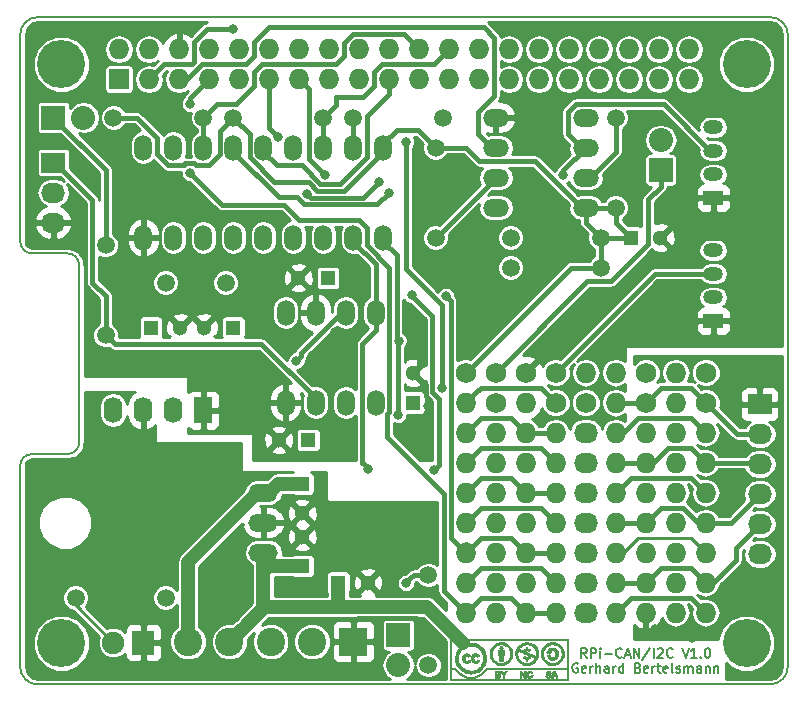
<source format=gtl>
G04 #@! TF.FileFunction,Copper,L1,Top,Signal*
%FSLAX46Y46*%
G04 Gerber Fmt 4.6, Leading zero omitted, Abs format (unit mm)*
G04 Created by KiCad (PCBNEW 4.0.2+dfsg1-stable) date Do 04 Mai 2017 16:16:20 CEST*
%MOMM*%
G01*
G04 APERTURE LIST*
%ADD10C,0.100000*%
%ADD11C,0.150000*%
%ADD12C,0.002540*%
%ADD13C,4.064000*%
%ADD14R,1.727200X1.727200*%
%ADD15O,1.727200X1.727200*%
%ADD16O,1.501140X2.199640*%
%ADD17R,1.300000X1.300000*%
%ADD18C,1.300000*%
%ADD19C,1.500000*%
%ADD20R,1.900000X2.000000*%
%ADD21C,1.900000*%
%ADD22R,2.032000X2.032000*%
%ADD23O,2.032000X2.032000*%
%ADD24O,2.499360X1.501140*%
%ADD25O,2.199640X1.501140*%
%ADD26C,1.727200*%
%ADD27O,2.032000X1.727200*%
%ADD28R,2.032000X1.727200*%
%ADD29R,1.600200X2.197100*%
%ADD30O,1.600200X2.197100*%
%ADD31R,1.699260X1.198880*%
%ADD32O,1.699260X1.198880*%
%ADD33C,2.400000*%
%ADD34R,2.400000X2.400000*%
%ADD35C,0.800000*%
%ADD36C,1.200000*%
%ADD37C,0.381000*%
%ADD38C,1.160000*%
%ADD39C,0.250000*%
%ADD40C,0.254000*%
G04 APERTURE END LIST*
D10*
D11*
X175959525Y-125726905D02*
X175692858Y-125345952D01*
X175502382Y-125726905D02*
X175502382Y-124926905D01*
X175807144Y-124926905D01*
X175883335Y-124965000D01*
X175921430Y-125003095D01*
X175959525Y-125079286D01*
X175959525Y-125193571D01*
X175921430Y-125269762D01*
X175883335Y-125307857D01*
X175807144Y-125345952D01*
X175502382Y-125345952D01*
X176302382Y-125726905D02*
X176302382Y-124926905D01*
X176607144Y-124926905D01*
X176683335Y-124965000D01*
X176721430Y-125003095D01*
X176759525Y-125079286D01*
X176759525Y-125193571D01*
X176721430Y-125269762D01*
X176683335Y-125307857D01*
X176607144Y-125345952D01*
X176302382Y-125345952D01*
X177102382Y-125726905D02*
X177102382Y-125193571D01*
X177102382Y-124926905D02*
X177064287Y-124965000D01*
X177102382Y-125003095D01*
X177140477Y-124965000D01*
X177102382Y-124926905D01*
X177102382Y-125003095D01*
X177483334Y-125422143D02*
X178092858Y-125422143D01*
X178930953Y-125650714D02*
X178892858Y-125688810D01*
X178778572Y-125726905D01*
X178702382Y-125726905D01*
X178588096Y-125688810D01*
X178511905Y-125612619D01*
X178473810Y-125536429D01*
X178435715Y-125384048D01*
X178435715Y-125269762D01*
X178473810Y-125117381D01*
X178511905Y-125041190D01*
X178588096Y-124965000D01*
X178702382Y-124926905D01*
X178778572Y-124926905D01*
X178892858Y-124965000D01*
X178930953Y-125003095D01*
X179235715Y-125498333D02*
X179616667Y-125498333D01*
X179159524Y-125726905D02*
X179426191Y-124926905D01*
X179692858Y-125726905D01*
X179959524Y-125726905D02*
X179959524Y-124926905D01*
X180416667Y-125726905D01*
X180416667Y-124926905D01*
X181369048Y-124888810D02*
X180683333Y-125917381D01*
X181635714Y-125726905D02*
X181635714Y-124926905D01*
X181978571Y-125003095D02*
X182016666Y-124965000D01*
X182092857Y-124926905D01*
X182283333Y-124926905D01*
X182359523Y-124965000D01*
X182397619Y-125003095D01*
X182435714Y-125079286D01*
X182435714Y-125155476D01*
X182397619Y-125269762D01*
X181940476Y-125726905D01*
X182435714Y-125726905D01*
X183235714Y-125650714D02*
X183197619Y-125688810D01*
X183083333Y-125726905D01*
X183007143Y-125726905D01*
X182892857Y-125688810D01*
X182816666Y-125612619D01*
X182778571Y-125536429D01*
X182740476Y-125384048D01*
X182740476Y-125269762D01*
X182778571Y-125117381D01*
X182816666Y-125041190D01*
X182892857Y-124965000D01*
X183007143Y-124926905D01*
X183083333Y-124926905D01*
X183197619Y-124965000D01*
X183235714Y-125003095D01*
X184073809Y-124926905D02*
X184340476Y-125726905D01*
X184607143Y-124926905D01*
X185292857Y-125726905D02*
X184835714Y-125726905D01*
X185064285Y-125726905D02*
X185064285Y-124926905D01*
X184988095Y-125041190D01*
X184911904Y-125117381D01*
X184835714Y-125155476D01*
X185635714Y-125650714D02*
X185673809Y-125688810D01*
X185635714Y-125726905D01*
X185597619Y-125688810D01*
X185635714Y-125650714D01*
X185635714Y-125726905D01*
X186169047Y-124926905D02*
X186245238Y-124926905D01*
X186321428Y-124965000D01*
X186359523Y-125003095D01*
X186397619Y-125079286D01*
X186435714Y-125231667D01*
X186435714Y-125422143D01*
X186397619Y-125574524D01*
X186359523Y-125650714D01*
X186321428Y-125688810D01*
X186245238Y-125726905D01*
X186169047Y-125726905D01*
X186092857Y-125688810D01*
X186054761Y-125650714D01*
X186016666Y-125574524D01*
X185978571Y-125422143D01*
X185978571Y-125231667D01*
X186016666Y-125079286D01*
X186054761Y-125003095D01*
X186092857Y-124965000D01*
X186169047Y-124926905D01*
X175216666Y-126235000D02*
X175140475Y-126196905D01*
X175026190Y-126196905D01*
X174911904Y-126235000D01*
X174835713Y-126311190D01*
X174797618Y-126387381D01*
X174759523Y-126539762D01*
X174759523Y-126654048D01*
X174797618Y-126806429D01*
X174835713Y-126882619D01*
X174911904Y-126958810D01*
X175026190Y-126996905D01*
X175102380Y-126996905D01*
X175216666Y-126958810D01*
X175254761Y-126920714D01*
X175254761Y-126654048D01*
X175102380Y-126654048D01*
X175902380Y-126958810D02*
X175826190Y-126996905D01*
X175673809Y-126996905D01*
X175597618Y-126958810D01*
X175559523Y-126882619D01*
X175559523Y-126577857D01*
X175597618Y-126501667D01*
X175673809Y-126463571D01*
X175826190Y-126463571D01*
X175902380Y-126501667D01*
X175940475Y-126577857D01*
X175940475Y-126654048D01*
X175559523Y-126730238D01*
X176283332Y-126996905D02*
X176283332Y-126463571D01*
X176283332Y-126615952D02*
X176321427Y-126539762D01*
X176359523Y-126501667D01*
X176435713Y-126463571D01*
X176511904Y-126463571D01*
X176778570Y-126996905D02*
X176778570Y-126196905D01*
X177121427Y-126996905D02*
X177121427Y-126577857D01*
X177083332Y-126501667D01*
X177007142Y-126463571D01*
X176892856Y-126463571D01*
X176816665Y-126501667D01*
X176778570Y-126539762D01*
X177845237Y-126996905D02*
X177845237Y-126577857D01*
X177807142Y-126501667D01*
X177730952Y-126463571D01*
X177578571Y-126463571D01*
X177502380Y-126501667D01*
X177845237Y-126958810D02*
X177769047Y-126996905D01*
X177578571Y-126996905D01*
X177502380Y-126958810D01*
X177464285Y-126882619D01*
X177464285Y-126806429D01*
X177502380Y-126730238D01*
X177578571Y-126692143D01*
X177769047Y-126692143D01*
X177845237Y-126654048D01*
X178226190Y-126996905D02*
X178226190Y-126463571D01*
X178226190Y-126615952D02*
X178264285Y-126539762D01*
X178302381Y-126501667D01*
X178378571Y-126463571D01*
X178454762Y-126463571D01*
X179064285Y-126996905D02*
X179064285Y-126196905D01*
X179064285Y-126958810D02*
X178988095Y-126996905D01*
X178835714Y-126996905D01*
X178759523Y-126958810D01*
X178721428Y-126920714D01*
X178683333Y-126844524D01*
X178683333Y-126615952D01*
X178721428Y-126539762D01*
X178759523Y-126501667D01*
X178835714Y-126463571D01*
X178988095Y-126463571D01*
X179064285Y-126501667D01*
X180321429Y-126577857D02*
X180435715Y-126615952D01*
X180473810Y-126654048D01*
X180511905Y-126730238D01*
X180511905Y-126844524D01*
X180473810Y-126920714D01*
X180435715Y-126958810D01*
X180359524Y-126996905D01*
X180054762Y-126996905D01*
X180054762Y-126196905D01*
X180321429Y-126196905D01*
X180397619Y-126235000D01*
X180435715Y-126273095D01*
X180473810Y-126349286D01*
X180473810Y-126425476D01*
X180435715Y-126501667D01*
X180397619Y-126539762D01*
X180321429Y-126577857D01*
X180054762Y-126577857D01*
X181159524Y-126958810D02*
X181083334Y-126996905D01*
X180930953Y-126996905D01*
X180854762Y-126958810D01*
X180816667Y-126882619D01*
X180816667Y-126577857D01*
X180854762Y-126501667D01*
X180930953Y-126463571D01*
X181083334Y-126463571D01*
X181159524Y-126501667D01*
X181197619Y-126577857D01*
X181197619Y-126654048D01*
X180816667Y-126730238D01*
X181540476Y-126996905D02*
X181540476Y-126463571D01*
X181540476Y-126615952D02*
X181578571Y-126539762D01*
X181616667Y-126501667D01*
X181692857Y-126463571D01*
X181769048Y-126463571D01*
X181921428Y-126463571D02*
X182226190Y-126463571D01*
X182035714Y-126196905D02*
X182035714Y-126882619D01*
X182073809Y-126958810D01*
X182150000Y-126996905D01*
X182226190Y-126996905D01*
X182797619Y-126958810D02*
X182721429Y-126996905D01*
X182569048Y-126996905D01*
X182492857Y-126958810D01*
X182454762Y-126882619D01*
X182454762Y-126577857D01*
X182492857Y-126501667D01*
X182569048Y-126463571D01*
X182721429Y-126463571D01*
X182797619Y-126501667D01*
X182835714Y-126577857D01*
X182835714Y-126654048D01*
X182454762Y-126730238D01*
X183292857Y-126996905D02*
X183216666Y-126958810D01*
X183178571Y-126882619D01*
X183178571Y-126196905D01*
X183559524Y-126958810D02*
X183635714Y-126996905D01*
X183788095Y-126996905D01*
X183864286Y-126958810D01*
X183902381Y-126882619D01*
X183902381Y-126844524D01*
X183864286Y-126768333D01*
X183788095Y-126730238D01*
X183673810Y-126730238D01*
X183597619Y-126692143D01*
X183559524Y-126615952D01*
X183559524Y-126577857D01*
X183597619Y-126501667D01*
X183673810Y-126463571D01*
X183788095Y-126463571D01*
X183864286Y-126501667D01*
X184245238Y-126996905D02*
X184245238Y-126463571D01*
X184245238Y-126539762D02*
X184283333Y-126501667D01*
X184359524Y-126463571D01*
X184473810Y-126463571D01*
X184550000Y-126501667D01*
X184588095Y-126577857D01*
X184588095Y-126996905D01*
X184588095Y-126577857D02*
X184626191Y-126501667D01*
X184702381Y-126463571D01*
X184816667Y-126463571D01*
X184892857Y-126501667D01*
X184930952Y-126577857D01*
X184930952Y-126996905D01*
X185654762Y-126996905D02*
X185654762Y-126577857D01*
X185616667Y-126501667D01*
X185540477Y-126463571D01*
X185388096Y-126463571D01*
X185311905Y-126501667D01*
X185654762Y-126958810D02*
X185578572Y-126996905D01*
X185388096Y-126996905D01*
X185311905Y-126958810D01*
X185273810Y-126882619D01*
X185273810Y-126806429D01*
X185311905Y-126730238D01*
X185388096Y-126692143D01*
X185578572Y-126692143D01*
X185654762Y-126654048D01*
X186035715Y-126463571D02*
X186035715Y-126996905D01*
X186035715Y-126539762D02*
X186073810Y-126501667D01*
X186150001Y-126463571D01*
X186264287Y-126463571D01*
X186340477Y-126501667D01*
X186378572Y-126577857D01*
X186378572Y-126996905D01*
X186759525Y-126463571D02*
X186759525Y-126996905D01*
X186759525Y-126539762D02*
X186797620Y-126501667D01*
X186873811Y-126463571D01*
X186988097Y-126463571D01*
X187064287Y-126501667D01*
X187102382Y-126577857D01*
X187102382Y-126996905D01*
X129500000Y-71500000D02*
X191500000Y-71500000D01*
X128000000Y-90500000D02*
X128000000Y-73000000D01*
X128000000Y-90500000D02*
G75*
G03X129000000Y-91500000I1000000J0D01*
G01*
X129000000Y-91500000D02*
X132000000Y-91500000D01*
X133000000Y-92500000D02*
G75*
G03X132000000Y-91500000I-1000000J0D01*
G01*
X133000000Y-107500000D02*
X133000000Y-92500000D01*
X128000000Y-126500000D02*
X128000000Y-109500000D01*
X129000000Y-108500000D02*
X132000000Y-108500000D01*
X132000000Y-108500000D02*
G75*
G03X133000000Y-107500000I0J1000000D01*
G01*
X129000000Y-108500000D02*
G75*
G03X128000000Y-109500000I0J-1000000D01*
G01*
X191500000Y-128000000D02*
X129500000Y-128000000D01*
X193000000Y-73000000D02*
X193000000Y-126500000D01*
X129500000Y-71500000D02*
G75*
G03X128000000Y-73000000I0J-1500000D01*
G01*
X128000000Y-126500000D02*
G75*
G03X129500000Y-128000000I1500000J0D01*
G01*
X191500000Y-128000000D02*
G75*
G03X193000000Y-126500000I0J1500000D01*
G01*
X193000000Y-73000000D02*
G75*
G03X191500000Y-71500000I-1500000J0D01*
G01*
D12*
G36*
X174398720Y-127650060D02*
X174309820Y-127650060D01*
X174309820Y-126598500D01*
X174309820Y-125450420D01*
X174309820Y-124299800D01*
X174279340Y-124269320D01*
X174251400Y-124241380D01*
X169400000Y-124241380D01*
X164548600Y-124241380D01*
X164520660Y-124269320D01*
X164490180Y-124299800D01*
X164490180Y-125450420D01*
X164490180Y-126598500D01*
X164667980Y-126598500D01*
X164845780Y-126598500D01*
X164911820Y-126700100D01*
X165008340Y-126832180D01*
X165120100Y-126951560D01*
X165244560Y-127058240D01*
X165381720Y-127152220D01*
X165526500Y-127230960D01*
X165681440Y-127291920D01*
X165844000Y-127337640D01*
X165973540Y-127357960D01*
X166039580Y-127363040D01*
X166120860Y-127365580D01*
X166207220Y-127363040D01*
X166293580Y-127355420D01*
X166372320Y-127347800D01*
X166418040Y-127340180D01*
X166588220Y-127294460D01*
X166745700Y-127236040D01*
X166895560Y-127157300D01*
X167032720Y-127063320D01*
X167162260Y-126949020D01*
X167215600Y-126895680D01*
X167258780Y-126847420D01*
X167304500Y-126791540D01*
X167345140Y-126738200D01*
X167370540Y-126700100D01*
X167436580Y-126601040D01*
X170870660Y-126598500D01*
X174309820Y-126598500D01*
X174309820Y-127650060D01*
X174299660Y-127650060D01*
X174299660Y-127568780D01*
X174299660Y-127129360D01*
X174299660Y-126689940D01*
X170898600Y-126689940D01*
X167502620Y-126689940D01*
X167439120Y-126781380D01*
X167362920Y-126888060D01*
X167289260Y-126982040D01*
X167210520Y-127060780D01*
X167129240Y-127126820D01*
X167037800Y-127190320D01*
X166969220Y-127230960D01*
X166860000Y-127286840D01*
X166763480Y-127332560D01*
X166672040Y-127368120D01*
X166578060Y-127398600D01*
X166481540Y-127424000D01*
X166476460Y-127424000D01*
X166331680Y-127449400D01*
X166199600Y-127462100D01*
X166070060Y-127462100D01*
X165937980Y-127449400D01*
X165803360Y-127424000D01*
X165650960Y-127378280D01*
X165498560Y-127312240D01*
X165341080Y-127228420D01*
X165183600Y-127124280D01*
X165130260Y-127086180D01*
X165089620Y-127053160D01*
X165043900Y-127007440D01*
X164993100Y-126956640D01*
X164939760Y-126900760D01*
X164891500Y-126844880D01*
X164848320Y-126794080D01*
X164815300Y-126748360D01*
X164800060Y-126720420D01*
X164782280Y-126689940D01*
X164632420Y-126689940D01*
X164480020Y-126689940D01*
X164480020Y-127129360D01*
X164480020Y-127568780D01*
X169392380Y-127568780D01*
X174299660Y-127568780D01*
X174299660Y-127650060D01*
X169405080Y-127650060D01*
X164413980Y-127650060D01*
X164406360Y-127505280D01*
X164406360Y-127477340D01*
X164403820Y-127431620D01*
X164403820Y-127368120D01*
X164403820Y-127289380D01*
X164403820Y-127197940D01*
X164401280Y-127096340D01*
X164401280Y-126979500D01*
X164401280Y-126855040D01*
X164401280Y-126722960D01*
X164401280Y-126580720D01*
X164401280Y-126433400D01*
X164401280Y-126281000D01*
X164401280Y-126126060D01*
X164401280Y-125968580D01*
X164403820Y-125813640D01*
X164403820Y-125653620D01*
X164403820Y-125496140D01*
X164403820Y-125343740D01*
X164403820Y-125191340D01*
X164406360Y-125046560D01*
X164406360Y-124909400D01*
X164406360Y-124779860D01*
X164406360Y-124657940D01*
X164408900Y-124546180D01*
X164408900Y-124447120D01*
X164408900Y-124360760D01*
X164411440Y-124287100D01*
X164411440Y-124231220D01*
X164411440Y-124190580D01*
X164413980Y-124167720D01*
X164413980Y-124165180D01*
X164424140Y-124162640D01*
X164454620Y-124162640D01*
X164502880Y-124162640D01*
X164568920Y-124162640D01*
X164650200Y-124162640D01*
X164751800Y-124162640D01*
X164866100Y-124160100D01*
X164995640Y-124160100D01*
X165140420Y-124160100D01*
X165297900Y-124160100D01*
X165468080Y-124160100D01*
X165648420Y-124160100D01*
X165841460Y-124157560D01*
X166044660Y-124157560D01*
X166258020Y-124157560D01*
X166481540Y-124157560D01*
X166712680Y-124157560D01*
X166948900Y-124157560D01*
X167195280Y-124157560D01*
X167446740Y-124157560D01*
X167703280Y-124155020D01*
X167962360Y-124155020D01*
X168229060Y-124155020D01*
X168495760Y-124155020D01*
X168767540Y-124155020D01*
X169039320Y-124155020D01*
X169311100Y-124155020D01*
X169582880Y-124155020D01*
X169854660Y-124155020D01*
X170126440Y-124155020D01*
X170395680Y-124155020D01*
X170662380Y-124155020D01*
X170924000Y-124155020D01*
X171183080Y-124155020D01*
X171437080Y-124155020D01*
X171686000Y-124155020D01*
X171927300Y-124155020D01*
X172163520Y-124155020D01*
X172389580Y-124155020D01*
X172608020Y-124155020D01*
X172816300Y-124155020D01*
X173014420Y-124155020D01*
X173204920Y-124155020D01*
X173380180Y-124155020D01*
X173545280Y-124155020D01*
X173695140Y-124155020D01*
X173832300Y-124155020D01*
X173956760Y-124155020D01*
X174063440Y-124155020D01*
X174154880Y-124157560D01*
X174231080Y-124157560D01*
X174289500Y-124157560D01*
X174327600Y-124157560D01*
X174350460Y-124157560D01*
X174353000Y-124157560D01*
X174398720Y-124162640D01*
X174398720Y-125905080D01*
X174398720Y-127650060D01*
X174398720Y-127650060D01*
X174398720Y-127650060D01*
G37*
X174398720Y-127650060D02*
X174309820Y-127650060D01*
X174309820Y-126598500D01*
X174309820Y-125450420D01*
X174309820Y-124299800D01*
X174279340Y-124269320D01*
X174251400Y-124241380D01*
X169400000Y-124241380D01*
X164548600Y-124241380D01*
X164520660Y-124269320D01*
X164490180Y-124299800D01*
X164490180Y-125450420D01*
X164490180Y-126598500D01*
X164667980Y-126598500D01*
X164845780Y-126598500D01*
X164911820Y-126700100D01*
X165008340Y-126832180D01*
X165120100Y-126951560D01*
X165244560Y-127058240D01*
X165381720Y-127152220D01*
X165526500Y-127230960D01*
X165681440Y-127291920D01*
X165844000Y-127337640D01*
X165973540Y-127357960D01*
X166039580Y-127363040D01*
X166120860Y-127365580D01*
X166207220Y-127363040D01*
X166293580Y-127355420D01*
X166372320Y-127347800D01*
X166418040Y-127340180D01*
X166588220Y-127294460D01*
X166745700Y-127236040D01*
X166895560Y-127157300D01*
X167032720Y-127063320D01*
X167162260Y-126949020D01*
X167215600Y-126895680D01*
X167258780Y-126847420D01*
X167304500Y-126791540D01*
X167345140Y-126738200D01*
X167370540Y-126700100D01*
X167436580Y-126601040D01*
X170870660Y-126598500D01*
X174309820Y-126598500D01*
X174309820Y-127650060D01*
X174299660Y-127650060D01*
X174299660Y-127568780D01*
X174299660Y-127129360D01*
X174299660Y-126689940D01*
X170898600Y-126689940D01*
X167502620Y-126689940D01*
X167439120Y-126781380D01*
X167362920Y-126888060D01*
X167289260Y-126982040D01*
X167210520Y-127060780D01*
X167129240Y-127126820D01*
X167037800Y-127190320D01*
X166969220Y-127230960D01*
X166860000Y-127286840D01*
X166763480Y-127332560D01*
X166672040Y-127368120D01*
X166578060Y-127398600D01*
X166481540Y-127424000D01*
X166476460Y-127424000D01*
X166331680Y-127449400D01*
X166199600Y-127462100D01*
X166070060Y-127462100D01*
X165937980Y-127449400D01*
X165803360Y-127424000D01*
X165650960Y-127378280D01*
X165498560Y-127312240D01*
X165341080Y-127228420D01*
X165183600Y-127124280D01*
X165130260Y-127086180D01*
X165089620Y-127053160D01*
X165043900Y-127007440D01*
X164993100Y-126956640D01*
X164939760Y-126900760D01*
X164891500Y-126844880D01*
X164848320Y-126794080D01*
X164815300Y-126748360D01*
X164800060Y-126720420D01*
X164782280Y-126689940D01*
X164632420Y-126689940D01*
X164480020Y-126689940D01*
X164480020Y-127129360D01*
X164480020Y-127568780D01*
X169392380Y-127568780D01*
X174299660Y-127568780D01*
X174299660Y-127650060D01*
X169405080Y-127650060D01*
X164413980Y-127650060D01*
X164406360Y-127505280D01*
X164406360Y-127477340D01*
X164403820Y-127431620D01*
X164403820Y-127368120D01*
X164403820Y-127289380D01*
X164403820Y-127197940D01*
X164401280Y-127096340D01*
X164401280Y-126979500D01*
X164401280Y-126855040D01*
X164401280Y-126722960D01*
X164401280Y-126580720D01*
X164401280Y-126433400D01*
X164401280Y-126281000D01*
X164401280Y-126126060D01*
X164401280Y-125968580D01*
X164403820Y-125813640D01*
X164403820Y-125653620D01*
X164403820Y-125496140D01*
X164403820Y-125343740D01*
X164403820Y-125191340D01*
X164406360Y-125046560D01*
X164406360Y-124909400D01*
X164406360Y-124779860D01*
X164406360Y-124657940D01*
X164408900Y-124546180D01*
X164408900Y-124447120D01*
X164408900Y-124360760D01*
X164411440Y-124287100D01*
X164411440Y-124231220D01*
X164411440Y-124190580D01*
X164413980Y-124167720D01*
X164413980Y-124165180D01*
X164424140Y-124162640D01*
X164454620Y-124162640D01*
X164502880Y-124162640D01*
X164568920Y-124162640D01*
X164650200Y-124162640D01*
X164751800Y-124162640D01*
X164866100Y-124160100D01*
X164995640Y-124160100D01*
X165140420Y-124160100D01*
X165297900Y-124160100D01*
X165468080Y-124160100D01*
X165648420Y-124160100D01*
X165841460Y-124157560D01*
X166044660Y-124157560D01*
X166258020Y-124157560D01*
X166481540Y-124157560D01*
X166712680Y-124157560D01*
X166948900Y-124157560D01*
X167195280Y-124157560D01*
X167446740Y-124157560D01*
X167703280Y-124155020D01*
X167962360Y-124155020D01*
X168229060Y-124155020D01*
X168495760Y-124155020D01*
X168767540Y-124155020D01*
X169039320Y-124155020D01*
X169311100Y-124155020D01*
X169582880Y-124155020D01*
X169854660Y-124155020D01*
X170126440Y-124155020D01*
X170395680Y-124155020D01*
X170662380Y-124155020D01*
X170924000Y-124155020D01*
X171183080Y-124155020D01*
X171437080Y-124155020D01*
X171686000Y-124155020D01*
X171927300Y-124155020D01*
X172163520Y-124155020D01*
X172389580Y-124155020D01*
X172608020Y-124155020D01*
X172816300Y-124155020D01*
X173014420Y-124155020D01*
X173204920Y-124155020D01*
X173380180Y-124155020D01*
X173545280Y-124155020D01*
X173695140Y-124155020D01*
X173832300Y-124155020D01*
X173956760Y-124155020D01*
X174063440Y-124155020D01*
X174154880Y-124157560D01*
X174231080Y-124157560D01*
X174289500Y-124157560D01*
X174327600Y-124157560D01*
X174350460Y-124157560D01*
X174353000Y-124157560D01*
X174398720Y-124162640D01*
X174398720Y-125905080D01*
X174398720Y-127650060D01*
X174398720Y-127650060D01*
G36*
X171388820Y-127218260D02*
X171383740Y-127246200D01*
X171358340Y-127317320D01*
X171320240Y-127370660D01*
X171269440Y-127411300D01*
X171208480Y-127434160D01*
X171137360Y-127441780D01*
X171094180Y-127436700D01*
X171040840Y-127426540D01*
X171000200Y-127406220D01*
X170959560Y-127373200D01*
X170941780Y-127355420D01*
X170903680Y-127299540D01*
X170878280Y-127233500D01*
X170870660Y-127164920D01*
X170875740Y-127093800D01*
X170893520Y-127025220D01*
X170929080Y-126964260D01*
X170949400Y-126938860D01*
X171002740Y-126898220D01*
X171063700Y-126872820D01*
X171127200Y-126862660D01*
X171190700Y-126867740D01*
X171249120Y-126885520D01*
X171302460Y-126918540D01*
X171345640Y-126964260D01*
X171358340Y-126989660D01*
X171371040Y-127017600D01*
X171378660Y-127043000D01*
X171378660Y-127048080D01*
X171376120Y-127060780D01*
X171365960Y-127065860D01*
X171343100Y-127068400D01*
X171325320Y-127068400D01*
X171292300Y-127068400D01*
X171274520Y-127063320D01*
X171261820Y-127053160D01*
X171254200Y-127037920D01*
X171223720Y-126999820D01*
X171185620Y-126979500D01*
X171142440Y-126969340D01*
X171099260Y-126976960D01*
X171058620Y-126997280D01*
X171025600Y-127032840D01*
X171015440Y-127053160D01*
X171002740Y-127093800D01*
X170997660Y-127147140D01*
X171000200Y-127200480D01*
X171010360Y-127246200D01*
X171015440Y-127256360D01*
X171045920Y-127299540D01*
X171086560Y-127324940D01*
X171132280Y-127337640D01*
X171178000Y-127332560D01*
X171198320Y-127322400D01*
X171226260Y-127302080D01*
X171246580Y-127271600D01*
X171259280Y-127241120D01*
X171259280Y-127233500D01*
X171261820Y-127225880D01*
X171277060Y-127220800D01*
X171305000Y-127218260D01*
X171322780Y-127218260D01*
X171388820Y-127218260D01*
X171388820Y-127218260D01*
X171388820Y-127218260D01*
G37*
X171388820Y-127218260D02*
X171383740Y-127246200D01*
X171358340Y-127317320D01*
X171320240Y-127370660D01*
X171269440Y-127411300D01*
X171208480Y-127434160D01*
X171137360Y-127441780D01*
X171094180Y-127436700D01*
X171040840Y-127426540D01*
X171000200Y-127406220D01*
X170959560Y-127373200D01*
X170941780Y-127355420D01*
X170903680Y-127299540D01*
X170878280Y-127233500D01*
X170870660Y-127164920D01*
X170875740Y-127093800D01*
X170893520Y-127025220D01*
X170929080Y-126964260D01*
X170949400Y-126938860D01*
X171002740Y-126898220D01*
X171063700Y-126872820D01*
X171127200Y-126862660D01*
X171190700Y-126867740D01*
X171249120Y-126885520D01*
X171302460Y-126918540D01*
X171345640Y-126964260D01*
X171358340Y-126989660D01*
X171371040Y-127017600D01*
X171378660Y-127043000D01*
X171378660Y-127048080D01*
X171376120Y-127060780D01*
X171365960Y-127065860D01*
X171343100Y-127068400D01*
X171325320Y-127068400D01*
X171292300Y-127068400D01*
X171274520Y-127063320D01*
X171261820Y-127053160D01*
X171254200Y-127037920D01*
X171223720Y-126999820D01*
X171185620Y-126979500D01*
X171142440Y-126969340D01*
X171099260Y-126976960D01*
X171058620Y-126997280D01*
X171025600Y-127032840D01*
X171015440Y-127053160D01*
X171002740Y-127093800D01*
X170997660Y-127147140D01*
X171000200Y-127200480D01*
X171010360Y-127246200D01*
X171015440Y-127256360D01*
X171045920Y-127299540D01*
X171086560Y-127324940D01*
X171132280Y-127337640D01*
X171178000Y-127332560D01*
X171198320Y-127322400D01*
X171226260Y-127302080D01*
X171246580Y-127271600D01*
X171259280Y-127241120D01*
X171259280Y-127233500D01*
X171261820Y-127225880D01*
X171277060Y-127220800D01*
X171305000Y-127218260D01*
X171322780Y-127218260D01*
X171388820Y-127218260D01*
X171388820Y-127218260D01*
G36*
X172938220Y-127289380D02*
X172928060Y-127327480D01*
X172905200Y-127363040D01*
X172897580Y-127373200D01*
X172859480Y-127406220D01*
X172806140Y-127429080D01*
X172745180Y-127441780D01*
X172681680Y-127441780D01*
X172674060Y-127441780D01*
X172602940Y-127426540D01*
X172547060Y-127396060D01*
X172506420Y-127355420D01*
X172481020Y-127302080D01*
X172478480Y-127297000D01*
X172473400Y-127266520D01*
X172478480Y-127248740D01*
X172496260Y-127241120D01*
X172529280Y-127241120D01*
X172539440Y-127241120D01*
X172569920Y-127243660D01*
X172587700Y-127248740D01*
X172597860Y-127261440D01*
X172602940Y-127279220D01*
X172623260Y-127312240D01*
X172656280Y-127337640D01*
X172699460Y-127347800D01*
X172747720Y-127342720D01*
X172775660Y-127335100D01*
X172806140Y-127317320D01*
X172818840Y-127294460D01*
X172816300Y-127266520D01*
X172808680Y-127251280D01*
X172793440Y-127238580D01*
X172768040Y-127225880D01*
X172729940Y-127210640D01*
X172676600Y-127192860D01*
X172648660Y-127185240D01*
X172600400Y-127170000D01*
X172567380Y-127154760D01*
X172544520Y-127139520D01*
X172531820Y-127124280D01*
X172501340Y-127078560D01*
X172491180Y-127035380D01*
X172496260Y-126989660D01*
X172516580Y-126949020D01*
X172549600Y-126913460D01*
X172592780Y-126885520D01*
X172643580Y-126867740D01*
X172702000Y-126862660D01*
X172757880Y-126867740D01*
X172821380Y-126888060D01*
X172869640Y-126916000D01*
X172900120Y-126956640D01*
X172915360Y-127007440D01*
X172915360Y-127007440D01*
X172920440Y-127048080D01*
X172864560Y-127048080D01*
X172831540Y-127048080D01*
X172813760Y-127043000D01*
X172803600Y-127035380D01*
X172795980Y-127017600D01*
X172778200Y-126987120D01*
X172745180Y-126969340D01*
X172707080Y-126959180D01*
X172668980Y-126964260D01*
X172635960Y-126979500D01*
X172633420Y-126984580D01*
X172615640Y-127004900D01*
X172610560Y-127022680D01*
X172620720Y-127040460D01*
X172625800Y-127048080D01*
X172648660Y-127060780D01*
X172689300Y-127078560D01*
X172747720Y-127096340D01*
X172752800Y-127096340D01*
X172818840Y-127119200D01*
X172869640Y-127139520D01*
X172902660Y-127164920D01*
X172925520Y-127195400D01*
X172935680Y-127233500D01*
X172935680Y-127241120D01*
X172938220Y-127289380D01*
X172938220Y-127289380D01*
X172938220Y-127289380D01*
G37*
X172938220Y-127289380D02*
X172928060Y-127327480D01*
X172905200Y-127363040D01*
X172897580Y-127373200D01*
X172859480Y-127406220D01*
X172806140Y-127429080D01*
X172745180Y-127441780D01*
X172681680Y-127441780D01*
X172674060Y-127441780D01*
X172602940Y-127426540D01*
X172547060Y-127396060D01*
X172506420Y-127355420D01*
X172481020Y-127302080D01*
X172478480Y-127297000D01*
X172473400Y-127266520D01*
X172478480Y-127248740D01*
X172496260Y-127241120D01*
X172529280Y-127241120D01*
X172539440Y-127241120D01*
X172569920Y-127243660D01*
X172587700Y-127248740D01*
X172597860Y-127261440D01*
X172602940Y-127279220D01*
X172623260Y-127312240D01*
X172656280Y-127337640D01*
X172699460Y-127347800D01*
X172747720Y-127342720D01*
X172775660Y-127335100D01*
X172806140Y-127317320D01*
X172818840Y-127294460D01*
X172816300Y-127266520D01*
X172808680Y-127251280D01*
X172793440Y-127238580D01*
X172768040Y-127225880D01*
X172729940Y-127210640D01*
X172676600Y-127192860D01*
X172648660Y-127185240D01*
X172600400Y-127170000D01*
X172567380Y-127154760D01*
X172544520Y-127139520D01*
X172531820Y-127124280D01*
X172501340Y-127078560D01*
X172491180Y-127035380D01*
X172496260Y-126989660D01*
X172516580Y-126949020D01*
X172549600Y-126913460D01*
X172592780Y-126885520D01*
X172643580Y-126867740D01*
X172702000Y-126862660D01*
X172757880Y-126867740D01*
X172821380Y-126888060D01*
X172869640Y-126916000D01*
X172900120Y-126956640D01*
X172915360Y-127007440D01*
X172915360Y-127007440D01*
X172920440Y-127048080D01*
X172864560Y-127048080D01*
X172831540Y-127048080D01*
X172813760Y-127043000D01*
X172803600Y-127035380D01*
X172795980Y-127017600D01*
X172778200Y-126987120D01*
X172745180Y-126969340D01*
X172707080Y-126959180D01*
X172668980Y-126964260D01*
X172635960Y-126979500D01*
X172633420Y-126984580D01*
X172615640Y-127004900D01*
X172610560Y-127022680D01*
X172620720Y-127040460D01*
X172625800Y-127048080D01*
X172648660Y-127060780D01*
X172689300Y-127078560D01*
X172747720Y-127096340D01*
X172752800Y-127096340D01*
X172818840Y-127119200D01*
X172869640Y-127139520D01*
X172902660Y-127164920D01*
X172925520Y-127195400D01*
X172935680Y-127233500D01*
X172935680Y-127241120D01*
X172938220Y-127289380D01*
X172938220Y-127289380D01*
G36*
X168638000Y-127289380D02*
X168622760Y-127340180D01*
X168589740Y-127383360D01*
X168546560Y-127408760D01*
X168528780Y-127416380D01*
X168511000Y-127421460D01*
X168511000Y-127258900D01*
X168508460Y-127228420D01*
X168495760Y-127208100D01*
X168490680Y-127205560D01*
X168490680Y-127030300D01*
X168480520Y-127002360D01*
X168475440Y-126994740D01*
X168460200Y-126984580D01*
X168432260Y-126979500D01*
X168391620Y-126979500D01*
X168381460Y-126979500D01*
X168302720Y-126979500D01*
X168300180Y-127009980D01*
X168297640Y-127043000D01*
X168300180Y-127070940D01*
X168302720Y-127086180D01*
X168307800Y-127093800D01*
X168323040Y-127098880D01*
X168350980Y-127098880D01*
X168373840Y-127098880D01*
X168424640Y-127096340D01*
X168460200Y-127088720D01*
X168467820Y-127083640D01*
X168485600Y-127060780D01*
X168490680Y-127030300D01*
X168490680Y-127205560D01*
X168470360Y-127195400D01*
X168432260Y-127190320D01*
X168384000Y-127187780D01*
X168300180Y-127187780D01*
X168300180Y-127258900D01*
X168300180Y-127330020D01*
X168389080Y-127330020D01*
X168434800Y-127327480D01*
X168465280Y-127324940D01*
X168485600Y-127317320D01*
X168493220Y-127312240D01*
X168508460Y-127286840D01*
X168511000Y-127258900D01*
X168511000Y-127421460D01*
X168505920Y-127421460D01*
X168477980Y-127426540D01*
X168439880Y-127426540D01*
X168386540Y-127429080D01*
X168338280Y-127429080D01*
X168170640Y-127429080D01*
X168170640Y-127154760D01*
X168170640Y-126877900D01*
X168335740Y-126877900D01*
X168409400Y-126880440D01*
X168462740Y-126880440D01*
X168505920Y-126885520D01*
X168536400Y-126893140D01*
X168559260Y-126903300D01*
X168577040Y-126918540D01*
X168584660Y-126926160D01*
X168599900Y-126954100D01*
X168607520Y-126992200D01*
X168610060Y-127032840D01*
X168607520Y-127053160D01*
X168594820Y-127078560D01*
X168574500Y-127103960D01*
X168571960Y-127106500D01*
X168556720Y-127124280D01*
X168554180Y-127134440D01*
X168561800Y-127136980D01*
X168587200Y-127154760D01*
X168615140Y-127182700D01*
X168632920Y-127218260D01*
X168635460Y-127233500D01*
X168638000Y-127289380D01*
X168638000Y-127289380D01*
X168638000Y-127289380D01*
G37*
X168638000Y-127289380D02*
X168622760Y-127340180D01*
X168589740Y-127383360D01*
X168546560Y-127408760D01*
X168528780Y-127416380D01*
X168511000Y-127421460D01*
X168511000Y-127258900D01*
X168508460Y-127228420D01*
X168495760Y-127208100D01*
X168490680Y-127205560D01*
X168490680Y-127030300D01*
X168480520Y-127002360D01*
X168475440Y-126994740D01*
X168460200Y-126984580D01*
X168432260Y-126979500D01*
X168391620Y-126979500D01*
X168381460Y-126979500D01*
X168302720Y-126979500D01*
X168300180Y-127009980D01*
X168297640Y-127043000D01*
X168300180Y-127070940D01*
X168302720Y-127086180D01*
X168307800Y-127093800D01*
X168323040Y-127098880D01*
X168350980Y-127098880D01*
X168373840Y-127098880D01*
X168424640Y-127096340D01*
X168460200Y-127088720D01*
X168467820Y-127083640D01*
X168485600Y-127060780D01*
X168490680Y-127030300D01*
X168490680Y-127205560D01*
X168470360Y-127195400D01*
X168432260Y-127190320D01*
X168384000Y-127187780D01*
X168300180Y-127187780D01*
X168300180Y-127258900D01*
X168300180Y-127330020D01*
X168389080Y-127330020D01*
X168434800Y-127327480D01*
X168465280Y-127324940D01*
X168485600Y-127317320D01*
X168493220Y-127312240D01*
X168508460Y-127286840D01*
X168511000Y-127258900D01*
X168511000Y-127421460D01*
X168505920Y-127421460D01*
X168477980Y-127426540D01*
X168439880Y-127426540D01*
X168386540Y-127429080D01*
X168338280Y-127429080D01*
X168170640Y-127429080D01*
X168170640Y-127154760D01*
X168170640Y-126877900D01*
X168335740Y-126877900D01*
X168409400Y-126880440D01*
X168462740Y-126880440D01*
X168505920Y-126885520D01*
X168536400Y-126893140D01*
X168559260Y-126903300D01*
X168577040Y-126918540D01*
X168584660Y-126926160D01*
X168599900Y-126954100D01*
X168607520Y-126992200D01*
X168610060Y-127032840D01*
X168607520Y-127053160D01*
X168594820Y-127078560D01*
X168574500Y-127103960D01*
X168571960Y-127106500D01*
X168556720Y-127124280D01*
X168554180Y-127134440D01*
X168561800Y-127136980D01*
X168587200Y-127154760D01*
X168615140Y-127182700D01*
X168632920Y-127218260D01*
X168635460Y-127233500D01*
X168638000Y-127289380D01*
X168638000Y-127289380D01*
G36*
X169189180Y-126877900D02*
X169085040Y-127053160D01*
X168980900Y-127228420D01*
X168980900Y-127327480D01*
X168980900Y-127429080D01*
X168922480Y-127429080D01*
X168861520Y-127429080D01*
X168861520Y-127322400D01*
X168861520Y-127215720D01*
X168765000Y-127055700D01*
X168734520Y-127004900D01*
X168706580Y-126959180D01*
X168686260Y-126921080D01*
X168671020Y-126898220D01*
X168663400Y-126885520D01*
X168671020Y-126882980D01*
X168693880Y-126880440D01*
X168726900Y-126877900D01*
X168729440Y-126877900D01*
X168800560Y-126877900D01*
X168861520Y-126984580D01*
X168889460Y-127032840D01*
X168909780Y-127063320D01*
X168925020Y-127078560D01*
X168932640Y-127078560D01*
X168940260Y-127063320D01*
X168955500Y-127037920D01*
X168978360Y-126999820D01*
X168993600Y-126974420D01*
X169046940Y-126882980D01*
X169118060Y-126880440D01*
X169189180Y-126877900D01*
X169189180Y-126877900D01*
X169189180Y-126877900D01*
G37*
X169189180Y-126877900D02*
X169085040Y-127053160D01*
X168980900Y-127228420D01*
X168980900Y-127327480D01*
X168980900Y-127429080D01*
X168922480Y-127429080D01*
X168861520Y-127429080D01*
X168861520Y-127322400D01*
X168861520Y-127215720D01*
X168765000Y-127055700D01*
X168734520Y-127004900D01*
X168706580Y-126959180D01*
X168686260Y-126921080D01*
X168671020Y-126898220D01*
X168663400Y-126885520D01*
X168671020Y-126882980D01*
X168693880Y-126880440D01*
X168726900Y-126877900D01*
X168729440Y-126877900D01*
X168800560Y-126877900D01*
X168861520Y-126984580D01*
X168889460Y-127032840D01*
X168909780Y-127063320D01*
X168925020Y-127078560D01*
X168932640Y-127078560D01*
X168940260Y-127063320D01*
X168955500Y-127037920D01*
X168978360Y-126999820D01*
X168993600Y-126974420D01*
X169046940Y-126882980D01*
X169118060Y-126880440D01*
X169189180Y-126877900D01*
X169189180Y-126877900D01*
G36*
X170789380Y-127429080D02*
X170725880Y-127429080D01*
X170664920Y-127429080D01*
X170553160Y-127251280D01*
X170443940Y-127076020D01*
X170441400Y-127253820D01*
X170438860Y-127429080D01*
X170377900Y-127429080D01*
X170319480Y-127429080D01*
X170319480Y-127154760D01*
X170319480Y-126877900D01*
X170382980Y-126877900D01*
X170446480Y-126877900D01*
X170553160Y-127053160D01*
X170586180Y-127106500D01*
X170616660Y-127152220D01*
X170639520Y-127187780D01*
X170657300Y-127213180D01*
X170664920Y-127223340D01*
X170667460Y-127223340D01*
X170667460Y-127213180D01*
X170670000Y-127185240D01*
X170670000Y-127144600D01*
X170670000Y-127093800D01*
X170670000Y-127050620D01*
X170667460Y-126877900D01*
X170728420Y-126877900D01*
X170789380Y-126877900D01*
X170789380Y-127154760D01*
X170789380Y-127429080D01*
X170789380Y-127429080D01*
X170789380Y-127429080D01*
G37*
X170789380Y-127429080D02*
X170725880Y-127429080D01*
X170664920Y-127429080D01*
X170553160Y-127251280D01*
X170443940Y-127076020D01*
X170441400Y-127253820D01*
X170438860Y-127429080D01*
X170377900Y-127429080D01*
X170319480Y-127429080D01*
X170319480Y-127154760D01*
X170319480Y-126877900D01*
X170382980Y-126877900D01*
X170446480Y-126877900D01*
X170553160Y-127053160D01*
X170586180Y-127106500D01*
X170616660Y-127152220D01*
X170639520Y-127187780D01*
X170657300Y-127213180D01*
X170664920Y-127223340D01*
X170667460Y-127223340D01*
X170667460Y-127213180D01*
X170670000Y-127185240D01*
X170670000Y-127144600D01*
X170670000Y-127093800D01*
X170670000Y-127050620D01*
X170667460Y-126877900D01*
X170728420Y-126877900D01*
X170789380Y-126877900D01*
X170789380Y-127154760D01*
X170789380Y-127429080D01*
X170789380Y-127429080D01*
G36*
X173489400Y-127421460D02*
X173479240Y-127426540D01*
X173456380Y-127429080D01*
X173425900Y-127429080D01*
X173362400Y-127429080D01*
X173344620Y-127368120D01*
X173326840Y-127309700D01*
X173288740Y-127309700D01*
X173288740Y-127208100D01*
X173258260Y-127119200D01*
X173243020Y-127081100D01*
X173232860Y-127050620D01*
X173222700Y-127037920D01*
X173220160Y-127035380D01*
X173212540Y-127048080D01*
X173202380Y-127073480D01*
X173189680Y-127106500D01*
X173176980Y-127142060D01*
X173166820Y-127172540D01*
X173161740Y-127195400D01*
X173159200Y-127203020D01*
X173169360Y-127205560D01*
X173192220Y-127208100D01*
X173222700Y-127208100D01*
X173288740Y-127208100D01*
X173288740Y-127309700D01*
X173222700Y-127309700D01*
X173121100Y-127309700D01*
X173098240Y-127368120D01*
X173075380Y-127429080D01*
X173014420Y-127429080D01*
X172950920Y-127429080D01*
X173055060Y-127157300D01*
X173156660Y-126882980D01*
X173225240Y-126882980D01*
X173291280Y-126882980D01*
X173390340Y-127149680D01*
X173415740Y-127218260D01*
X173438600Y-127279220D01*
X173458920Y-127335100D01*
X173474160Y-127378280D01*
X173484320Y-127406220D01*
X173489400Y-127421460D01*
X173489400Y-127421460D01*
X173489400Y-127421460D01*
X173489400Y-127421460D01*
G37*
X173489400Y-127421460D02*
X173479240Y-127426540D01*
X173456380Y-127429080D01*
X173425900Y-127429080D01*
X173362400Y-127429080D01*
X173344620Y-127368120D01*
X173326840Y-127309700D01*
X173288740Y-127309700D01*
X173288740Y-127208100D01*
X173258260Y-127119200D01*
X173243020Y-127081100D01*
X173232860Y-127050620D01*
X173222700Y-127037920D01*
X173220160Y-127035380D01*
X173212540Y-127048080D01*
X173202380Y-127073480D01*
X173189680Y-127106500D01*
X173176980Y-127142060D01*
X173166820Y-127172540D01*
X173161740Y-127195400D01*
X173159200Y-127203020D01*
X173169360Y-127205560D01*
X173192220Y-127208100D01*
X173222700Y-127208100D01*
X173288740Y-127208100D01*
X173288740Y-127309700D01*
X173222700Y-127309700D01*
X173121100Y-127309700D01*
X173098240Y-127368120D01*
X173075380Y-127429080D01*
X173014420Y-127429080D01*
X172950920Y-127429080D01*
X173055060Y-127157300D01*
X173156660Y-126882980D01*
X173225240Y-126882980D01*
X173291280Y-126882980D01*
X173390340Y-127149680D01*
X173415740Y-127218260D01*
X173438600Y-127279220D01*
X173458920Y-127335100D01*
X173474160Y-127378280D01*
X173484320Y-127406220D01*
X173489400Y-127421460D01*
X173489400Y-127421460D01*
X173489400Y-127421460D01*
G36*
X167439120Y-125762840D02*
X167439120Y-125833960D01*
X167434040Y-125927940D01*
X167426420Y-126011760D01*
X167413720Y-126087960D01*
X167395940Y-126159080D01*
X167370540Y-126232740D01*
X167352760Y-126283540D01*
X167289260Y-126413080D01*
X167210520Y-126535000D01*
X167207980Y-126537540D01*
X167207980Y-125762840D01*
X167197820Y-125623140D01*
X167169880Y-125488520D01*
X167124160Y-125358980D01*
X167060660Y-125234520D01*
X166981920Y-125120220D01*
X166887940Y-125016080D01*
X166778720Y-124922100D01*
X166656800Y-124840820D01*
X166649180Y-124838280D01*
X166529800Y-124782400D01*
X166402800Y-124741760D01*
X166268180Y-124718900D01*
X166131020Y-124713820D01*
X165993860Y-124723980D01*
X165861780Y-124749380D01*
X165734780Y-124792560D01*
X165653500Y-124830660D01*
X165539200Y-124901780D01*
X165432520Y-124990680D01*
X165338540Y-125089740D01*
X165254720Y-125198960D01*
X165186140Y-125315800D01*
X165132800Y-125437720D01*
X165112480Y-125506300D01*
X165082000Y-125651080D01*
X165074380Y-125793320D01*
X165084540Y-125930480D01*
X165115020Y-126067640D01*
X165163280Y-126197180D01*
X165231860Y-126321640D01*
X165315680Y-126441020D01*
X165414740Y-126547700D01*
X165531580Y-126644220D01*
X165650960Y-126720420D01*
X165777960Y-126778840D01*
X165910040Y-126819480D01*
X166047200Y-126839800D01*
X166194520Y-126839800D01*
X166326600Y-126827100D01*
X166448520Y-126799160D01*
X166567900Y-126753440D01*
X166684740Y-126692480D01*
X166793960Y-126616280D01*
X166895560Y-126529920D01*
X166984460Y-126433400D01*
X167058120Y-126329260D01*
X167116540Y-126220040D01*
X167131780Y-126187020D01*
X167177500Y-126044780D01*
X167202900Y-125902540D01*
X167207980Y-125762840D01*
X167207980Y-126537540D01*
X167116540Y-126649300D01*
X167012400Y-126753440D01*
X166895560Y-126844880D01*
X166768560Y-126923620D01*
X166636480Y-126987120D01*
X166501860Y-127035380D01*
X166362160Y-127065860D01*
X166296120Y-127073480D01*
X166232620Y-127078560D01*
X166181820Y-127081100D01*
X166138640Y-127083640D01*
X166100540Y-127083640D01*
X166059900Y-127081100D01*
X166024340Y-127078560D01*
X165871940Y-127058240D01*
X165727160Y-127020140D01*
X165590000Y-126961720D01*
X165457920Y-126888060D01*
X165330920Y-126794080D01*
X165209000Y-126679780D01*
X165206460Y-126677240D01*
X165099780Y-126555320D01*
X165010880Y-126430860D01*
X164942300Y-126298780D01*
X164891500Y-126161620D01*
X164858480Y-126014300D01*
X164843240Y-125861900D01*
X164840700Y-125780620D01*
X164845780Y-125638380D01*
X164866100Y-125503760D01*
X164899120Y-125379300D01*
X164944840Y-125254840D01*
X164982940Y-125178640D01*
X165064220Y-125044020D01*
X165160740Y-124919560D01*
X165269960Y-124807800D01*
X165389340Y-124711280D01*
X165521420Y-124627460D01*
X165658580Y-124561420D01*
X165803360Y-124513160D01*
X165894800Y-124492840D01*
X165960840Y-124485220D01*
X166042120Y-124480140D01*
X166128480Y-124477600D01*
X166214840Y-124480140D01*
X166298660Y-124482680D01*
X166369780Y-124490300D01*
X166385020Y-124495380D01*
X166537420Y-124530940D01*
X166682200Y-124586820D01*
X166816820Y-124657940D01*
X166943820Y-124744300D01*
X167060660Y-124845900D01*
X167162260Y-124960200D01*
X167253700Y-125084660D01*
X167327360Y-125221820D01*
X167383240Y-125364060D01*
X167393400Y-125402160D01*
X167413720Y-125470740D01*
X167426420Y-125536780D01*
X167434040Y-125605360D01*
X167439120Y-125679020D01*
X167439120Y-125762840D01*
X167439120Y-125762840D01*
X167439120Y-125762840D01*
G37*
X167439120Y-125762840D02*
X167439120Y-125833960D01*
X167434040Y-125927940D01*
X167426420Y-126011760D01*
X167413720Y-126087960D01*
X167395940Y-126159080D01*
X167370540Y-126232740D01*
X167352760Y-126283540D01*
X167289260Y-126413080D01*
X167210520Y-126535000D01*
X167207980Y-126537540D01*
X167207980Y-125762840D01*
X167197820Y-125623140D01*
X167169880Y-125488520D01*
X167124160Y-125358980D01*
X167060660Y-125234520D01*
X166981920Y-125120220D01*
X166887940Y-125016080D01*
X166778720Y-124922100D01*
X166656800Y-124840820D01*
X166649180Y-124838280D01*
X166529800Y-124782400D01*
X166402800Y-124741760D01*
X166268180Y-124718900D01*
X166131020Y-124713820D01*
X165993860Y-124723980D01*
X165861780Y-124749380D01*
X165734780Y-124792560D01*
X165653500Y-124830660D01*
X165539200Y-124901780D01*
X165432520Y-124990680D01*
X165338540Y-125089740D01*
X165254720Y-125198960D01*
X165186140Y-125315800D01*
X165132800Y-125437720D01*
X165112480Y-125506300D01*
X165082000Y-125651080D01*
X165074380Y-125793320D01*
X165084540Y-125930480D01*
X165115020Y-126067640D01*
X165163280Y-126197180D01*
X165231860Y-126321640D01*
X165315680Y-126441020D01*
X165414740Y-126547700D01*
X165531580Y-126644220D01*
X165650960Y-126720420D01*
X165777960Y-126778840D01*
X165910040Y-126819480D01*
X166047200Y-126839800D01*
X166194520Y-126839800D01*
X166326600Y-126827100D01*
X166448520Y-126799160D01*
X166567900Y-126753440D01*
X166684740Y-126692480D01*
X166793960Y-126616280D01*
X166895560Y-126529920D01*
X166984460Y-126433400D01*
X167058120Y-126329260D01*
X167116540Y-126220040D01*
X167131780Y-126187020D01*
X167177500Y-126044780D01*
X167202900Y-125902540D01*
X167207980Y-125762840D01*
X167207980Y-126537540D01*
X167116540Y-126649300D01*
X167012400Y-126753440D01*
X166895560Y-126844880D01*
X166768560Y-126923620D01*
X166636480Y-126987120D01*
X166501860Y-127035380D01*
X166362160Y-127065860D01*
X166296120Y-127073480D01*
X166232620Y-127078560D01*
X166181820Y-127081100D01*
X166138640Y-127083640D01*
X166100540Y-127083640D01*
X166059900Y-127081100D01*
X166024340Y-127078560D01*
X165871940Y-127058240D01*
X165727160Y-127020140D01*
X165590000Y-126961720D01*
X165457920Y-126888060D01*
X165330920Y-126794080D01*
X165209000Y-126679780D01*
X165206460Y-126677240D01*
X165099780Y-126555320D01*
X165010880Y-126430860D01*
X164942300Y-126298780D01*
X164891500Y-126161620D01*
X164858480Y-126014300D01*
X164843240Y-125861900D01*
X164840700Y-125780620D01*
X164845780Y-125638380D01*
X164866100Y-125503760D01*
X164899120Y-125379300D01*
X164944840Y-125254840D01*
X164982940Y-125178640D01*
X165064220Y-125044020D01*
X165160740Y-124919560D01*
X165269960Y-124807800D01*
X165389340Y-124711280D01*
X165521420Y-124627460D01*
X165658580Y-124561420D01*
X165803360Y-124513160D01*
X165894800Y-124492840D01*
X165960840Y-124485220D01*
X166042120Y-124480140D01*
X166128480Y-124477600D01*
X166214840Y-124480140D01*
X166298660Y-124482680D01*
X166369780Y-124490300D01*
X166385020Y-124495380D01*
X166537420Y-124530940D01*
X166682200Y-124586820D01*
X166816820Y-124657940D01*
X166943820Y-124744300D01*
X167060660Y-124845900D01*
X167162260Y-124960200D01*
X167253700Y-125084660D01*
X167327360Y-125221820D01*
X167383240Y-125364060D01*
X167393400Y-125402160D01*
X167413720Y-125470740D01*
X167426420Y-125536780D01*
X167434040Y-125605360D01*
X167439120Y-125679020D01*
X167439120Y-125762840D01*
X167439120Y-125762840D01*
G36*
X169676860Y-125376760D02*
X169674320Y-125468200D01*
X169666700Y-125554560D01*
X169654000Y-125633300D01*
X169648920Y-125656160D01*
X169626060Y-125732360D01*
X169590500Y-125813640D01*
X169549860Y-125892380D01*
X169506680Y-125958420D01*
X169499060Y-125968580D01*
X169499060Y-125402160D01*
X169493980Y-125292940D01*
X169476200Y-125198960D01*
X169448260Y-125104980D01*
X169425400Y-125056720D01*
X169369520Y-124957660D01*
X169295860Y-124866220D01*
X169206960Y-124784940D01*
X169110440Y-124716360D01*
X169003760Y-124663020D01*
X168940260Y-124640160D01*
X168907240Y-124630000D01*
X168876760Y-124622380D01*
X168841200Y-124619840D01*
X168798020Y-124617300D01*
X168744680Y-124617300D01*
X168716740Y-124617300D01*
X168653240Y-124617300D01*
X168607520Y-124617300D01*
X168569420Y-124622380D01*
X168538940Y-124627460D01*
X168505920Y-124635080D01*
X168490680Y-124640160D01*
X168376380Y-124685880D01*
X168269700Y-124749380D01*
X168173180Y-124828120D01*
X168091900Y-124919560D01*
X168023320Y-125021160D01*
X167969980Y-125135460D01*
X167949660Y-125198960D01*
X167936960Y-125262460D01*
X167929340Y-125338660D01*
X167926800Y-125417400D01*
X167929340Y-125496140D01*
X167939500Y-125564720D01*
X167944580Y-125590120D01*
X167987760Y-125706960D01*
X168048720Y-125816180D01*
X168122380Y-125915240D01*
X168213820Y-126001600D01*
X168267160Y-126044780D01*
X168373840Y-126108280D01*
X168485600Y-126154000D01*
X168604980Y-126179400D01*
X168726900Y-126187020D01*
X168828500Y-126179400D01*
X168919940Y-126159080D01*
X169013920Y-126126060D01*
X169100280Y-126085420D01*
X169123140Y-126072720D01*
X169156160Y-126049860D01*
X169196800Y-126019380D01*
X169239980Y-125978740D01*
X169280620Y-125940640D01*
X169280620Y-125938100D01*
X169326340Y-125894920D01*
X169359360Y-125856820D01*
X169384760Y-125821260D01*
X169405080Y-125783160D01*
X169417780Y-125760300D01*
X169455880Y-125671400D01*
X169481280Y-125587580D01*
X169493980Y-125496140D01*
X169499060Y-125402160D01*
X169499060Y-125968580D01*
X169496520Y-125976200D01*
X169410160Y-126070180D01*
X169316180Y-126156540D01*
X169206960Y-126230200D01*
X169092660Y-126291160D01*
X168975820Y-126331800D01*
X168950420Y-126339420D01*
X168892000Y-126349580D01*
X168820880Y-126357200D01*
X168747220Y-126362280D01*
X168673560Y-126364820D01*
X168607520Y-126362280D01*
X168566880Y-126357200D01*
X168434800Y-126326720D01*
X168310340Y-126278460D01*
X168190960Y-126209880D01*
X168079200Y-126126060D01*
X168030940Y-126080340D01*
X167939500Y-125973660D01*
X167863300Y-125861900D01*
X167804880Y-125739980D01*
X167774400Y-125640920D01*
X167761700Y-125597740D01*
X167756620Y-125557100D01*
X167751540Y-125513920D01*
X167749000Y-125465660D01*
X167749000Y-125407240D01*
X167751540Y-125313260D01*
X167756620Y-125239600D01*
X167764240Y-125193880D01*
X167802340Y-125064340D01*
X167858220Y-124944960D01*
X167929340Y-124830660D01*
X168015700Y-124729060D01*
X168112220Y-124640160D01*
X168221440Y-124563960D01*
X168338280Y-124503000D01*
X168462740Y-124459820D01*
X168488140Y-124454740D01*
X168549100Y-124444580D01*
X168622760Y-124436960D01*
X168704040Y-124434420D01*
X168787860Y-124436960D01*
X168866600Y-124442040D01*
X168932640Y-124452200D01*
X168965660Y-124459820D01*
X169095200Y-124505540D01*
X169217120Y-124566500D01*
X169326340Y-124645240D01*
X169420320Y-124736680D01*
X169504140Y-124840820D01*
X169575260Y-124955120D01*
X169628600Y-125079580D01*
X169664160Y-125211660D01*
X169664160Y-125216740D01*
X169674320Y-125292940D01*
X169676860Y-125376760D01*
X169676860Y-125376760D01*
X169676860Y-125376760D01*
G37*
X169676860Y-125376760D02*
X169674320Y-125468200D01*
X169666700Y-125554560D01*
X169654000Y-125633300D01*
X169648920Y-125656160D01*
X169626060Y-125732360D01*
X169590500Y-125813640D01*
X169549860Y-125892380D01*
X169506680Y-125958420D01*
X169499060Y-125968580D01*
X169499060Y-125402160D01*
X169493980Y-125292940D01*
X169476200Y-125198960D01*
X169448260Y-125104980D01*
X169425400Y-125056720D01*
X169369520Y-124957660D01*
X169295860Y-124866220D01*
X169206960Y-124784940D01*
X169110440Y-124716360D01*
X169003760Y-124663020D01*
X168940260Y-124640160D01*
X168907240Y-124630000D01*
X168876760Y-124622380D01*
X168841200Y-124619840D01*
X168798020Y-124617300D01*
X168744680Y-124617300D01*
X168716740Y-124617300D01*
X168653240Y-124617300D01*
X168607520Y-124617300D01*
X168569420Y-124622380D01*
X168538940Y-124627460D01*
X168505920Y-124635080D01*
X168490680Y-124640160D01*
X168376380Y-124685880D01*
X168269700Y-124749380D01*
X168173180Y-124828120D01*
X168091900Y-124919560D01*
X168023320Y-125021160D01*
X167969980Y-125135460D01*
X167949660Y-125198960D01*
X167936960Y-125262460D01*
X167929340Y-125338660D01*
X167926800Y-125417400D01*
X167929340Y-125496140D01*
X167939500Y-125564720D01*
X167944580Y-125590120D01*
X167987760Y-125706960D01*
X168048720Y-125816180D01*
X168122380Y-125915240D01*
X168213820Y-126001600D01*
X168267160Y-126044780D01*
X168373840Y-126108280D01*
X168485600Y-126154000D01*
X168604980Y-126179400D01*
X168726900Y-126187020D01*
X168828500Y-126179400D01*
X168919940Y-126159080D01*
X169013920Y-126126060D01*
X169100280Y-126085420D01*
X169123140Y-126072720D01*
X169156160Y-126049860D01*
X169196800Y-126019380D01*
X169239980Y-125978740D01*
X169280620Y-125940640D01*
X169280620Y-125938100D01*
X169326340Y-125894920D01*
X169359360Y-125856820D01*
X169384760Y-125821260D01*
X169405080Y-125783160D01*
X169417780Y-125760300D01*
X169455880Y-125671400D01*
X169481280Y-125587580D01*
X169493980Y-125496140D01*
X169499060Y-125402160D01*
X169499060Y-125968580D01*
X169496520Y-125976200D01*
X169410160Y-126070180D01*
X169316180Y-126156540D01*
X169206960Y-126230200D01*
X169092660Y-126291160D01*
X168975820Y-126331800D01*
X168950420Y-126339420D01*
X168892000Y-126349580D01*
X168820880Y-126357200D01*
X168747220Y-126362280D01*
X168673560Y-126364820D01*
X168607520Y-126362280D01*
X168566880Y-126357200D01*
X168434800Y-126326720D01*
X168310340Y-126278460D01*
X168190960Y-126209880D01*
X168079200Y-126126060D01*
X168030940Y-126080340D01*
X167939500Y-125973660D01*
X167863300Y-125861900D01*
X167804880Y-125739980D01*
X167774400Y-125640920D01*
X167761700Y-125597740D01*
X167756620Y-125557100D01*
X167751540Y-125513920D01*
X167749000Y-125465660D01*
X167749000Y-125407240D01*
X167751540Y-125313260D01*
X167756620Y-125239600D01*
X167764240Y-125193880D01*
X167802340Y-125064340D01*
X167858220Y-124944960D01*
X167929340Y-124830660D01*
X168015700Y-124729060D01*
X168112220Y-124640160D01*
X168221440Y-124563960D01*
X168338280Y-124503000D01*
X168462740Y-124459820D01*
X168488140Y-124454740D01*
X168549100Y-124444580D01*
X168622760Y-124436960D01*
X168704040Y-124434420D01*
X168787860Y-124436960D01*
X168866600Y-124442040D01*
X168932640Y-124452200D01*
X168965660Y-124459820D01*
X169095200Y-124505540D01*
X169217120Y-124566500D01*
X169326340Y-124645240D01*
X169420320Y-124736680D01*
X169504140Y-124840820D01*
X169575260Y-124955120D01*
X169628600Y-125079580D01*
X169664160Y-125211660D01*
X169664160Y-125216740D01*
X169674320Y-125292940D01*
X169676860Y-125376760D01*
X169676860Y-125376760D01*
G36*
X171853640Y-125425020D02*
X171848560Y-125503760D01*
X171838400Y-125587580D01*
X171823160Y-125661240D01*
X171802840Y-125729820D01*
X171772360Y-125800940D01*
X171767280Y-125808560D01*
X171724100Y-125892380D01*
X171678380Y-125960960D01*
X171678380Y-125389460D01*
X171665680Y-125267540D01*
X171637740Y-125150700D01*
X171589480Y-125041480D01*
X171528520Y-124937340D01*
X171449780Y-124845900D01*
X171358340Y-124764620D01*
X171251660Y-124696040D01*
X171231340Y-124685880D01*
X171144980Y-124650320D01*
X171056080Y-124624920D01*
X170962100Y-124614760D01*
X170852880Y-124614760D01*
X170794460Y-124614760D01*
X170748740Y-124619840D01*
X170713180Y-124624920D01*
X170675080Y-124635080D01*
X170636980Y-124647780D01*
X170588720Y-124665560D01*
X170540460Y-124688420D01*
X170499820Y-124708740D01*
X170492200Y-124713820D01*
X170461720Y-124731600D01*
X170426160Y-124762080D01*
X170385520Y-124797640D01*
X170342340Y-124835740D01*
X170304240Y-124873840D01*
X170271220Y-124909400D01*
X170248360Y-124937340D01*
X170240740Y-124950040D01*
X170233120Y-124965280D01*
X170240740Y-124975440D01*
X170261060Y-124985600D01*
X170281380Y-124995760D01*
X170316940Y-125008460D01*
X170360120Y-125028780D01*
X170413460Y-125051640D01*
X170441400Y-125064340D01*
X170588720Y-125130380D01*
X170614120Y-125087200D01*
X170649680Y-125041480D01*
X170700480Y-125003380D01*
X170758900Y-124977980D01*
X170784300Y-124970360D01*
X170837640Y-124957660D01*
X170837640Y-124884000D01*
X170837640Y-124810340D01*
X170893520Y-124810340D01*
X170949400Y-124810340D01*
X170949400Y-124884000D01*
X170949400Y-124957660D01*
X171010360Y-124967820D01*
X171048460Y-124977980D01*
X171089100Y-124993220D01*
X171127200Y-125008460D01*
X171160220Y-125026240D01*
X171180540Y-125038940D01*
X171185620Y-125046560D01*
X171180540Y-125056720D01*
X171165300Y-125079580D01*
X171142440Y-125107520D01*
X171132280Y-125120220D01*
X171073860Y-125183720D01*
X171015440Y-125155780D01*
X170964640Y-125138000D01*
X170913840Y-125127840D01*
X170868120Y-125130380D01*
X170830020Y-125143080D01*
X170804620Y-125163400D01*
X170794460Y-125191340D01*
X170794460Y-125193880D01*
X170794460Y-125201500D01*
X170797000Y-125209120D01*
X170804620Y-125216740D01*
X170817320Y-125224360D01*
X170837640Y-125237060D01*
X170865580Y-125249760D01*
X170903680Y-125270080D01*
X170954480Y-125292940D01*
X171015440Y-125320880D01*
X171094180Y-125356440D01*
X171188160Y-125399620D01*
X171213560Y-125409780D01*
X171299920Y-125447880D01*
X171381200Y-125485980D01*
X171454860Y-125516460D01*
X171518360Y-125546940D01*
X171571700Y-125569800D01*
X171612340Y-125585040D01*
X171637740Y-125597740D01*
X171645360Y-125600280D01*
X171652980Y-125590120D01*
X171660600Y-125564720D01*
X171668220Y-125524080D01*
X171668220Y-125513920D01*
X171678380Y-125389460D01*
X171678380Y-125960960D01*
X171673300Y-125966040D01*
X171612340Y-126039700D01*
X171564080Y-126087960D01*
X171564080Y-125793320D01*
X171553920Y-125778080D01*
X171528520Y-125762840D01*
X171487880Y-125742520D01*
X171432000Y-125717120D01*
X171401520Y-125704420D01*
X171223720Y-125625680D01*
X171193240Y-125686640D01*
X171155140Y-125745060D01*
X171101800Y-125788240D01*
X171035760Y-125818720D01*
X171025600Y-125821260D01*
X170990040Y-125831420D01*
X170967180Y-125844120D01*
X170957020Y-125861900D01*
X170951940Y-125889840D01*
X170951940Y-125912700D01*
X170946860Y-125978740D01*
X170893520Y-125978740D01*
X170837640Y-125978740D01*
X170837640Y-125910160D01*
X170837640Y-125877140D01*
X170837640Y-125854280D01*
X170827480Y-125841580D01*
X170809700Y-125836500D01*
X170776680Y-125828880D01*
X170753820Y-125826340D01*
X170718260Y-125816180D01*
X170672540Y-125798400D01*
X170624280Y-125775540D01*
X170586180Y-125752680D01*
X170568400Y-125739980D01*
X170545540Y-125719660D01*
X170611580Y-125653620D01*
X170647140Y-125620600D01*
X170670000Y-125600280D01*
X170685240Y-125595200D01*
X170692860Y-125595200D01*
X170743660Y-125630760D01*
X170789380Y-125653620D01*
X170830020Y-125666320D01*
X170878280Y-125671400D01*
X170885900Y-125671400D01*
X170941780Y-125663780D01*
X170982420Y-125646000D01*
X171007820Y-125615520D01*
X171007820Y-125612980D01*
X171015440Y-125582500D01*
X171010360Y-125554560D01*
X171010360Y-125552020D01*
X171005280Y-125544400D01*
X170997660Y-125536780D01*
X170984960Y-125526620D01*
X170964640Y-125516460D01*
X170936700Y-125501220D01*
X170898600Y-125480900D01*
X170847800Y-125458040D01*
X170784300Y-125430100D01*
X170708100Y-125394540D01*
X170614120Y-125353900D01*
X170570940Y-125333580D01*
X170484580Y-125295480D01*
X170403300Y-125259920D01*
X170329640Y-125229440D01*
X170266140Y-125201500D01*
X170212800Y-125178640D01*
X170172160Y-125163400D01*
X170146760Y-125153240D01*
X170136600Y-125150700D01*
X170128980Y-125165940D01*
X170118820Y-125198960D01*
X170111200Y-125242140D01*
X170103580Y-125292940D01*
X170101040Y-125343740D01*
X170098500Y-125394540D01*
X170098500Y-125407240D01*
X170108660Y-125524080D01*
X170134060Y-125638380D01*
X170179780Y-125745060D01*
X170238200Y-125844120D01*
X170309320Y-125930480D01*
X170393140Y-126009220D01*
X170484580Y-126075260D01*
X170586180Y-126126060D01*
X170695400Y-126164160D01*
X170809700Y-126184480D01*
X170926540Y-126187020D01*
X171000200Y-126179400D01*
X171122120Y-126148920D01*
X171238960Y-126100660D01*
X171345640Y-126037160D01*
X171442160Y-125955880D01*
X171503120Y-125892380D01*
X171531060Y-125856820D01*
X171553920Y-125828880D01*
X171564080Y-125808560D01*
X171564080Y-125793320D01*
X171564080Y-126087960D01*
X171559000Y-126093040D01*
X171449780Y-126184480D01*
X171335480Y-126255600D01*
X171213560Y-126311480D01*
X171096720Y-126344500D01*
X171038300Y-126354660D01*
X170967180Y-126359740D01*
X170893520Y-126364820D01*
X170822400Y-126364820D01*
X170763980Y-126359740D01*
X170751280Y-126359740D01*
X170621740Y-126331800D01*
X170497280Y-126286080D01*
X170380440Y-126222580D01*
X170271220Y-126141300D01*
X170182320Y-126054940D01*
X170095960Y-125953340D01*
X170029920Y-125854280D01*
X169979120Y-125747600D01*
X169946100Y-125633300D01*
X169925780Y-125508840D01*
X169923240Y-125435180D01*
X169920700Y-125371680D01*
X169920700Y-125320880D01*
X169923240Y-125277700D01*
X169930860Y-125234520D01*
X169935940Y-125201500D01*
X169974040Y-125071960D01*
X170027380Y-124947500D01*
X170098500Y-124833200D01*
X170184860Y-124729060D01*
X170283920Y-124637620D01*
X170395680Y-124561420D01*
X170469340Y-124520780D01*
X170558240Y-124482680D01*
X170647140Y-124457280D01*
X170743660Y-124442040D01*
X170837640Y-124434420D01*
X170982420Y-124436960D01*
X171117040Y-124457280D01*
X171241500Y-124492840D01*
X171360880Y-124548720D01*
X171472640Y-124622380D01*
X171553920Y-124693500D01*
X171647900Y-124792560D01*
X171724100Y-124904320D01*
X171782520Y-125023700D01*
X171825700Y-125150700D01*
X171848560Y-125285320D01*
X171853640Y-125425020D01*
X171853640Y-125425020D01*
X171853640Y-125425020D01*
G37*
X171853640Y-125425020D02*
X171848560Y-125503760D01*
X171838400Y-125587580D01*
X171823160Y-125661240D01*
X171802840Y-125729820D01*
X171772360Y-125800940D01*
X171767280Y-125808560D01*
X171724100Y-125892380D01*
X171678380Y-125960960D01*
X171678380Y-125389460D01*
X171665680Y-125267540D01*
X171637740Y-125150700D01*
X171589480Y-125041480D01*
X171528520Y-124937340D01*
X171449780Y-124845900D01*
X171358340Y-124764620D01*
X171251660Y-124696040D01*
X171231340Y-124685880D01*
X171144980Y-124650320D01*
X171056080Y-124624920D01*
X170962100Y-124614760D01*
X170852880Y-124614760D01*
X170794460Y-124614760D01*
X170748740Y-124619840D01*
X170713180Y-124624920D01*
X170675080Y-124635080D01*
X170636980Y-124647780D01*
X170588720Y-124665560D01*
X170540460Y-124688420D01*
X170499820Y-124708740D01*
X170492200Y-124713820D01*
X170461720Y-124731600D01*
X170426160Y-124762080D01*
X170385520Y-124797640D01*
X170342340Y-124835740D01*
X170304240Y-124873840D01*
X170271220Y-124909400D01*
X170248360Y-124937340D01*
X170240740Y-124950040D01*
X170233120Y-124965280D01*
X170240740Y-124975440D01*
X170261060Y-124985600D01*
X170281380Y-124995760D01*
X170316940Y-125008460D01*
X170360120Y-125028780D01*
X170413460Y-125051640D01*
X170441400Y-125064340D01*
X170588720Y-125130380D01*
X170614120Y-125087200D01*
X170649680Y-125041480D01*
X170700480Y-125003380D01*
X170758900Y-124977980D01*
X170784300Y-124970360D01*
X170837640Y-124957660D01*
X170837640Y-124884000D01*
X170837640Y-124810340D01*
X170893520Y-124810340D01*
X170949400Y-124810340D01*
X170949400Y-124884000D01*
X170949400Y-124957660D01*
X171010360Y-124967820D01*
X171048460Y-124977980D01*
X171089100Y-124993220D01*
X171127200Y-125008460D01*
X171160220Y-125026240D01*
X171180540Y-125038940D01*
X171185620Y-125046560D01*
X171180540Y-125056720D01*
X171165300Y-125079580D01*
X171142440Y-125107520D01*
X171132280Y-125120220D01*
X171073860Y-125183720D01*
X171015440Y-125155780D01*
X170964640Y-125138000D01*
X170913840Y-125127840D01*
X170868120Y-125130380D01*
X170830020Y-125143080D01*
X170804620Y-125163400D01*
X170794460Y-125191340D01*
X170794460Y-125193880D01*
X170794460Y-125201500D01*
X170797000Y-125209120D01*
X170804620Y-125216740D01*
X170817320Y-125224360D01*
X170837640Y-125237060D01*
X170865580Y-125249760D01*
X170903680Y-125270080D01*
X170954480Y-125292940D01*
X171015440Y-125320880D01*
X171094180Y-125356440D01*
X171188160Y-125399620D01*
X171213560Y-125409780D01*
X171299920Y-125447880D01*
X171381200Y-125485980D01*
X171454860Y-125516460D01*
X171518360Y-125546940D01*
X171571700Y-125569800D01*
X171612340Y-125585040D01*
X171637740Y-125597740D01*
X171645360Y-125600280D01*
X171652980Y-125590120D01*
X171660600Y-125564720D01*
X171668220Y-125524080D01*
X171668220Y-125513920D01*
X171678380Y-125389460D01*
X171678380Y-125960960D01*
X171673300Y-125966040D01*
X171612340Y-126039700D01*
X171564080Y-126087960D01*
X171564080Y-125793320D01*
X171553920Y-125778080D01*
X171528520Y-125762840D01*
X171487880Y-125742520D01*
X171432000Y-125717120D01*
X171401520Y-125704420D01*
X171223720Y-125625680D01*
X171193240Y-125686640D01*
X171155140Y-125745060D01*
X171101800Y-125788240D01*
X171035760Y-125818720D01*
X171025600Y-125821260D01*
X170990040Y-125831420D01*
X170967180Y-125844120D01*
X170957020Y-125861900D01*
X170951940Y-125889840D01*
X170951940Y-125912700D01*
X170946860Y-125978740D01*
X170893520Y-125978740D01*
X170837640Y-125978740D01*
X170837640Y-125910160D01*
X170837640Y-125877140D01*
X170837640Y-125854280D01*
X170827480Y-125841580D01*
X170809700Y-125836500D01*
X170776680Y-125828880D01*
X170753820Y-125826340D01*
X170718260Y-125816180D01*
X170672540Y-125798400D01*
X170624280Y-125775540D01*
X170586180Y-125752680D01*
X170568400Y-125739980D01*
X170545540Y-125719660D01*
X170611580Y-125653620D01*
X170647140Y-125620600D01*
X170670000Y-125600280D01*
X170685240Y-125595200D01*
X170692860Y-125595200D01*
X170743660Y-125630760D01*
X170789380Y-125653620D01*
X170830020Y-125666320D01*
X170878280Y-125671400D01*
X170885900Y-125671400D01*
X170941780Y-125663780D01*
X170982420Y-125646000D01*
X171007820Y-125615520D01*
X171007820Y-125612980D01*
X171015440Y-125582500D01*
X171010360Y-125554560D01*
X171010360Y-125552020D01*
X171005280Y-125544400D01*
X170997660Y-125536780D01*
X170984960Y-125526620D01*
X170964640Y-125516460D01*
X170936700Y-125501220D01*
X170898600Y-125480900D01*
X170847800Y-125458040D01*
X170784300Y-125430100D01*
X170708100Y-125394540D01*
X170614120Y-125353900D01*
X170570940Y-125333580D01*
X170484580Y-125295480D01*
X170403300Y-125259920D01*
X170329640Y-125229440D01*
X170266140Y-125201500D01*
X170212800Y-125178640D01*
X170172160Y-125163400D01*
X170146760Y-125153240D01*
X170136600Y-125150700D01*
X170128980Y-125165940D01*
X170118820Y-125198960D01*
X170111200Y-125242140D01*
X170103580Y-125292940D01*
X170101040Y-125343740D01*
X170098500Y-125394540D01*
X170098500Y-125407240D01*
X170108660Y-125524080D01*
X170134060Y-125638380D01*
X170179780Y-125745060D01*
X170238200Y-125844120D01*
X170309320Y-125930480D01*
X170393140Y-126009220D01*
X170484580Y-126075260D01*
X170586180Y-126126060D01*
X170695400Y-126164160D01*
X170809700Y-126184480D01*
X170926540Y-126187020D01*
X171000200Y-126179400D01*
X171122120Y-126148920D01*
X171238960Y-126100660D01*
X171345640Y-126037160D01*
X171442160Y-125955880D01*
X171503120Y-125892380D01*
X171531060Y-125856820D01*
X171553920Y-125828880D01*
X171564080Y-125808560D01*
X171564080Y-125793320D01*
X171564080Y-126087960D01*
X171559000Y-126093040D01*
X171449780Y-126184480D01*
X171335480Y-126255600D01*
X171213560Y-126311480D01*
X171096720Y-126344500D01*
X171038300Y-126354660D01*
X170967180Y-126359740D01*
X170893520Y-126364820D01*
X170822400Y-126364820D01*
X170763980Y-126359740D01*
X170751280Y-126359740D01*
X170621740Y-126331800D01*
X170497280Y-126286080D01*
X170380440Y-126222580D01*
X170271220Y-126141300D01*
X170182320Y-126054940D01*
X170095960Y-125953340D01*
X170029920Y-125854280D01*
X169979120Y-125747600D01*
X169946100Y-125633300D01*
X169925780Y-125508840D01*
X169923240Y-125435180D01*
X169920700Y-125371680D01*
X169920700Y-125320880D01*
X169923240Y-125277700D01*
X169930860Y-125234520D01*
X169935940Y-125201500D01*
X169974040Y-125071960D01*
X170027380Y-124947500D01*
X170098500Y-124833200D01*
X170184860Y-124729060D01*
X170283920Y-124637620D01*
X170395680Y-124561420D01*
X170469340Y-124520780D01*
X170558240Y-124482680D01*
X170647140Y-124457280D01*
X170743660Y-124442040D01*
X170837640Y-124434420D01*
X170982420Y-124436960D01*
X171117040Y-124457280D01*
X171241500Y-124492840D01*
X171360880Y-124548720D01*
X171472640Y-124622380D01*
X171553920Y-124693500D01*
X171647900Y-124792560D01*
X171724100Y-124904320D01*
X171782520Y-125023700D01*
X171825700Y-125150700D01*
X171848560Y-125285320D01*
X171853640Y-125425020D01*
X171853640Y-125425020D01*
G36*
X174025340Y-125422480D02*
X174022800Y-125501220D01*
X174017720Y-125569800D01*
X174007560Y-125625680D01*
X174007560Y-125633300D01*
X173964380Y-125765380D01*
X173903420Y-125887300D01*
X173847540Y-125963500D01*
X173847540Y-125430100D01*
X173847540Y-125371680D01*
X173842460Y-125290400D01*
X173832300Y-125221820D01*
X173817060Y-125160860D01*
X173794200Y-125099900D01*
X173768800Y-125046560D01*
X173707840Y-124944960D01*
X173631640Y-124853520D01*
X173540200Y-124772240D01*
X173441140Y-124706200D01*
X173334460Y-124655400D01*
X173301440Y-124642700D01*
X173230320Y-124627460D01*
X173149040Y-124614760D01*
X173060140Y-124612220D01*
X172976320Y-124614760D01*
X172900120Y-124624920D01*
X172892500Y-124624920D01*
X172778200Y-124660480D01*
X172668980Y-124713820D01*
X172569920Y-124782400D01*
X172481020Y-124866220D01*
X172407360Y-124962740D01*
X172343860Y-125071960D01*
X172308300Y-125160860D01*
X172293060Y-125201500D01*
X172285440Y-125231980D01*
X172280360Y-125262460D01*
X172275280Y-125298020D01*
X172275280Y-125341200D01*
X172275280Y-125397080D01*
X172277820Y-125483440D01*
X172285440Y-125554560D01*
X172300680Y-125620600D01*
X172323540Y-125684100D01*
X172346400Y-125734900D01*
X172392120Y-125813640D01*
X172453080Y-125894920D01*
X172521660Y-125966040D01*
X172595320Y-126029540D01*
X172663900Y-126077800D01*
X172765500Y-126128600D01*
X172879800Y-126164160D01*
X172996640Y-126181940D01*
X173113480Y-126184480D01*
X173230320Y-126166700D01*
X173268420Y-126159080D01*
X173375100Y-126118440D01*
X173476700Y-126065100D01*
X173570680Y-125996520D01*
X173654500Y-125915240D01*
X173725620Y-125831420D01*
X173778960Y-125737440D01*
X173784040Y-125724740D01*
X173819600Y-125633300D01*
X173839920Y-125536780D01*
X173847540Y-125430100D01*
X173847540Y-125963500D01*
X173824680Y-125996520D01*
X173730700Y-126098120D01*
X173646880Y-126169240D01*
X173530040Y-126245440D01*
X173405580Y-126303860D01*
X173276040Y-126341960D01*
X173138880Y-126362280D01*
X172999180Y-126364820D01*
X172900120Y-126354660D01*
X172773120Y-126324180D01*
X172648660Y-126275920D01*
X172534360Y-126209880D01*
X172425140Y-126126060D01*
X172326080Y-126027000D01*
X172313380Y-126009220D01*
X172232100Y-125900000D01*
X172171140Y-125783160D01*
X172125420Y-125658700D01*
X172097480Y-125529160D01*
X172089860Y-125397080D01*
X172100020Y-125262460D01*
X172127960Y-125132920D01*
X172176220Y-125003380D01*
X172188920Y-124975440D01*
X172257500Y-124858600D01*
X172338780Y-124754460D01*
X172435300Y-124660480D01*
X172541980Y-124579200D01*
X172658820Y-124515700D01*
X172780740Y-124467440D01*
X172808680Y-124459820D01*
X172844240Y-124449660D01*
X172877260Y-124444580D01*
X172915360Y-124439500D01*
X172958540Y-124439500D01*
X173014420Y-124436960D01*
X173065220Y-124436960D01*
X173131260Y-124436960D01*
X173184600Y-124439500D01*
X173227780Y-124442040D01*
X173263340Y-124447120D01*
X173296360Y-124454740D01*
X173314140Y-124459820D01*
X173395420Y-124487760D01*
X173481780Y-124523320D01*
X173563060Y-124566500D01*
X173624020Y-124604600D01*
X173667200Y-124640160D01*
X173715460Y-124685880D01*
X173766260Y-124734140D01*
X173814520Y-124787480D01*
X173852620Y-124833200D01*
X173867860Y-124853520D01*
X173903420Y-124914480D01*
X173938980Y-124985600D01*
X173972000Y-125059260D01*
X173997400Y-125130380D01*
X173999940Y-125145620D01*
X174012640Y-125198960D01*
X174017720Y-125267540D01*
X174022800Y-125343740D01*
X174025340Y-125422480D01*
X174025340Y-125422480D01*
X174025340Y-125422480D01*
G37*
X174025340Y-125422480D02*
X174022800Y-125501220D01*
X174017720Y-125569800D01*
X174007560Y-125625680D01*
X174007560Y-125633300D01*
X173964380Y-125765380D01*
X173903420Y-125887300D01*
X173847540Y-125963500D01*
X173847540Y-125430100D01*
X173847540Y-125371680D01*
X173842460Y-125290400D01*
X173832300Y-125221820D01*
X173817060Y-125160860D01*
X173794200Y-125099900D01*
X173768800Y-125046560D01*
X173707840Y-124944960D01*
X173631640Y-124853520D01*
X173540200Y-124772240D01*
X173441140Y-124706200D01*
X173334460Y-124655400D01*
X173301440Y-124642700D01*
X173230320Y-124627460D01*
X173149040Y-124614760D01*
X173060140Y-124612220D01*
X172976320Y-124614760D01*
X172900120Y-124624920D01*
X172892500Y-124624920D01*
X172778200Y-124660480D01*
X172668980Y-124713820D01*
X172569920Y-124782400D01*
X172481020Y-124866220D01*
X172407360Y-124962740D01*
X172343860Y-125071960D01*
X172308300Y-125160860D01*
X172293060Y-125201500D01*
X172285440Y-125231980D01*
X172280360Y-125262460D01*
X172275280Y-125298020D01*
X172275280Y-125341200D01*
X172275280Y-125397080D01*
X172277820Y-125483440D01*
X172285440Y-125554560D01*
X172300680Y-125620600D01*
X172323540Y-125684100D01*
X172346400Y-125734900D01*
X172392120Y-125813640D01*
X172453080Y-125894920D01*
X172521660Y-125966040D01*
X172595320Y-126029540D01*
X172663900Y-126077800D01*
X172765500Y-126128600D01*
X172879800Y-126164160D01*
X172996640Y-126181940D01*
X173113480Y-126184480D01*
X173230320Y-126166700D01*
X173268420Y-126159080D01*
X173375100Y-126118440D01*
X173476700Y-126065100D01*
X173570680Y-125996520D01*
X173654500Y-125915240D01*
X173725620Y-125831420D01*
X173778960Y-125737440D01*
X173784040Y-125724740D01*
X173819600Y-125633300D01*
X173839920Y-125536780D01*
X173847540Y-125430100D01*
X173847540Y-125963500D01*
X173824680Y-125996520D01*
X173730700Y-126098120D01*
X173646880Y-126169240D01*
X173530040Y-126245440D01*
X173405580Y-126303860D01*
X173276040Y-126341960D01*
X173138880Y-126362280D01*
X172999180Y-126364820D01*
X172900120Y-126354660D01*
X172773120Y-126324180D01*
X172648660Y-126275920D01*
X172534360Y-126209880D01*
X172425140Y-126126060D01*
X172326080Y-126027000D01*
X172313380Y-126009220D01*
X172232100Y-125900000D01*
X172171140Y-125783160D01*
X172125420Y-125658700D01*
X172097480Y-125529160D01*
X172089860Y-125397080D01*
X172100020Y-125262460D01*
X172127960Y-125132920D01*
X172176220Y-125003380D01*
X172188920Y-124975440D01*
X172257500Y-124858600D01*
X172338780Y-124754460D01*
X172435300Y-124660480D01*
X172541980Y-124579200D01*
X172658820Y-124515700D01*
X172780740Y-124467440D01*
X172808680Y-124459820D01*
X172844240Y-124449660D01*
X172877260Y-124444580D01*
X172915360Y-124439500D01*
X172958540Y-124439500D01*
X173014420Y-124436960D01*
X173065220Y-124436960D01*
X173131260Y-124436960D01*
X173184600Y-124439500D01*
X173227780Y-124442040D01*
X173263340Y-124447120D01*
X173296360Y-124454740D01*
X173314140Y-124459820D01*
X173395420Y-124487760D01*
X173481780Y-124523320D01*
X173563060Y-124566500D01*
X173624020Y-124604600D01*
X173667200Y-124640160D01*
X173715460Y-124685880D01*
X173766260Y-124734140D01*
X173814520Y-124787480D01*
X173852620Y-124833200D01*
X173867860Y-124853520D01*
X173903420Y-124914480D01*
X173938980Y-124985600D01*
X173972000Y-125059260D01*
X173997400Y-125130380D01*
X173999940Y-125145620D01*
X174012640Y-125198960D01*
X174017720Y-125267540D01*
X174022800Y-125343740D01*
X174025340Y-125422480D01*
X174025340Y-125422480D01*
G36*
X166131020Y-125981280D02*
X166113240Y-126009220D01*
X166085300Y-126047320D01*
X166047200Y-126085420D01*
X166004020Y-126120980D01*
X165963380Y-126146380D01*
X165953220Y-126151460D01*
X165882100Y-126171780D01*
X165798280Y-126179400D01*
X165734780Y-126176860D01*
X165650960Y-126161620D01*
X165574760Y-126128600D01*
X165513800Y-126080340D01*
X165463000Y-126019380D01*
X165427440Y-125945720D01*
X165407120Y-125864440D01*
X165402040Y-125767920D01*
X165404580Y-125742520D01*
X165417280Y-125656160D01*
X165442680Y-125582500D01*
X165485860Y-125516460D01*
X165503640Y-125496140D01*
X165567140Y-125440260D01*
X165640800Y-125402160D01*
X165722080Y-125379300D01*
X165813520Y-125376760D01*
X165851620Y-125381840D01*
X165897340Y-125389460D01*
X165945600Y-125404700D01*
X165978620Y-125417400D01*
X166009100Y-125435180D01*
X166042120Y-125460580D01*
X166072600Y-125491060D01*
X166100540Y-125519000D01*
X166115780Y-125544400D01*
X166120860Y-125557100D01*
X166113240Y-125567260D01*
X166090380Y-125582500D01*
X166057360Y-125602820D01*
X166042120Y-125610440D01*
X165960840Y-125651080D01*
X165912580Y-125600280D01*
X165887180Y-125574880D01*
X165866860Y-125559640D01*
X165846540Y-125552020D01*
X165821140Y-125552020D01*
X165808440Y-125552020D01*
X165752560Y-125559640D01*
X165706840Y-125585040D01*
X165668740Y-125625680D01*
X165666200Y-125630760D01*
X165653500Y-125666320D01*
X165645880Y-125714580D01*
X165640800Y-125770460D01*
X165643340Y-125826340D01*
X165648420Y-125877140D01*
X165656040Y-125900000D01*
X165678900Y-125948260D01*
X165711920Y-125981280D01*
X165757640Y-125999060D01*
X165805900Y-126004140D01*
X165859240Y-125999060D01*
X165899880Y-125981280D01*
X165930360Y-125950800D01*
X165945600Y-125930480D01*
X165960840Y-125910160D01*
X165973540Y-125900000D01*
X165973540Y-125900000D01*
X165986240Y-125902540D01*
X166011640Y-125915240D01*
X166044660Y-125933020D01*
X166057360Y-125940640D01*
X166131020Y-125981280D01*
X166131020Y-125981280D01*
X166131020Y-125981280D01*
G37*
X166131020Y-125981280D02*
X166113240Y-126009220D01*
X166085300Y-126047320D01*
X166047200Y-126085420D01*
X166004020Y-126120980D01*
X165963380Y-126146380D01*
X165953220Y-126151460D01*
X165882100Y-126171780D01*
X165798280Y-126179400D01*
X165734780Y-126176860D01*
X165650960Y-126161620D01*
X165574760Y-126128600D01*
X165513800Y-126080340D01*
X165463000Y-126019380D01*
X165427440Y-125945720D01*
X165407120Y-125864440D01*
X165402040Y-125767920D01*
X165404580Y-125742520D01*
X165417280Y-125656160D01*
X165442680Y-125582500D01*
X165485860Y-125516460D01*
X165503640Y-125496140D01*
X165567140Y-125440260D01*
X165640800Y-125402160D01*
X165722080Y-125379300D01*
X165813520Y-125376760D01*
X165851620Y-125381840D01*
X165897340Y-125389460D01*
X165945600Y-125404700D01*
X165978620Y-125417400D01*
X166009100Y-125435180D01*
X166042120Y-125460580D01*
X166072600Y-125491060D01*
X166100540Y-125519000D01*
X166115780Y-125544400D01*
X166120860Y-125557100D01*
X166113240Y-125567260D01*
X166090380Y-125582500D01*
X166057360Y-125602820D01*
X166042120Y-125610440D01*
X165960840Y-125651080D01*
X165912580Y-125600280D01*
X165887180Y-125574880D01*
X165866860Y-125559640D01*
X165846540Y-125552020D01*
X165821140Y-125552020D01*
X165808440Y-125552020D01*
X165752560Y-125559640D01*
X165706840Y-125585040D01*
X165668740Y-125625680D01*
X165666200Y-125630760D01*
X165653500Y-125666320D01*
X165645880Y-125714580D01*
X165640800Y-125770460D01*
X165643340Y-125826340D01*
X165648420Y-125877140D01*
X165656040Y-125900000D01*
X165678900Y-125948260D01*
X165711920Y-125981280D01*
X165757640Y-125999060D01*
X165805900Y-126004140D01*
X165859240Y-125999060D01*
X165899880Y-125981280D01*
X165930360Y-125950800D01*
X165945600Y-125930480D01*
X165960840Y-125910160D01*
X165973540Y-125900000D01*
X165973540Y-125900000D01*
X165986240Y-125902540D01*
X166011640Y-125915240D01*
X166044660Y-125933020D01*
X166057360Y-125940640D01*
X166131020Y-125981280D01*
X166131020Y-125981280D01*
G36*
X166875240Y-125978740D02*
X166875240Y-125991440D01*
X166862540Y-126014300D01*
X166849840Y-126032080D01*
X166791420Y-126095580D01*
X166727920Y-126138760D01*
X166656800Y-126166700D01*
X166575520Y-126179400D01*
X166484080Y-126176860D01*
X166407880Y-126164160D01*
X166344380Y-126136220D01*
X166283420Y-126095580D01*
X166273260Y-126085420D01*
X166222460Y-126024460D01*
X166184360Y-125950800D01*
X166161500Y-125869520D01*
X166158960Y-125851740D01*
X166156420Y-125760300D01*
X166166580Y-125673940D01*
X166191980Y-125592660D01*
X166232620Y-125521540D01*
X166283420Y-125463120D01*
X166346920Y-125419940D01*
X166385020Y-125402160D01*
X166461220Y-125381840D01*
X166545040Y-125376760D01*
X166631400Y-125384380D01*
X166707600Y-125407240D01*
X166717760Y-125409780D01*
X166753320Y-125432640D01*
X166791420Y-125460580D01*
X166829520Y-125493600D01*
X166857460Y-125526620D01*
X166865080Y-125541860D01*
X166872700Y-125554560D01*
X166872700Y-125562180D01*
X166862540Y-125572340D01*
X166844760Y-125585040D01*
X166809200Y-125602820D01*
X166793960Y-125610440D01*
X166710140Y-125651080D01*
X166661880Y-125600280D01*
X166636480Y-125574880D01*
X166616160Y-125559640D01*
X166598380Y-125552020D01*
X166570440Y-125552020D01*
X166560280Y-125552020D01*
X166504400Y-125557100D01*
X166461220Y-125579960D01*
X166425660Y-125620600D01*
X166410420Y-125646000D01*
X166395180Y-125696800D01*
X166385020Y-125760300D01*
X166387560Y-125823800D01*
X166397720Y-125884760D01*
X166407880Y-125910160D01*
X166438360Y-125955880D01*
X166479000Y-125988900D01*
X166527260Y-126004140D01*
X166578060Y-126006680D01*
X166626320Y-125991440D01*
X166672040Y-125960960D01*
X166692360Y-125935560D01*
X166710140Y-125915240D01*
X166712680Y-125907620D01*
X166717760Y-125902540D01*
X166733000Y-125905080D01*
X166755860Y-125915240D01*
X166791420Y-125933020D01*
X166826980Y-125950800D01*
X166854920Y-125968580D01*
X166872700Y-125978740D01*
X166875240Y-125978740D01*
X166875240Y-125978740D01*
X166875240Y-125978740D01*
G37*
X166875240Y-125978740D02*
X166875240Y-125991440D01*
X166862540Y-126014300D01*
X166849840Y-126032080D01*
X166791420Y-126095580D01*
X166727920Y-126138760D01*
X166656800Y-126166700D01*
X166575520Y-126179400D01*
X166484080Y-126176860D01*
X166407880Y-126164160D01*
X166344380Y-126136220D01*
X166283420Y-126095580D01*
X166273260Y-126085420D01*
X166222460Y-126024460D01*
X166184360Y-125950800D01*
X166161500Y-125869520D01*
X166158960Y-125851740D01*
X166156420Y-125760300D01*
X166166580Y-125673940D01*
X166191980Y-125592660D01*
X166232620Y-125521540D01*
X166283420Y-125463120D01*
X166346920Y-125419940D01*
X166385020Y-125402160D01*
X166461220Y-125381840D01*
X166545040Y-125376760D01*
X166631400Y-125384380D01*
X166707600Y-125407240D01*
X166717760Y-125409780D01*
X166753320Y-125432640D01*
X166791420Y-125460580D01*
X166829520Y-125493600D01*
X166857460Y-125526620D01*
X166865080Y-125541860D01*
X166872700Y-125554560D01*
X166872700Y-125562180D01*
X166862540Y-125572340D01*
X166844760Y-125585040D01*
X166809200Y-125602820D01*
X166793960Y-125610440D01*
X166710140Y-125651080D01*
X166661880Y-125600280D01*
X166636480Y-125574880D01*
X166616160Y-125559640D01*
X166598380Y-125552020D01*
X166570440Y-125552020D01*
X166560280Y-125552020D01*
X166504400Y-125557100D01*
X166461220Y-125579960D01*
X166425660Y-125620600D01*
X166410420Y-125646000D01*
X166395180Y-125696800D01*
X166385020Y-125760300D01*
X166387560Y-125823800D01*
X166397720Y-125884760D01*
X166407880Y-125910160D01*
X166438360Y-125955880D01*
X166479000Y-125988900D01*
X166527260Y-126004140D01*
X166578060Y-126006680D01*
X166626320Y-125991440D01*
X166672040Y-125960960D01*
X166692360Y-125935560D01*
X166710140Y-125915240D01*
X166712680Y-125907620D01*
X166717760Y-125902540D01*
X166733000Y-125905080D01*
X166755860Y-125915240D01*
X166791420Y-125933020D01*
X166826980Y-125950800D01*
X166854920Y-125968580D01*
X166872700Y-125978740D01*
X166875240Y-125978740D01*
X166875240Y-125978740D01*
G36*
X168973280Y-125191340D02*
X168973280Y-125221820D01*
X168973280Y-125265000D01*
X168973280Y-125318340D01*
X168973280Y-125371680D01*
X168970740Y-125549480D01*
X168919940Y-125552020D01*
X168866600Y-125557100D01*
X168864060Y-125788240D01*
X168861520Y-126019380D01*
X168711660Y-126019380D01*
X168561800Y-126019380D01*
X168561800Y-125785700D01*
X168561800Y-125549480D01*
X168518620Y-125552020D01*
X168488140Y-125552020D01*
X168467820Y-125552020D01*
X168462740Y-125552020D01*
X168460200Y-125546940D01*
X168455120Y-125531700D01*
X168452580Y-125503760D01*
X168452580Y-125458040D01*
X168452580Y-125399620D01*
X168452580Y-125348820D01*
X168452580Y-125277700D01*
X168452580Y-125221820D01*
X168455120Y-125183720D01*
X168457660Y-125155780D01*
X168460200Y-125138000D01*
X168465280Y-125125300D01*
X168467820Y-125122760D01*
X168472900Y-125115140D01*
X168480520Y-125110060D01*
X168490680Y-125107520D01*
X168508460Y-125104980D01*
X168536400Y-125102440D01*
X168574500Y-125102440D01*
X168627840Y-125099900D01*
X168698960Y-125099900D01*
X168711660Y-125099900D01*
X168790400Y-125102440D01*
X168851360Y-125102440D01*
X168897080Y-125104980D01*
X168930100Y-125107520D01*
X168952960Y-125115140D01*
X168965660Y-125125300D01*
X168970740Y-125138000D01*
X168973280Y-125155780D01*
X168973280Y-125176100D01*
X168973280Y-125191340D01*
X168973280Y-125191340D01*
X168973280Y-125191340D01*
G37*
X168973280Y-125191340D02*
X168973280Y-125221820D01*
X168973280Y-125265000D01*
X168973280Y-125318340D01*
X168973280Y-125371680D01*
X168970740Y-125549480D01*
X168919940Y-125552020D01*
X168866600Y-125557100D01*
X168864060Y-125788240D01*
X168861520Y-126019380D01*
X168711660Y-126019380D01*
X168561800Y-126019380D01*
X168561800Y-125785700D01*
X168561800Y-125549480D01*
X168518620Y-125552020D01*
X168488140Y-125552020D01*
X168467820Y-125552020D01*
X168462740Y-125552020D01*
X168460200Y-125546940D01*
X168455120Y-125531700D01*
X168452580Y-125503760D01*
X168452580Y-125458040D01*
X168452580Y-125399620D01*
X168452580Y-125348820D01*
X168452580Y-125277700D01*
X168452580Y-125221820D01*
X168455120Y-125183720D01*
X168457660Y-125155780D01*
X168460200Y-125138000D01*
X168465280Y-125125300D01*
X168467820Y-125122760D01*
X168472900Y-125115140D01*
X168480520Y-125110060D01*
X168490680Y-125107520D01*
X168508460Y-125104980D01*
X168536400Y-125102440D01*
X168574500Y-125102440D01*
X168627840Y-125099900D01*
X168698960Y-125099900D01*
X168711660Y-125099900D01*
X168790400Y-125102440D01*
X168851360Y-125102440D01*
X168897080Y-125104980D01*
X168930100Y-125107520D01*
X168952960Y-125115140D01*
X168965660Y-125125300D01*
X168970740Y-125138000D01*
X168973280Y-125155780D01*
X168973280Y-125176100D01*
X168973280Y-125191340D01*
X168973280Y-125191340D01*
G36*
X168846280Y-124922100D02*
X168838660Y-124962740D01*
X168818340Y-124998300D01*
X168785320Y-125026240D01*
X168739600Y-125044020D01*
X168737060Y-125044020D01*
X168706580Y-125044020D01*
X168673560Y-125038940D01*
X168665940Y-125036400D01*
X168640540Y-125026240D01*
X168625300Y-125021160D01*
X168625300Y-125021160D01*
X168617680Y-125013540D01*
X168607520Y-124995760D01*
X168602440Y-124988140D01*
X168582120Y-124939880D01*
X168582120Y-124891620D01*
X168594820Y-124848440D01*
X168622760Y-124812880D01*
X168660860Y-124790020D01*
X168711660Y-124779860D01*
X168719280Y-124777320D01*
X168765000Y-124787480D01*
X168803100Y-124810340D01*
X168828500Y-124840820D01*
X168843740Y-124878920D01*
X168846280Y-124922100D01*
X168846280Y-124922100D01*
X168846280Y-124922100D01*
G37*
X168846280Y-124922100D02*
X168838660Y-124962740D01*
X168818340Y-124998300D01*
X168785320Y-125026240D01*
X168739600Y-125044020D01*
X168737060Y-125044020D01*
X168706580Y-125044020D01*
X168673560Y-125038940D01*
X168665940Y-125036400D01*
X168640540Y-125026240D01*
X168625300Y-125021160D01*
X168625300Y-125021160D01*
X168617680Y-125013540D01*
X168607520Y-124995760D01*
X168602440Y-124988140D01*
X168582120Y-124939880D01*
X168582120Y-124891620D01*
X168594820Y-124848440D01*
X168622760Y-124812880D01*
X168660860Y-124790020D01*
X168711660Y-124779860D01*
X168719280Y-124777320D01*
X168765000Y-124787480D01*
X168803100Y-124810340D01*
X168828500Y-124840820D01*
X168843740Y-124878920D01*
X168846280Y-124922100D01*
X168846280Y-124922100D01*
G36*
X173550360Y-125394540D02*
X173545280Y-125491060D01*
X173524960Y-125585040D01*
X173491940Y-125671400D01*
X173471620Y-125704420D01*
X173441140Y-125745060D01*
X173410660Y-125783160D01*
X173405580Y-125785700D01*
X173329380Y-125849200D01*
X173245560Y-125892380D01*
X173151580Y-125917780D01*
X173055060Y-125927940D01*
X172956000Y-125917780D01*
X172950920Y-125917780D01*
X172867100Y-125894920D01*
X172790900Y-125851740D01*
X172729940Y-125793320D01*
X172676600Y-125719660D01*
X172641040Y-125630760D01*
X172625800Y-125579960D01*
X172618180Y-125552020D01*
X172742640Y-125552020D01*
X172867100Y-125552020D01*
X172874720Y-125592660D01*
X172887420Y-125633300D01*
X172915360Y-125671400D01*
X172945840Y-125699340D01*
X172950920Y-125701880D01*
X172971240Y-125709500D01*
X173004260Y-125717120D01*
X173027120Y-125722200D01*
X173095700Y-125724740D01*
X173156660Y-125709500D01*
X173207460Y-125676480D01*
X173248100Y-125628220D01*
X173278580Y-125562180D01*
X173298900Y-125480900D01*
X173298900Y-125480900D01*
X173303980Y-125409780D01*
X173301440Y-125336120D01*
X173286200Y-125265000D01*
X173265880Y-125206580D01*
X173263340Y-125201500D01*
X173230320Y-125153240D01*
X173184600Y-125120220D01*
X173138880Y-125099900D01*
X173075380Y-125094820D01*
X173014420Y-125102440D01*
X172961080Y-125122760D01*
X172915360Y-125155780D01*
X172889960Y-125193880D01*
X172874720Y-125226900D01*
X172872180Y-125247220D01*
X172877260Y-125257380D01*
X172900120Y-125259920D01*
X172907740Y-125262460D01*
X172943300Y-125262460D01*
X172846780Y-125358980D01*
X172750260Y-125455500D01*
X172651200Y-125358980D01*
X172554680Y-125262460D01*
X172590240Y-125262460D01*
X172620720Y-125257380D01*
X172635960Y-125239600D01*
X172638500Y-125211660D01*
X172643580Y-125188800D01*
X172658820Y-125153240D01*
X172681680Y-125110060D01*
X172704540Y-125069420D01*
X172729940Y-125031320D01*
X172752800Y-125005920D01*
X172818840Y-124955120D01*
X172895040Y-124919560D01*
X172978860Y-124896700D01*
X173067760Y-124889080D01*
X173156660Y-124899240D01*
X173248100Y-124924640D01*
X173301440Y-124947500D01*
X173372560Y-124993220D01*
X173433520Y-125054180D01*
X173481780Y-125127840D01*
X173517340Y-125211660D01*
X173540200Y-125300560D01*
X173550360Y-125394540D01*
X173550360Y-125394540D01*
X173550360Y-125394540D01*
G37*
X173550360Y-125394540D02*
X173545280Y-125491060D01*
X173524960Y-125585040D01*
X173491940Y-125671400D01*
X173471620Y-125704420D01*
X173441140Y-125745060D01*
X173410660Y-125783160D01*
X173405580Y-125785700D01*
X173329380Y-125849200D01*
X173245560Y-125892380D01*
X173151580Y-125917780D01*
X173055060Y-125927940D01*
X172956000Y-125917780D01*
X172950920Y-125917780D01*
X172867100Y-125894920D01*
X172790900Y-125851740D01*
X172729940Y-125793320D01*
X172676600Y-125719660D01*
X172641040Y-125630760D01*
X172625800Y-125579960D01*
X172618180Y-125552020D01*
X172742640Y-125552020D01*
X172867100Y-125552020D01*
X172874720Y-125592660D01*
X172887420Y-125633300D01*
X172915360Y-125671400D01*
X172945840Y-125699340D01*
X172950920Y-125701880D01*
X172971240Y-125709500D01*
X173004260Y-125717120D01*
X173027120Y-125722200D01*
X173095700Y-125724740D01*
X173156660Y-125709500D01*
X173207460Y-125676480D01*
X173248100Y-125628220D01*
X173278580Y-125562180D01*
X173298900Y-125480900D01*
X173298900Y-125480900D01*
X173303980Y-125409780D01*
X173301440Y-125336120D01*
X173286200Y-125265000D01*
X173265880Y-125206580D01*
X173263340Y-125201500D01*
X173230320Y-125153240D01*
X173184600Y-125120220D01*
X173138880Y-125099900D01*
X173075380Y-125094820D01*
X173014420Y-125102440D01*
X172961080Y-125122760D01*
X172915360Y-125155780D01*
X172889960Y-125193880D01*
X172874720Y-125226900D01*
X172872180Y-125247220D01*
X172877260Y-125257380D01*
X172900120Y-125259920D01*
X172907740Y-125262460D01*
X172943300Y-125262460D01*
X172846780Y-125358980D01*
X172750260Y-125455500D01*
X172651200Y-125358980D01*
X172554680Y-125262460D01*
X172590240Y-125262460D01*
X172620720Y-125257380D01*
X172635960Y-125239600D01*
X172638500Y-125211660D01*
X172643580Y-125188800D01*
X172658820Y-125153240D01*
X172681680Y-125110060D01*
X172704540Y-125069420D01*
X172729940Y-125031320D01*
X172752800Y-125005920D01*
X172818840Y-124955120D01*
X172895040Y-124919560D01*
X172978860Y-124896700D01*
X173067760Y-124889080D01*
X173156660Y-124899240D01*
X173248100Y-124924640D01*
X173301440Y-124947500D01*
X173372560Y-124993220D01*
X173433520Y-125054180D01*
X173481780Y-125127840D01*
X173517340Y-125211660D01*
X173540200Y-125300560D01*
X173550360Y-125394540D01*
X173550360Y-125394540D01*
D13*
X131500000Y-124500000D03*
X131500000Y-75500000D03*
X189500000Y-75500000D03*
D14*
X136372600Y-76758800D03*
D15*
X136372600Y-74218800D03*
X138912600Y-76758800D03*
X138912600Y-74218800D03*
X141452600Y-76758800D03*
X141452600Y-74218800D03*
X143992600Y-76758800D03*
X143992600Y-74218800D03*
X146532600Y-76758800D03*
X146532600Y-74218800D03*
X149072600Y-76758800D03*
X149072600Y-74218800D03*
X151612600Y-76758800D03*
X151612600Y-74218800D03*
X154152600Y-76758800D03*
X154152600Y-74218800D03*
X156692600Y-76758800D03*
X156692600Y-74218800D03*
X159232600Y-76758800D03*
X159232600Y-74218800D03*
X161772600Y-76758800D03*
X161772600Y-74218800D03*
X164312600Y-76758800D03*
X164312600Y-74218800D03*
X166852600Y-76758800D03*
X166852600Y-74218800D03*
X169392600Y-76758800D03*
X169392600Y-74218800D03*
X171932600Y-76758800D03*
X171932600Y-74218800D03*
X174472600Y-76758800D03*
X174472600Y-74218800D03*
X177012600Y-76758800D03*
X177012600Y-74218800D03*
X179552600Y-76758800D03*
X179552600Y-74218800D03*
X182092600Y-76758800D03*
X182092600Y-74218800D03*
X184632600Y-76758800D03*
X184632600Y-74218800D03*
D16*
X150495000Y-96520000D03*
X153035000Y-96520000D03*
X155575000Y-96520000D03*
X158115000Y-96520000D03*
X158115000Y-104140000D03*
X155575000Y-104140000D03*
X153035000Y-104140000D03*
X150495000Y-104140000D03*
D17*
X161290000Y-104140000D03*
D18*
X161290000Y-101640000D03*
D19*
X146050000Y-80010000D03*
X153670000Y-80010000D03*
D17*
X146050000Y-97790000D03*
D18*
X143550000Y-97790000D03*
D17*
X139065000Y-97790000D03*
D18*
X141565000Y-97790000D03*
D17*
X179705000Y-90170000D03*
D18*
X182205000Y-90170000D03*
D19*
X163830000Y-80010000D03*
X156210000Y-80010000D03*
X135255000Y-90805000D03*
X135255000Y-98425000D03*
D17*
X154051000Y-93573600D03*
D18*
X151551000Y-93573600D03*
D19*
X135890000Y-80010000D03*
X143510000Y-80010000D03*
D13*
X189500000Y-124500000D03*
D17*
X151892000Y-110998000D03*
D18*
X151892000Y-113498000D03*
D17*
X151892000Y-117983000D03*
D18*
X151892000Y-115483000D03*
D20*
X138430000Y-124460000D03*
D21*
X135890000Y-124460000D03*
D22*
X160020000Y-123825000D03*
D23*
X160020000Y-126365000D03*
D19*
X132715000Y-120650000D03*
X140335000Y-120650000D03*
D24*
X148590000Y-114300000D03*
X148590000Y-111760000D03*
X148590000Y-116840000D03*
D19*
X145415000Y-93980000D03*
X140335000Y-93980000D03*
D16*
X158750000Y-90170000D03*
X156210000Y-90170000D03*
X153670000Y-90170000D03*
X151130000Y-90170000D03*
X148590000Y-90170000D03*
X146050000Y-90170000D03*
X143510000Y-90170000D03*
X140970000Y-90170000D03*
X138430000Y-90170000D03*
X138430000Y-82550000D03*
X140970000Y-82550000D03*
X143510000Y-82550000D03*
X146050000Y-82550000D03*
X148590000Y-82550000D03*
X151130000Y-82550000D03*
X153670000Y-82550000D03*
X156210000Y-82550000D03*
X158750000Y-82550000D03*
D25*
X168275000Y-87630000D03*
X168275000Y-85090000D03*
X168275000Y-82550000D03*
X168275000Y-80010000D03*
X175895000Y-80010000D03*
X175895000Y-82550000D03*
X175895000Y-85090000D03*
X175895000Y-87630000D03*
D19*
X162560000Y-126365000D03*
X162560000Y-118745000D03*
D26*
X175895000Y-104140000D03*
D27*
X175895000Y-106680000D03*
X175895000Y-109220000D03*
X175895000Y-111760000D03*
X175895000Y-114300000D03*
X175895000Y-116840000D03*
X175895000Y-119380000D03*
X175895000Y-121920000D03*
D26*
X180975000Y-104140000D03*
D15*
X178435000Y-104140000D03*
X180975000Y-106680000D03*
X178435000Y-106680000D03*
X180975000Y-109220000D03*
X178435000Y-109220000D03*
X180975000Y-111760000D03*
X178435000Y-111760000D03*
X180975000Y-114300000D03*
X178435000Y-114300000D03*
X180975000Y-116840000D03*
X178435000Y-116840000D03*
X180975000Y-119380000D03*
X178435000Y-119380000D03*
X180975000Y-121920000D03*
X178435000Y-121920000D03*
D26*
X186055000Y-104140000D03*
D15*
X183515000Y-104140000D03*
X186055000Y-106680000D03*
X183515000Y-106680000D03*
X186055000Y-109220000D03*
X183515000Y-109220000D03*
X186055000Y-111760000D03*
X183515000Y-111760000D03*
X186055000Y-114300000D03*
X183515000Y-114300000D03*
X186055000Y-116840000D03*
X183515000Y-116840000D03*
X186055000Y-119380000D03*
X183515000Y-119380000D03*
X186055000Y-121920000D03*
X183515000Y-121920000D03*
D28*
X190627000Y-104267000D03*
D27*
X190627000Y-106807000D03*
X190627000Y-109347000D03*
X190627000Y-111887000D03*
X190627000Y-114427000D03*
X190627000Y-116967000D03*
D19*
X163195000Y-82550000D03*
X163195000Y-90170000D03*
X177165000Y-92710000D03*
X169545000Y-92710000D03*
X178435000Y-87630000D03*
X178435000Y-80010000D03*
X177165000Y-90170000D03*
X169545000Y-90170000D03*
D26*
X168275000Y-104140000D03*
D15*
X165735000Y-104140000D03*
X168275000Y-106680000D03*
X165735000Y-106680000D03*
X168275000Y-109220000D03*
X165735000Y-109220000D03*
X168275000Y-111760000D03*
X165735000Y-111760000D03*
X168275000Y-114300000D03*
X165735000Y-114300000D03*
X168275000Y-116840000D03*
X165735000Y-116840000D03*
X168275000Y-119380000D03*
X165735000Y-119380000D03*
X168275000Y-121920000D03*
X165735000Y-121920000D03*
D26*
X173355000Y-104140000D03*
D15*
X170815000Y-104140000D03*
X173355000Y-106680000D03*
X170815000Y-106680000D03*
X173355000Y-109220000D03*
X170815000Y-109220000D03*
X173355000Y-111760000D03*
X170815000Y-111760000D03*
X173355000Y-114300000D03*
X170815000Y-114300000D03*
X173355000Y-116840000D03*
X170815000Y-116840000D03*
X173355000Y-119380000D03*
X170815000Y-119380000D03*
X173355000Y-121920000D03*
X170815000Y-121920000D03*
D22*
X130810000Y-80010000D03*
D23*
X133350000Y-80010000D03*
D17*
X152400000Y-107315000D03*
D18*
X149900000Y-107315000D03*
D17*
X154940000Y-119380000D03*
D18*
X157440000Y-119380000D03*
D29*
X143510000Y-104775000D03*
D30*
X140970000Y-104775000D03*
X138430000Y-104775000D03*
X135890000Y-104775000D03*
D31*
X186690000Y-86819740D03*
D32*
X186690000Y-84820760D03*
X186690000Y-82819240D03*
X186690000Y-80820260D03*
D26*
X165735000Y-101600000D03*
X168275000Y-101600000D03*
X170815000Y-101600000D03*
X173355000Y-101600000D03*
D15*
X175895000Y-101600000D03*
X178435000Y-101600000D03*
D26*
X180975000Y-101600000D03*
D15*
X183515000Y-101600000D03*
D26*
X186055000Y-101600000D03*
D31*
X186690000Y-97233740D03*
D32*
X186690000Y-95234760D03*
X186690000Y-93233240D03*
X186690000Y-91234260D03*
D22*
X182245000Y-84455000D03*
D23*
X182245000Y-81915000D03*
D28*
X130810000Y-83820000D03*
D27*
X130810000Y-86360000D03*
X130810000Y-88900000D03*
D33*
X152725000Y-124395000D03*
D34*
X156225000Y-124395000D03*
D33*
X149225000Y-124395000D03*
X145725000Y-124395000D03*
X142225000Y-124395000D03*
D35*
X165227000Y-84074000D03*
X165227000Y-85598000D03*
X165608000Y-89281000D03*
X166370000Y-90043000D03*
X161798000Y-97155000D03*
X154686000Y-98171000D03*
X155702000Y-100076000D03*
X162560000Y-104394000D03*
X175260000Y-97028000D03*
X151384000Y-100584000D03*
X160046600Y-98889093D03*
X160012273Y-105192339D03*
X157480000Y-109728000D03*
X162052000Y-122936000D03*
X184912000Y-124079000D03*
X181737000Y-123317000D03*
X162973482Y-113824482D03*
D36*
X165481000Y-124460000D03*
D35*
X146050000Y-72517000D03*
X142367000Y-84680480D03*
X142367000Y-78867000D03*
X164056100Y-95120137D03*
X149860000Y-81661000D03*
X161136326Y-95049986D03*
X163068000Y-109855000D03*
X153779645Y-84830851D03*
X160655000Y-82042000D03*
X163703000Y-102870000D03*
X152295074Y-86443655D03*
X158369000Y-85471000D03*
X159258000Y-86360000D03*
X173990000Y-84836000D03*
X160650552Y-119408088D03*
D37*
X165227000Y-85598000D02*
X165227000Y-84074000D01*
X166370000Y-90043000D02*
X165608000Y-89281000D01*
X161798000Y-97155000D02*
X161798000Y-101132000D01*
X161798000Y-101132000D02*
X161290000Y-101640000D01*
X155702000Y-99187000D02*
X154686000Y-98171000D01*
X155702000Y-100076000D02*
X155702000Y-99187000D01*
X162560000Y-104394000D02*
X162560000Y-103828315D01*
X162560000Y-103828315D02*
X162330501Y-103598816D01*
X162330501Y-103598816D02*
X162330501Y-102680501D01*
X162330501Y-102680501D02*
X161939999Y-102289999D01*
X161939999Y-102289999D02*
X161290000Y-101640000D01*
X170815000Y-101600000D02*
X175260000Y-97155000D01*
X175260000Y-97155000D02*
X175260000Y-97028000D01*
X136950660Y-80010000D02*
X135890000Y-80010000D01*
X144908920Y-83114060D02*
X143982650Y-84040330D01*
X139571080Y-81728100D02*
X137852980Y-80010000D01*
X139571080Y-83114060D02*
X139571080Y-81728100D01*
X142896792Y-84040330D02*
X142746441Y-83889979D01*
X142746441Y-83889979D02*
X141987559Y-83889979D01*
X143982650Y-84040330D02*
X142896792Y-84040330D01*
X144908920Y-81151080D02*
X144908920Y-83114060D01*
X141837208Y-84040330D02*
X140497350Y-84040330D01*
X137852980Y-80010000D02*
X136950660Y-80010000D01*
X140497350Y-84040330D02*
X139571080Y-83114060D01*
X146050000Y-80010000D02*
X144908920Y-81151080D01*
X141987559Y-83889979D02*
X141837208Y-84040330D01*
X162445001Y-81800001D02*
X163195000Y-82550000D01*
X161714180Y-81069180D02*
X162445001Y-81800001D01*
X159881570Y-81069180D02*
X161714180Y-81069180D01*
X158750000Y-82200750D02*
X159881570Y-81069180D01*
X158750000Y-82550000D02*
X158750000Y-82200750D01*
X155441737Y-86207513D02*
X158750000Y-82899250D01*
X158750000Y-82899250D02*
X158750000Y-82550000D01*
X149533124Y-85456104D02*
X152425488Y-85456105D01*
X153176896Y-86207513D02*
X155441737Y-86207513D01*
X152425488Y-85456105D02*
X153176896Y-86207513D01*
X146050000Y-80010000D02*
X147448920Y-81408920D01*
X147448920Y-81408920D02*
X147448920Y-83371900D01*
X147448920Y-83371900D02*
X149533124Y-85456104D01*
X145990327Y-80010000D02*
X146050000Y-80010000D01*
X177165000Y-92710000D02*
X174625000Y-92710000D01*
X174625000Y-92710000D02*
X165735000Y-101600000D01*
X179705000Y-90170000D02*
X177165000Y-90170000D01*
X178435000Y-87630000D02*
X178435000Y-88900000D01*
X178435000Y-88900000D02*
X179705000Y-90170000D01*
X177165000Y-90170000D02*
X177165000Y-92710000D01*
X175895000Y-87630000D02*
X175895000Y-88900000D01*
X175895000Y-88900000D02*
X177165000Y-90170000D01*
X175895000Y-87630000D02*
X178435000Y-87630000D01*
X165735000Y-82550000D02*
X166876080Y-83691080D01*
X175545750Y-87630000D02*
X175895000Y-87630000D01*
X166876080Y-83691080D02*
X171606830Y-83691080D01*
X171606830Y-83691080D02*
X175545750Y-87630000D01*
X163195000Y-82550000D02*
X165735000Y-82550000D01*
X155167056Y-96520000D02*
X155575000Y-96520000D01*
X151783999Y-99903057D02*
X155167056Y-96520000D01*
X151783999Y-100184001D02*
X151783999Y-99903057D01*
X151384000Y-100584000D02*
X151783999Y-100184001D01*
X168275000Y-101600000D02*
X176024499Y-93850501D01*
X181164499Y-86932501D02*
X182245000Y-85852000D01*
X176024499Y-93850501D02*
X178027401Y-93850501D01*
X178027401Y-93850501D02*
X181164499Y-90713403D01*
X181164499Y-90713403D02*
X181164499Y-86932501D01*
X182245000Y-85852000D02*
X182245000Y-84455000D01*
X130810000Y-80010000D02*
X135255000Y-84455000D01*
X135255000Y-84455000D02*
X135255000Y-90805000D01*
X135255000Y-98425000D02*
X136004999Y-99174999D01*
X136004999Y-99174999D02*
X148419249Y-99174999D01*
X148419249Y-99174999D02*
X153035000Y-103790750D01*
X153035000Y-103790750D02*
X153035000Y-104140000D01*
X134114499Y-93982499D02*
X135255000Y-95123000D01*
X135255000Y-95123000D02*
X135255000Y-98425000D01*
X130810000Y-83820000D02*
X130962400Y-83820000D01*
X130962400Y-83820000D02*
X134114499Y-86972099D01*
X134114499Y-86972099D02*
X134114499Y-93982499D01*
X156210000Y-82550000D02*
X156210000Y-80010000D01*
X160012273Y-98923420D02*
X160046600Y-98889093D01*
X159881570Y-98724063D02*
X160046600Y-98889093D01*
X160012273Y-105192339D02*
X160012273Y-98923420D01*
X159881570Y-91650820D02*
X159881570Y-98724063D01*
X158750000Y-90170000D02*
X158750000Y-90519250D01*
X158750000Y-90519250D02*
X159881570Y-91650820D01*
X158115000Y-96520000D02*
X158115000Y-98000820D01*
X158115000Y-98000820D02*
X156973920Y-99141900D01*
X156973920Y-99141900D02*
X156973920Y-109221920D01*
X156973920Y-109221920D02*
X157080001Y-109328001D01*
X157080001Y-109328001D02*
X157480000Y-109728000D01*
X158115000Y-96520000D02*
X158115000Y-92424250D01*
X158115000Y-92424250D02*
X156210000Y-90519250D01*
X156210000Y-90519250D02*
X156210000Y-90170000D01*
D38*
X149098000Y-111760000D02*
X149860000Y-110998000D01*
X149860000Y-110998000D02*
X151892000Y-110998000D01*
X148590000Y-111760000D02*
X149098000Y-111760000D01*
X148590000Y-111760000D02*
X148090890Y-111760000D01*
X148090890Y-111760000D02*
X142225000Y-117625890D01*
X142225000Y-117625890D02*
X142225000Y-122697944D01*
X142225000Y-122697944D02*
X142225000Y-124395000D01*
D37*
X156620501Y-122418499D02*
X156225000Y-122814000D01*
X162052000Y-122936000D02*
X161534499Y-122418499D01*
X161534499Y-122418499D02*
X156620501Y-122418499D01*
X156225000Y-122814000D02*
X156225000Y-124395000D01*
X182499000Y-124079000D02*
X184912000Y-124079000D01*
X181737000Y-123317000D02*
X182499000Y-124079000D01*
D38*
X162468990Y-121447990D02*
X155067000Y-121447990D01*
X155067000Y-121447990D02*
X148672010Y-121447990D01*
X154940000Y-119380000D02*
X154940000Y-121320990D01*
X154940000Y-121320990D02*
X155067000Y-121447990D01*
X148590000Y-118491000D02*
X148590000Y-116840000D01*
X148590000Y-121365980D02*
X148590000Y-118491000D01*
X148590000Y-118491000D02*
X149098000Y-117983000D01*
X149098000Y-117983000D02*
X151892000Y-117983000D01*
X148672010Y-121447990D02*
X148590000Y-121365980D01*
X146924999Y-123195001D02*
X145725000Y-124395000D01*
X165481000Y-124460000D02*
X162468990Y-121447990D01*
X148672010Y-121447990D02*
X146924999Y-123195001D01*
D37*
X140166701Y-75504699D02*
X142568958Y-75504699D01*
X142568958Y-75504699D02*
X142738499Y-75335158D01*
X138912600Y-76758800D02*
X140166701Y-75504699D01*
X142738499Y-75335158D02*
X142738499Y-73616831D01*
X142738499Y-73616831D02*
X143838330Y-72517000D01*
X143838330Y-72517000D02*
X146050000Y-72517000D01*
X178435000Y-80010000D02*
X178435000Y-82899250D01*
X178435000Y-82899250D02*
X176244250Y-85090000D01*
X176244250Y-85090000D02*
X175895000Y-85090000D01*
X166784670Y-81408920D02*
X167925750Y-82550000D01*
X167925750Y-82550000D02*
X168275000Y-82550000D01*
X168106701Y-73237701D02*
X168106701Y-78215319D01*
X149051642Y-72383688D02*
X167252688Y-72383688D01*
X167252688Y-72383688D02*
X168106701Y-73237701D01*
X142136530Y-76758800D02*
X143390631Y-75504699D01*
X143390631Y-75504699D02*
X147102771Y-75504699D01*
X147818499Y-74788971D02*
X147818499Y-73616831D01*
X141452600Y-76758800D02*
X142136530Y-76758800D01*
X168106701Y-78215319D02*
X166784670Y-79537350D01*
X166784670Y-79537350D02*
X166784670Y-81408920D01*
X147102771Y-75504699D02*
X147818499Y-74788971D01*
X147818499Y-73616831D02*
X149051642Y-72383688D01*
X145062520Y-87376000D02*
X150298980Y-87376000D01*
X150298980Y-87376000D02*
X151602650Y-88679670D01*
X163899888Y-120084888D02*
X165735000Y-121920000D01*
X142367000Y-84680480D02*
X145062520Y-87376000D01*
X151602650Y-88679670D02*
X156682650Y-88679670D01*
X156682650Y-88679670D02*
X157351080Y-89348100D01*
X157351080Y-89348100D02*
X157351080Y-90838658D01*
X157351080Y-90838658D02*
X159256080Y-92743658D01*
X159256080Y-92743658D02*
X159256080Y-104961900D01*
X159256080Y-104961900D02*
X159102499Y-105115481D01*
X159102499Y-105115481D02*
X159102499Y-107059443D01*
X159102499Y-107059443D02*
X163899888Y-111856832D01*
X163899888Y-111856832D02*
X163899888Y-120084888D01*
X142367000Y-78867000D02*
X142367000Y-78384400D01*
X142367000Y-78384400D02*
X143992600Y-76758800D01*
X170815000Y-121920000D02*
X173355000Y-121920000D01*
X165735000Y-121920000D02*
X167005000Y-120650000D01*
X169545000Y-120650000D02*
X170815000Y-121920000D01*
X167005000Y-120650000D02*
X169545000Y-120650000D01*
X173355000Y-101600000D02*
X181721760Y-93233240D01*
X181721760Y-93233240D02*
X186690000Y-93233240D01*
X164480899Y-115585899D02*
X164480899Y-103262043D01*
X164456099Y-102453157D02*
X164456099Y-95520136D01*
X164456099Y-95520136D02*
X164056100Y-95120137D01*
X164493501Y-103249441D02*
X164493501Y-102490559D01*
X165735000Y-116840000D02*
X164480899Y-115585899D01*
X164493501Y-102490559D02*
X164456099Y-102453157D01*
X164480899Y-103262043D02*
X164493501Y-103249441D01*
X165735000Y-116155963D02*
X165735000Y-116840000D01*
X149072600Y-76758800D02*
X149072600Y-80873600D01*
X149072600Y-80873600D02*
X149860000Y-81661000D01*
X170815000Y-116840000D02*
X173355000Y-116840000D01*
X165735000Y-116840000D02*
X167005000Y-115570000D01*
X169545000Y-115570000D02*
X170815000Y-116840000D01*
X167005000Y-115570000D02*
X169545000Y-115570000D01*
X161536325Y-95449985D02*
X161136326Y-95049986D01*
X162912499Y-96826159D02*
X161536325Y-95449985D01*
X162912499Y-103249441D02*
X162912499Y-96826159D01*
X163467999Y-109455001D02*
X163467999Y-103804941D01*
X163467999Y-103804941D02*
X162912499Y-103249441D01*
X163068000Y-109855000D02*
X163467999Y-109455001D01*
X152476199Y-83527405D02*
X153779645Y-84830851D01*
X152476199Y-77622399D02*
X152476199Y-83527405D01*
X151612600Y-76758800D02*
X152476199Y-77622399D01*
X165735000Y-111760000D02*
X167005000Y-110490000D01*
X169545000Y-110490000D02*
X170815000Y-111760000D01*
X167005000Y-110490000D02*
X169545000Y-110490000D01*
X173355000Y-111760000D02*
X170815000Y-111760000D01*
X163703000Y-95885000D02*
X160655000Y-92837000D01*
X160655000Y-92837000D02*
X160655000Y-82042000D01*
X163703000Y-102870000D02*
X163703000Y-95885000D01*
X170815000Y-106680000D02*
X173355000Y-106680000D01*
X165735000Y-106680000D02*
X167005000Y-105410000D01*
X169545000Y-105410000D02*
X170815000Y-106680000D01*
X167005000Y-105410000D02*
X169545000Y-105410000D01*
X157351080Y-79861634D02*
X157351080Y-83371900D01*
X153417558Y-85626502D02*
X151831386Y-84040330D01*
X149731080Y-84040330D02*
X148590000Y-82899250D01*
X159232600Y-76758800D02*
X159232600Y-77980114D01*
X157351080Y-83371900D02*
X155096478Y-85626502D01*
X159232600Y-77980114D02*
X157351080Y-79861634D01*
X148590000Y-82899250D02*
X148590000Y-82550000D01*
X151831386Y-84040330D02*
X149731080Y-84040330D01*
X155096478Y-85626502D02*
X153417558Y-85626502D01*
X158369000Y-85471000D02*
X157051476Y-86788524D01*
X157051476Y-86788524D02*
X152639943Y-86788524D01*
X152639943Y-86788524D02*
X152295074Y-86443655D01*
X143510000Y-80010000D02*
X143510000Y-82550000D01*
X156143301Y-72964699D02*
X160518499Y-72964699D01*
X160518499Y-72964699D02*
X161772600Y-74218800D01*
X146280470Y-78867000D02*
X144653000Y-78867000D01*
X144653000Y-78867000D02*
X143510000Y-80010000D01*
X154754569Y-75472901D02*
X148502429Y-75472901D01*
X147786701Y-77360769D02*
X146280470Y-78867000D01*
X155406701Y-73701299D02*
X155406701Y-74820769D01*
X156143301Y-72964699D02*
X155406701Y-73701299D01*
X148502429Y-75472901D02*
X147786701Y-76188629D01*
X155406701Y-74820769D02*
X154754569Y-75472901D01*
X147786701Y-76188629D02*
X147786701Y-77360769D01*
X159258000Y-86360000D02*
X158248466Y-87369534D01*
X158248466Y-87369534D02*
X152051009Y-87369534D01*
X152051009Y-87369534D02*
X151422475Y-86741000D01*
X151422475Y-86741000D02*
X149891750Y-86741000D01*
X149891750Y-86741000D02*
X146050000Y-82899250D01*
X146050000Y-82899250D02*
X146050000Y-82550000D01*
X154756511Y-78288489D02*
X154756511Y-78923489D01*
X154756511Y-78923489D02*
X153670000Y-80010000D01*
X156998103Y-78288489D02*
X154756511Y-78288489D01*
X164312600Y-74218800D02*
X163058499Y-75472901D01*
X158662429Y-75472901D02*
X157946701Y-76188629D01*
X163058499Y-75472901D02*
X158662429Y-75472901D01*
X157946701Y-76188629D02*
X157946701Y-77360769D01*
X157946701Y-77360769D02*
X157008542Y-78298928D01*
X157008542Y-78298928D02*
X156998103Y-78288489D01*
X153670000Y-82550000D02*
X153670000Y-80010000D01*
X177670501Y-78869499D02*
X177669922Y-78868920D01*
X177669922Y-78868920D02*
X175073100Y-78868920D01*
X175073100Y-78868920D02*
X174404670Y-79537350D01*
X174404670Y-79537350D02*
X174404670Y-81408920D01*
X174404670Y-81408920D02*
X175545750Y-82550000D01*
X175545750Y-82550000D02*
X175895000Y-82550000D01*
X186690000Y-82819240D02*
X186439810Y-82819240D01*
X186439810Y-82819240D02*
X182490069Y-78869499D01*
X182490069Y-78869499D02*
X177670501Y-78869499D01*
X173990000Y-84836000D02*
X173990000Y-84455000D01*
X173990000Y-84455000D02*
X175895000Y-82550000D01*
X180975000Y-114300000D02*
X178435000Y-114300000D01*
X186055000Y-114300000D02*
X185420000Y-114300000D01*
X185420000Y-114300000D02*
X184150000Y-113030000D01*
X182245000Y-113030000D02*
X180975000Y-114300000D01*
X184150000Y-113030000D02*
X182245000Y-113030000D01*
X186055000Y-114300000D02*
X188214000Y-114300000D01*
X188214000Y-114300000D02*
X190627000Y-111887000D01*
X186055000Y-119380000D02*
X186690000Y-119380000D01*
X186690000Y-119380000D02*
X188595000Y-117475000D01*
X188595000Y-116459000D02*
X190627000Y-114427000D01*
X188595000Y-117475000D02*
X188595000Y-116459000D01*
X180975000Y-119380000D02*
X182245000Y-118110000D01*
X184785000Y-118110000D02*
X186055000Y-119380000D01*
X182245000Y-118110000D02*
X184785000Y-118110000D01*
X178435000Y-119380000D02*
X180975000Y-119380000D01*
X180975000Y-104140000D02*
X178435000Y-104140000D01*
X186055000Y-104140000D02*
X184785000Y-102870000D01*
X182245000Y-102870000D02*
X180975000Y-104140000D01*
X184785000Y-102870000D02*
X182245000Y-102870000D01*
X190627000Y-106807000D02*
X188722000Y-106807000D01*
X188722000Y-106807000D02*
X186055000Y-104140000D01*
X186055000Y-109220000D02*
X190500000Y-109220000D01*
X190500000Y-109220000D02*
X190627000Y-109347000D01*
X180975000Y-109220000D02*
X181610000Y-109220000D01*
X181610000Y-109220000D02*
X182880000Y-107950000D01*
X184785000Y-107950000D02*
X186055000Y-109220000D01*
X182880000Y-107950000D02*
X184785000Y-107950000D01*
X178435000Y-109220000D02*
X180975000Y-109220000D01*
X173355000Y-104140000D02*
X172100899Y-102885899D01*
X172100899Y-102885899D02*
X166989101Y-102885899D01*
X166989101Y-102885899D02*
X166598599Y-103276401D01*
X166598599Y-103276401D02*
X165735000Y-104140000D01*
X173355000Y-109220000D02*
X172085000Y-107950000D01*
X167005000Y-107950000D02*
X165735000Y-109220000D01*
X172085000Y-107950000D02*
X167005000Y-107950000D01*
X165735000Y-114300000D02*
X167005000Y-113030000D01*
X172085000Y-113030000D02*
X173355000Y-114300000D01*
X167005000Y-113030000D02*
X172085000Y-113030000D01*
X165735000Y-119380000D02*
X167005000Y-118110000D01*
X172085000Y-118110000D02*
X173355000Y-119380000D01*
X167005000Y-118110000D02*
X172085000Y-118110000D01*
X178435000Y-106680000D02*
X179070000Y-106680000D01*
X179070000Y-106680000D02*
X180340000Y-105410000D01*
X180340000Y-105410000D02*
X184785000Y-105410000D01*
X184785000Y-105410000D02*
X186055000Y-106680000D01*
X178435000Y-111760000D02*
X179705000Y-110490000D01*
X184785000Y-110490000D02*
X186055000Y-111760000D01*
X179705000Y-110490000D02*
X184785000Y-110490000D01*
D39*
X178435000Y-116840000D02*
X179070000Y-116840000D01*
X179070000Y-116840000D02*
X180340000Y-115570000D01*
X180340000Y-115570000D02*
X184785000Y-115570000D01*
X184785000Y-115570000D02*
X186055000Y-116840000D01*
D37*
X178435000Y-121920000D02*
X179705000Y-120650000D01*
X184785000Y-120650000D02*
X186055000Y-121920000D01*
X179705000Y-120650000D02*
X184785000Y-120650000D01*
X168275000Y-85090000D02*
X163195000Y-90170000D01*
D39*
X135890000Y-124460000D02*
X132715000Y-121285000D01*
X132715000Y-121285000D02*
X132715000Y-120650000D01*
D37*
X161313640Y-118745000D02*
X161050551Y-119008089D01*
X162560000Y-118745000D02*
X161313640Y-118745000D01*
X161050551Y-119008089D02*
X160650552Y-119408088D01*
D40*
G36*
X192544000Y-126455087D02*
X192456277Y-126896103D01*
X192231902Y-127231902D01*
X191896103Y-127456277D01*
X191455088Y-127544000D01*
X187748859Y-127544000D01*
X187748859Y-126161279D01*
X188131361Y-126544449D01*
X189017919Y-126912580D01*
X189977870Y-126913417D01*
X190865069Y-126546834D01*
X191544449Y-125868639D01*
X191912580Y-124982081D01*
X191913417Y-124022130D01*
X191546834Y-123134931D01*
X190868639Y-122455551D01*
X189982081Y-122087420D01*
X189022130Y-122086583D01*
X188134931Y-122453166D01*
X187455551Y-123131361D01*
X187087420Y-124017919D01*
X187087262Y-124199000D01*
X179959000Y-124199000D01*
X179959000Y-122982664D01*
X180200053Y-123202688D01*
X180615974Y-123374958D01*
X180848000Y-123253817D01*
X180848000Y-122047000D01*
X180828000Y-122047000D01*
X180828000Y-121793000D01*
X180848000Y-121793000D01*
X180848000Y-121773000D01*
X181102000Y-121773000D01*
X181102000Y-121793000D01*
X181122000Y-121793000D01*
X181122000Y-122047000D01*
X181102000Y-122047000D01*
X181102000Y-123253817D01*
X181334026Y-123374958D01*
X181749947Y-123202688D01*
X182181821Y-122808490D01*
X182364676Y-122418338D01*
X182365140Y-122420671D01*
X182634935Y-122824448D01*
X183038712Y-123094243D01*
X183515000Y-123188983D01*
X183991288Y-123094243D01*
X184395065Y-122824448D01*
X184664860Y-122420671D01*
X184759600Y-121944383D01*
X184759600Y-121895617D01*
X184664860Y-121419329D01*
X184532675Y-121221500D01*
X184548276Y-121221500D01*
X184878754Y-121551978D01*
X184810400Y-121895617D01*
X184810400Y-121944383D01*
X184905140Y-122420671D01*
X185174935Y-122824448D01*
X185578712Y-123094243D01*
X186055000Y-123188983D01*
X186531288Y-123094243D01*
X186935065Y-122824448D01*
X187204860Y-122420671D01*
X187299600Y-121944383D01*
X187299600Y-121895617D01*
X187204860Y-121419329D01*
X186935065Y-121015552D01*
X186531288Y-120745757D01*
X186055000Y-120651017D01*
X185670686Y-120727462D01*
X185333866Y-120390642D01*
X185578712Y-120554243D01*
X186055000Y-120648983D01*
X186531288Y-120554243D01*
X186935065Y-120284448D01*
X187204860Y-119880671D01*
X187256335Y-119621889D01*
X188999109Y-117879114D01*
X188999112Y-117879112D01*
X189122997Y-117693704D01*
X189138604Y-117615242D01*
X189166501Y-117475000D01*
X189166500Y-117474995D01*
X189166500Y-116695724D01*
X189278962Y-116583262D01*
X189202631Y-116967000D01*
X189297371Y-117443288D01*
X189567166Y-117847065D01*
X189970943Y-118116860D01*
X190447231Y-118211600D01*
X190806769Y-118211600D01*
X191283057Y-118116860D01*
X191686834Y-117847065D01*
X191956629Y-117443288D01*
X192051369Y-116967000D01*
X191956629Y-116490712D01*
X191686834Y-116086935D01*
X191283057Y-115817140D01*
X190806769Y-115722400D01*
X190447231Y-115722400D01*
X190063493Y-115798731D01*
X190233197Y-115629026D01*
X190447231Y-115671600D01*
X190806769Y-115671600D01*
X191283057Y-115576860D01*
X191686834Y-115307065D01*
X191956629Y-114903288D01*
X192051369Y-114427000D01*
X191956629Y-113950712D01*
X191686834Y-113546935D01*
X191283057Y-113277140D01*
X190806769Y-113182400D01*
X190447231Y-113182400D01*
X190063493Y-113258731D01*
X190233197Y-113089026D01*
X190447231Y-113131600D01*
X190806769Y-113131600D01*
X191283057Y-113036860D01*
X191686834Y-112767065D01*
X191956629Y-112363288D01*
X192051369Y-111887000D01*
X191956629Y-111410712D01*
X191686834Y-111006935D01*
X191283057Y-110737140D01*
X190806769Y-110642400D01*
X190447231Y-110642400D01*
X189970943Y-110737140D01*
X189567166Y-111006935D01*
X189297371Y-111410712D01*
X189202631Y-111887000D01*
X189297371Y-112363288D01*
X189315443Y-112390334D01*
X187977276Y-113728500D01*
X187157534Y-113728500D01*
X186935065Y-113395552D01*
X186531288Y-113125757D01*
X186055000Y-113031017D01*
X185578712Y-113125757D01*
X185264158Y-113335935D01*
X184554112Y-112625888D01*
X184461968Y-112564320D01*
X184664860Y-112260671D01*
X184759600Y-111784383D01*
X184759600Y-111735617D01*
X184664860Y-111259329D01*
X184532675Y-111061500D01*
X184548276Y-111061500D01*
X184878754Y-111391978D01*
X184810400Y-111735617D01*
X184810400Y-111784383D01*
X184905140Y-112260671D01*
X185174935Y-112664448D01*
X185578712Y-112934243D01*
X186055000Y-113028983D01*
X186531288Y-112934243D01*
X186935065Y-112664448D01*
X187204860Y-112260671D01*
X187299600Y-111784383D01*
X187299600Y-111735617D01*
X187204860Y-111259329D01*
X186935065Y-110855552D01*
X186531288Y-110585757D01*
X186055000Y-110491017D01*
X185670686Y-110567462D01*
X185333866Y-110230642D01*
X185578712Y-110394243D01*
X186055000Y-110488983D01*
X186531288Y-110394243D01*
X186935065Y-110124448D01*
X187157534Y-109791500D01*
X189291048Y-109791500D01*
X189297371Y-109823288D01*
X189567166Y-110227065D01*
X189970943Y-110496860D01*
X190447231Y-110591600D01*
X190806769Y-110591600D01*
X191283057Y-110496860D01*
X191686834Y-110227065D01*
X191956629Y-109823288D01*
X192051369Y-109347000D01*
X191956629Y-108870712D01*
X191686834Y-108466935D01*
X191283057Y-108197140D01*
X190806769Y-108102400D01*
X190447231Y-108102400D01*
X189970943Y-108197140D01*
X189567166Y-108466935D01*
X189445848Y-108648500D01*
X187157534Y-108648500D01*
X186935065Y-108315552D01*
X186531288Y-108045757D01*
X186055000Y-107951017D01*
X185670686Y-108027462D01*
X185333866Y-107690642D01*
X185578712Y-107854243D01*
X186055000Y-107948983D01*
X186531288Y-107854243D01*
X186935065Y-107584448D01*
X187204860Y-107180671D01*
X187299600Y-106704383D01*
X187299600Y-106655617D01*
X187204860Y-106179329D01*
X187041259Y-105934482D01*
X188317886Y-107211109D01*
X188317888Y-107211112D01*
X188378335Y-107251501D01*
X188503297Y-107334998D01*
X188722000Y-107378501D01*
X188722005Y-107378500D01*
X189360990Y-107378500D01*
X189567166Y-107687065D01*
X189970943Y-107956860D01*
X190447231Y-108051600D01*
X190806769Y-108051600D01*
X191283057Y-107956860D01*
X191686834Y-107687065D01*
X191956629Y-107283288D01*
X192051369Y-106807000D01*
X191956629Y-106330712D01*
X191686834Y-105926935D01*
X191445379Y-105765600D01*
X191769310Y-105765600D01*
X192002699Y-105668927D01*
X192181327Y-105490298D01*
X192278000Y-105256909D01*
X192278000Y-104552750D01*
X192119250Y-104394000D01*
X190754000Y-104394000D01*
X190754000Y-104414000D01*
X190500000Y-104414000D01*
X190500000Y-104394000D01*
X189134750Y-104394000D01*
X188976000Y-104552750D01*
X188976000Y-105256909D01*
X189072673Y-105490298D01*
X189251301Y-105668927D01*
X189484690Y-105765600D01*
X189808621Y-105765600D01*
X189567166Y-105926935D01*
X189360990Y-106235500D01*
X188958723Y-106235500D01*
X187244368Y-104521144D01*
X187299383Y-104388652D01*
X187299815Y-103893520D01*
X187110736Y-103435912D01*
X186952192Y-103277091D01*
X188976000Y-103277091D01*
X188976000Y-103981250D01*
X189134750Y-104140000D01*
X190500000Y-104140000D01*
X190500000Y-102927150D01*
X190754000Y-102927150D01*
X190754000Y-104140000D01*
X192119250Y-104140000D01*
X192278000Y-103981250D01*
X192278000Y-103277091D01*
X192181327Y-103043702D01*
X192002699Y-102865073D01*
X191769310Y-102768400D01*
X190912750Y-102768400D01*
X190754000Y-102927150D01*
X190500000Y-102927150D01*
X190341250Y-102768400D01*
X189484690Y-102768400D01*
X189251301Y-102865073D01*
X189072673Y-103043702D01*
X188976000Y-103277091D01*
X186952192Y-103277091D01*
X186760930Y-103085495D01*
X186303652Y-102895617D01*
X185808520Y-102895185D01*
X185673994Y-102950770D01*
X185398079Y-102674855D01*
X185806348Y-102844383D01*
X186301480Y-102844815D01*
X186759088Y-102655736D01*
X187109505Y-102305930D01*
X187299383Y-101848652D01*
X187299815Y-101353520D01*
X187110736Y-100895912D01*
X186760930Y-100545495D01*
X186303652Y-100355617D01*
X185808520Y-100355185D01*
X185350912Y-100544264D01*
X185000495Y-100894070D01*
X184810617Y-101351348D01*
X184810185Y-101846480D01*
X184999264Y-102304088D01*
X185104034Y-102409041D01*
X185003704Y-102342003D01*
X184967418Y-102334785D01*
X184785000Y-102298499D01*
X184784995Y-102298500D01*
X184532675Y-102298500D01*
X184664860Y-102100671D01*
X184759600Y-101624383D01*
X184759600Y-101575617D01*
X184664860Y-101099329D01*
X184395065Y-100695552D01*
X183991288Y-100425757D01*
X183515000Y-100331017D01*
X183038712Y-100425757D01*
X182634935Y-100695552D01*
X182365140Y-101099329D01*
X182270400Y-101575617D01*
X182270400Y-101624383D01*
X182365140Y-102100671D01*
X182497325Y-102298500D01*
X182245005Y-102298500D01*
X182245000Y-102298499D01*
X182062582Y-102334785D01*
X182026296Y-102342003D01*
X181926716Y-102408540D01*
X182029505Y-102305930D01*
X182219383Y-101848652D01*
X182219815Y-101353520D01*
X182030736Y-100895912D01*
X181680930Y-100545495D01*
X181223652Y-100355617D01*
X180728520Y-100355185D01*
X180270912Y-100544264D01*
X179959000Y-100855632D01*
X179959000Y-100203000D01*
X192544000Y-100203000D01*
X192544000Y-126455087D01*
X192544000Y-126455087D01*
G37*
X192544000Y-126455087D02*
X192456277Y-126896103D01*
X192231902Y-127231902D01*
X191896103Y-127456277D01*
X191455088Y-127544000D01*
X187748859Y-127544000D01*
X187748859Y-126161279D01*
X188131361Y-126544449D01*
X189017919Y-126912580D01*
X189977870Y-126913417D01*
X190865069Y-126546834D01*
X191544449Y-125868639D01*
X191912580Y-124982081D01*
X191913417Y-124022130D01*
X191546834Y-123134931D01*
X190868639Y-122455551D01*
X189982081Y-122087420D01*
X189022130Y-122086583D01*
X188134931Y-122453166D01*
X187455551Y-123131361D01*
X187087420Y-124017919D01*
X187087262Y-124199000D01*
X179959000Y-124199000D01*
X179959000Y-122982664D01*
X180200053Y-123202688D01*
X180615974Y-123374958D01*
X180848000Y-123253817D01*
X180848000Y-122047000D01*
X180828000Y-122047000D01*
X180828000Y-121793000D01*
X180848000Y-121793000D01*
X180848000Y-121773000D01*
X181102000Y-121773000D01*
X181102000Y-121793000D01*
X181122000Y-121793000D01*
X181122000Y-122047000D01*
X181102000Y-122047000D01*
X181102000Y-123253817D01*
X181334026Y-123374958D01*
X181749947Y-123202688D01*
X182181821Y-122808490D01*
X182364676Y-122418338D01*
X182365140Y-122420671D01*
X182634935Y-122824448D01*
X183038712Y-123094243D01*
X183515000Y-123188983D01*
X183991288Y-123094243D01*
X184395065Y-122824448D01*
X184664860Y-122420671D01*
X184759600Y-121944383D01*
X184759600Y-121895617D01*
X184664860Y-121419329D01*
X184532675Y-121221500D01*
X184548276Y-121221500D01*
X184878754Y-121551978D01*
X184810400Y-121895617D01*
X184810400Y-121944383D01*
X184905140Y-122420671D01*
X185174935Y-122824448D01*
X185578712Y-123094243D01*
X186055000Y-123188983D01*
X186531288Y-123094243D01*
X186935065Y-122824448D01*
X187204860Y-122420671D01*
X187299600Y-121944383D01*
X187299600Y-121895617D01*
X187204860Y-121419329D01*
X186935065Y-121015552D01*
X186531288Y-120745757D01*
X186055000Y-120651017D01*
X185670686Y-120727462D01*
X185333866Y-120390642D01*
X185578712Y-120554243D01*
X186055000Y-120648983D01*
X186531288Y-120554243D01*
X186935065Y-120284448D01*
X187204860Y-119880671D01*
X187256335Y-119621889D01*
X188999109Y-117879114D01*
X188999112Y-117879112D01*
X189122997Y-117693704D01*
X189138604Y-117615242D01*
X189166501Y-117475000D01*
X189166500Y-117474995D01*
X189166500Y-116695724D01*
X189278962Y-116583262D01*
X189202631Y-116967000D01*
X189297371Y-117443288D01*
X189567166Y-117847065D01*
X189970943Y-118116860D01*
X190447231Y-118211600D01*
X190806769Y-118211600D01*
X191283057Y-118116860D01*
X191686834Y-117847065D01*
X191956629Y-117443288D01*
X192051369Y-116967000D01*
X191956629Y-116490712D01*
X191686834Y-116086935D01*
X191283057Y-115817140D01*
X190806769Y-115722400D01*
X190447231Y-115722400D01*
X190063493Y-115798731D01*
X190233197Y-115629026D01*
X190447231Y-115671600D01*
X190806769Y-115671600D01*
X191283057Y-115576860D01*
X191686834Y-115307065D01*
X191956629Y-114903288D01*
X192051369Y-114427000D01*
X191956629Y-113950712D01*
X191686834Y-113546935D01*
X191283057Y-113277140D01*
X190806769Y-113182400D01*
X190447231Y-113182400D01*
X190063493Y-113258731D01*
X190233197Y-113089026D01*
X190447231Y-113131600D01*
X190806769Y-113131600D01*
X191283057Y-113036860D01*
X191686834Y-112767065D01*
X191956629Y-112363288D01*
X192051369Y-111887000D01*
X191956629Y-111410712D01*
X191686834Y-111006935D01*
X191283057Y-110737140D01*
X190806769Y-110642400D01*
X190447231Y-110642400D01*
X189970943Y-110737140D01*
X189567166Y-111006935D01*
X189297371Y-111410712D01*
X189202631Y-111887000D01*
X189297371Y-112363288D01*
X189315443Y-112390334D01*
X187977276Y-113728500D01*
X187157534Y-113728500D01*
X186935065Y-113395552D01*
X186531288Y-113125757D01*
X186055000Y-113031017D01*
X185578712Y-113125757D01*
X185264158Y-113335935D01*
X184554112Y-112625888D01*
X184461968Y-112564320D01*
X184664860Y-112260671D01*
X184759600Y-111784383D01*
X184759600Y-111735617D01*
X184664860Y-111259329D01*
X184532675Y-111061500D01*
X184548276Y-111061500D01*
X184878754Y-111391978D01*
X184810400Y-111735617D01*
X184810400Y-111784383D01*
X184905140Y-112260671D01*
X185174935Y-112664448D01*
X185578712Y-112934243D01*
X186055000Y-113028983D01*
X186531288Y-112934243D01*
X186935065Y-112664448D01*
X187204860Y-112260671D01*
X187299600Y-111784383D01*
X187299600Y-111735617D01*
X187204860Y-111259329D01*
X186935065Y-110855552D01*
X186531288Y-110585757D01*
X186055000Y-110491017D01*
X185670686Y-110567462D01*
X185333866Y-110230642D01*
X185578712Y-110394243D01*
X186055000Y-110488983D01*
X186531288Y-110394243D01*
X186935065Y-110124448D01*
X187157534Y-109791500D01*
X189291048Y-109791500D01*
X189297371Y-109823288D01*
X189567166Y-110227065D01*
X189970943Y-110496860D01*
X190447231Y-110591600D01*
X190806769Y-110591600D01*
X191283057Y-110496860D01*
X191686834Y-110227065D01*
X191956629Y-109823288D01*
X192051369Y-109347000D01*
X191956629Y-108870712D01*
X191686834Y-108466935D01*
X191283057Y-108197140D01*
X190806769Y-108102400D01*
X190447231Y-108102400D01*
X189970943Y-108197140D01*
X189567166Y-108466935D01*
X189445848Y-108648500D01*
X187157534Y-108648500D01*
X186935065Y-108315552D01*
X186531288Y-108045757D01*
X186055000Y-107951017D01*
X185670686Y-108027462D01*
X185333866Y-107690642D01*
X185578712Y-107854243D01*
X186055000Y-107948983D01*
X186531288Y-107854243D01*
X186935065Y-107584448D01*
X187204860Y-107180671D01*
X187299600Y-106704383D01*
X187299600Y-106655617D01*
X187204860Y-106179329D01*
X187041259Y-105934482D01*
X188317886Y-107211109D01*
X188317888Y-107211112D01*
X188378335Y-107251501D01*
X188503297Y-107334998D01*
X188722000Y-107378501D01*
X188722005Y-107378500D01*
X189360990Y-107378500D01*
X189567166Y-107687065D01*
X189970943Y-107956860D01*
X190447231Y-108051600D01*
X190806769Y-108051600D01*
X191283057Y-107956860D01*
X191686834Y-107687065D01*
X191956629Y-107283288D01*
X192051369Y-106807000D01*
X191956629Y-106330712D01*
X191686834Y-105926935D01*
X191445379Y-105765600D01*
X191769310Y-105765600D01*
X192002699Y-105668927D01*
X192181327Y-105490298D01*
X192278000Y-105256909D01*
X192278000Y-104552750D01*
X192119250Y-104394000D01*
X190754000Y-104394000D01*
X190754000Y-104414000D01*
X190500000Y-104414000D01*
X190500000Y-104394000D01*
X189134750Y-104394000D01*
X188976000Y-104552750D01*
X188976000Y-105256909D01*
X189072673Y-105490298D01*
X189251301Y-105668927D01*
X189484690Y-105765600D01*
X189808621Y-105765600D01*
X189567166Y-105926935D01*
X189360990Y-106235500D01*
X188958723Y-106235500D01*
X187244368Y-104521144D01*
X187299383Y-104388652D01*
X187299815Y-103893520D01*
X187110736Y-103435912D01*
X186952192Y-103277091D01*
X188976000Y-103277091D01*
X188976000Y-103981250D01*
X189134750Y-104140000D01*
X190500000Y-104140000D01*
X190500000Y-102927150D01*
X190754000Y-102927150D01*
X190754000Y-104140000D01*
X192119250Y-104140000D01*
X192278000Y-103981250D01*
X192278000Y-103277091D01*
X192181327Y-103043702D01*
X192002699Y-102865073D01*
X191769310Y-102768400D01*
X190912750Y-102768400D01*
X190754000Y-102927150D01*
X190500000Y-102927150D01*
X190341250Y-102768400D01*
X189484690Y-102768400D01*
X189251301Y-102865073D01*
X189072673Y-103043702D01*
X188976000Y-103277091D01*
X186952192Y-103277091D01*
X186760930Y-103085495D01*
X186303652Y-102895617D01*
X185808520Y-102895185D01*
X185673994Y-102950770D01*
X185398079Y-102674855D01*
X185806348Y-102844383D01*
X186301480Y-102844815D01*
X186759088Y-102655736D01*
X187109505Y-102305930D01*
X187299383Y-101848652D01*
X187299815Y-101353520D01*
X187110736Y-100895912D01*
X186760930Y-100545495D01*
X186303652Y-100355617D01*
X185808520Y-100355185D01*
X185350912Y-100544264D01*
X185000495Y-100894070D01*
X184810617Y-101351348D01*
X184810185Y-101846480D01*
X184999264Y-102304088D01*
X185104034Y-102409041D01*
X185003704Y-102342003D01*
X184967418Y-102334785D01*
X184785000Y-102298499D01*
X184784995Y-102298500D01*
X184532675Y-102298500D01*
X184664860Y-102100671D01*
X184759600Y-101624383D01*
X184759600Y-101575617D01*
X184664860Y-101099329D01*
X184395065Y-100695552D01*
X183991288Y-100425757D01*
X183515000Y-100331017D01*
X183038712Y-100425757D01*
X182634935Y-100695552D01*
X182365140Y-101099329D01*
X182270400Y-101575617D01*
X182270400Y-101624383D01*
X182365140Y-102100671D01*
X182497325Y-102298500D01*
X182245005Y-102298500D01*
X182245000Y-102298499D01*
X182062582Y-102334785D01*
X182026296Y-102342003D01*
X181926716Y-102408540D01*
X182029505Y-102305930D01*
X182219383Y-101848652D01*
X182219815Y-101353520D01*
X182030736Y-100895912D01*
X181680930Y-100545495D01*
X181223652Y-100355617D01*
X180728520Y-100355185D01*
X180270912Y-100544264D01*
X179959000Y-100855632D01*
X179959000Y-100203000D01*
X192544000Y-100203000D01*
X192544000Y-126455087D01*
G36*
X137505033Y-103371978D02*
X137152741Y-103810028D01*
X137028654Y-104234174D01*
X136981194Y-103995577D01*
X136725164Y-103612400D01*
X136341987Y-103356370D01*
X135890000Y-103266464D01*
X135438013Y-103356370D01*
X135054836Y-103612400D01*
X134798806Y-103995577D01*
X134708900Y-104447564D01*
X134708900Y-105102436D01*
X134798806Y-105554423D01*
X135054836Y-105937600D01*
X135438013Y-106193630D01*
X135890000Y-106283536D01*
X136341987Y-106193630D01*
X136725164Y-105937600D01*
X136981194Y-105554423D01*
X137028654Y-105315826D01*
X137152741Y-105739972D01*
X137505033Y-106178022D01*
X137998143Y-106447911D01*
X138080945Y-106465453D01*
X138303000Y-106343466D01*
X138303000Y-104902000D01*
X138283000Y-104902000D01*
X138283000Y-104648000D01*
X138303000Y-104648000D01*
X138303000Y-104628000D01*
X138557000Y-104628000D01*
X138557000Y-104648000D01*
X138577000Y-104648000D01*
X138577000Y-104902000D01*
X138557000Y-104902000D01*
X138557000Y-106343466D01*
X138779055Y-106465453D01*
X138861857Y-106447911D01*
X139354967Y-106178022D01*
X139446000Y-106064829D01*
X139446000Y-107442000D01*
X139456006Y-107491410D01*
X139484447Y-107533035D01*
X139526841Y-107560315D01*
X139573000Y-107569000D01*
X146685000Y-107569000D01*
X146685000Y-109855000D01*
X146695006Y-109904410D01*
X146723447Y-109946035D01*
X146765841Y-109973315D01*
X146812000Y-109982000D01*
X151122615Y-109982000D01*
X151100810Y-109986103D01*
X151021713Y-110037000D01*
X149860005Y-110037000D01*
X149860000Y-110036999D01*
X149553257Y-110098015D01*
X149492241Y-110110152D01*
X149180470Y-110318470D01*
X149180468Y-110318473D01*
X148870511Y-110628430D01*
X148058943Y-110628430D01*
X147625910Y-110714566D01*
X147258802Y-110959859D01*
X147013509Y-111326967D01*
X146975927Y-111515904D01*
X141545470Y-116946360D01*
X141337152Y-117258131D01*
X141328133Y-117303471D01*
X141263999Y-117625890D01*
X141264000Y-117625895D01*
X141264000Y-119979749D01*
X140976497Y-119691744D01*
X140560957Y-119519196D01*
X140111017Y-119518804D01*
X139695177Y-119690625D01*
X139376744Y-120008503D01*
X139204196Y-120424043D01*
X139203804Y-120873983D01*
X139375625Y-121289823D01*
X139693503Y-121608256D01*
X140109043Y-121780804D01*
X140558983Y-121781196D01*
X140974823Y-121609375D01*
X141264000Y-121320702D01*
X141264000Y-123120401D01*
X140885475Y-123498266D01*
X140644275Y-124079140D01*
X140643726Y-124708101D01*
X140883912Y-125289395D01*
X141328266Y-125734525D01*
X141909140Y-125975725D01*
X142538101Y-125976274D01*
X143119395Y-125736088D01*
X143564525Y-125291734D01*
X143805725Y-124710860D01*
X143806274Y-124081899D01*
X143566088Y-123500605D01*
X143186000Y-123119853D01*
X143186000Y-118023950D01*
X146782947Y-114427002D01*
X146870660Y-114427002D01*
X146748007Y-114641275D01*
X146762190Y-114712903D01*
X147021342Y-115189944D01*
X147443323Y-115531499D01*
X147963890Y-115685570D01*
X148463000Y-115685570D01*
X148463000Y-114427000D01*
X148717000Y-114427000D01*
X148717000Y-115685570D01*
X149216110Y-115685570D01*
X149736677Y-115531499D01*
X150020119Y-115302078D01*
X150594378Y-115302078D01*
X150623917Y-115812428D01*
X150762389Y-116146729D01*
X150992984Y-116202410D01*
X151712395Y-115483000D01*
X152071605Y-115483000D01*
X152791016Y-116202410D01*
X153021611Y-116146729D01*
X153189622Y-115663922D01*
X153160083Y-115153572D01*
X153021611Y-114819271D01*
X152791016Y-114763590D01*
X152071605Y-115483000D01*
X151712395Y-115483000D01*
X150992984Y-114763590D01*
X150762389Y-114819271D01*
X150594378Y-115302078D01*
X150020119Y-115302078D01*
X150158658Y-115189944D01*
X150417810Y-114712903D01*
X150431993Y-114641275D01*
X150309339Y-114427000D01*
X148717000Y-114427000D01*
X148463000Y-114427000D01*
X148443000Y-114427000D01*
X148443000Y-114397016D01*
X151172590Y-114397016D01*
X151195163Y-114490500D01*
X151172590Y-114583984D01*
X151892000Y-115303395D01*
X152611410Y-114583984D01*
X152588837Y-114490500D01*
X152611410Y-114397016D01*
X151892000Y-113677605D01*
X151172590Y-114397016D01*
X148443000Y-114397016D01*
X148443000Y-114173000D01*
X148463000Y-114173000D01*
X148463000Y-112914430D01*
X148717000Y-112914430D01*
X148717000Y-114173000D01*
X150309339Y-114173000D01*
X150431993Y-113958725D01*
X150417810Y-113887097D01*
X150158658Y-113410056D01*
X150043787Y-113317078D01*
X150594378Y-113317078D01*
X150623917Y-113827428D01*
X150762389Y-114161729D01*
X150992984Y-114217410D01*
X151712395Y-113498000D01*
X152071605Y-113498000D01*
X152791016Y-114217410D01*
X153021611Y-114161729D01*
X153189622Y-113678922D01*
X153160083Y-113168572D01*
X153021611Y-112834271D01*
X152791016Y-112778590D01*
X152071605Y-113498000D01*
X151712395Y-113498000D01*
X150992984Y-112778590D01*
X150762389Y-112834271D01*
X150594378Y-113317078D01*
X150043787Y-113317078D01*
X149736677Y-113068501D01*
X149216110Y-112914430D01*
X148717000Y-112914430D01*
X148463000Y-112914430D01*
X148295519Y-112914430D01*
X148318379Y-112891570D01*
X149121057Y-112891570D01*
X149554090Y-112805434D01*
X149863065Y-112598984D01*
X151172590Y-112598984D01*
X151892000Y-113318395D01*
X152611410Y-112598984D01*
X152555729Y-112368389D01*
X152072922Y-112200378D01*
X151562572Y-112229917D01*
X151228271Y-112368389D01*
X151172590Y-112598984D01*
X149863065Y-112598984D01*
X149921198Y-112560141D01*
X150166491Y-112193033D01*
X150201866Y-112015194D01*
X150258059Y-111959000D01*
X151022286Y-111959000D01*
X151090866Y-112005859D01*
X151242000Y-112036464D01*
X152542000Y-112036464D01*
X152683190Y-112009897D01*
X152812865Y-111926454D01*
X152899859Y-111799134D01*
X152930464Y-111648000D01*
X152930464Y-110348000D01*
X152903897Y-110206810D01*
X152820454Y-110077135D01*
X152693134Y-109990141D01*
X152652932Y-109982000D01*
X153924000Y-109982000D01*
X153924000Y-112395000D01*
X153934006Y-112444410D01*
X153962447Y-112486035D01*
X154004841Y-112513315D01*
X154051000Y-112522000D01*
X163328388Y-112522000D01*
X163328388Y-117913857D01*
X163201497Y-117786744D01*
X162785957Y-117614196D01*
X162336017Y-117613804D01*
X161920177Y-117785625D01*
X161601744Y-118103503D01*
X161572679Y-118173500D01*
X161313645Y-118173500D01*
X161313640Y-118173499D01*
X161151473Y-118205757D01*
X161094936Y-118217003D01*
X160962610Y-118305420D01*
X160909528Y-118340888D01*
X160623352Y-118627064D01*
X160495883Y-118626952D01*
X160208729Y-118745602D01*
X159988838Y-118965109D01*
X159869688Y-119252056D01*
X159869416Y-119562757D01*
X159988066Y-119849911D01*
X160207573Y-120069802D01*
X160494520Y-120188952D01*
X160805221Y-120189224D01*
X161092375Y-120070574D01*
X161312266Y-119851067D01*
X161431416Y-119564120D01*
X161431529Y-119435335D01*
X161550364Y-119316500D01*
X161572395Y-119316500D01*
X161600625Y-119384823D01*
X161918503Y-119703256D01*
X162334043Y-119875804D01*
X162783983Y-119876196D01*
X163199823Y-119704375D01*
X163328388Y-119576034D01*
X163328388Y-120084883D01*
X163328387Y-120084888D01*
X163360413Y-120245888D01*
X163371891Y-120303592D01*
X163458453Y-120433142D01*
X163495776Y-120489000D01*
X164049984Y-121043208D01*
X164056796Y-121676736D01*
X163148520Y-120768460D01*
X163025783Y-120686450D01*
X162836749Y-120560142D01*
X162775733Y-120548005D01*
X162468990Y-120486989D01*
X162468985Y-120486990D01*
X158109191Y-120486990D01*
X158159410Y-120279016D01*
X157440000Y-119559605D01*
X156720590Y-120279016D01*
X156770809Y-120486990D01*
X155901000Y-120486990D01*
X155901000Y-120249714D01*
X155947859Y-120181134D01*
X155978464Y-120030000D01*
X155978464Y-119199078D01*
X156142378Y-119199078D01*
X156171917Y-119709428D01*
X156310389Y-120043729D01*
X156540984Y-120099410D01*
X157260395Y-119380000D01*
X157619605Y-119380000D01*
X158339016Y-120099410D01*
X158569611Y-120043729D01*
X158737622Y-119560922D01*
X158708083Y-119050572D01*
X158569611Y-118716271D01*
X158339016Y-118660590D01*
X157619605Y-119380000D01*
X157260395Y-119380000D01*
X156540984Y-118660590D01*
X156310389Y-118716271D01*
X156142378Y-119199078D01*
X155978464Y-119199078D01*
X155978464Y-118730000D01*
X155951897Y-118588810D01*
X155882514Y-118480984D01*
X156720590Y-118480984D01*
X157440000Y-119200395D01*
X158159410Y-118480984D01*
X158103729Y-118250389D01*
X157620922Y-118082378D01*
X157110572Y-118111917D01*
X156776271Y-118250389D01*
X156720590Y-118480984D01*
X155882514Y-118480984D01*
X155868454Y-118459135D01*
X155741134Y-118372141D01*
X155590000Y-118341536D01*
X154290000Y-118341536D01*
X154148810Y-118368103D01*
X154019135Y-118451546D01*
X153932141Y-118578866D01*
X153901536Y-118730000D01*
X153901536Y-120030000D01*
X153928103Y-120171190D01*
X153979000Y-120250287D01*
X153979000Y-120486990D01*
X149551000Y-120486990D01*
X149551000Y-118944000D01*
X151022286Y-118944000D01*
X151090866Y-118990859D01*
X151242000Y-119021464D01*
X152542000Y-119021464D01*
X152683190Y-118994897D01*
X152812865Y-118911454D01*
X152899859Y-118784134D01*
X152930464Y-118633000D01*
X152930464Y-117333000D01*
X152903897Y-117191810D01*
X152820454Y-117062135D01*
X152693134Y-116975141D01*
X152542000Y-116944536D01*
X151242000Y-116944536D01*
X151100810Y-116971103D01*
X151021713Y-117022000D01*
X150216425Y-117022000D01*
X150252627Y-116840000D01*
X150166491Y-116406967D01*
X150149820Y-116382016D01*
X151172590Y-116382016D01*
X151228271Y-116612611D01*
X151711078Y-116780622D01*
X152221428Y-116751083D01*
X152555729Y-116612611D01*
X152611410Y-116382016D01*
X151892000Y-115662605D01*
X151172590Y-116382016D01*
X150149820Y-116382016D01*
X149921198Y-116039859D01*
X149554090Y-115794566D01*
X149121057Y-115708430D01*
X148058943Y-115708430D01*
X147625910Y-115794566D01*
X147258802Y-116039859D01*
X147013509Y-116406967D01*
X146927373Y-116840000D01*
X147013509Y-117273033D01*
X147258802Y-117640141D01*
X147625910Y-117885434D01*
X147629000Y-117886049D01*
X147629000Y-118490995D01*
X147628999Y-118491000D01*
X147629000Y-118491005D01*
X147629000Y-121131941D01*
X146245469Y-122515471D01*
X145946747Y-122814193D01*
X145411899Y-122813726D01*
X144830605Y-123053912D01*
X144385475Y-123498266D01*
X144144275Y-124079140D01*
X144143726Y-124708101D01*
X144383912Y-125289395D01*
X144828266Y-125734525D01*
X145409140Y-125975725D01*
X146038101Y-125976274D01*
X146619395Y-125736088D01*
X147064525Y-125291734D01*
X147305725Y-124710860D01*
X147306195Y-124172865D01*
X147817790Y-123661270D01*
X147644275Y-124079140D01*
X147643726Y-124708101D01*
X147883912Y-125289395D01*
X148328266Y-125734525D01*
X148909140Y-125975725D01*
X149538101Y-125976274D01*
X150119395Y-125736088D01*
X150564525Y-125291734D01*
X150805725Y-124710860D01*
X150805727Y-124708101D01*
X151143726Y-124708101D01*
X151383912Y-125289395D01*
X151828266Y-125734525D01*
X152409140Y-125975725D01*
X153038101Y-125976274D01*
X153619395Y-125736088D01*
X154064525Y-125291734D01*
X154305725Y-124710860D01*
X154305751Y-124680750D01*
X154390000Y-124680750D01*
X154390000Y-125721310D01*
X154486673Y-125954699D01*
X154665302Y-126133327D01*
X154898691Y-126230000D01*
X155939250Y-126230000D01*
X156098000Y-126071250D01*
X156098000Y-124522000D01*
X156352000Y-124522000D01*
X156352000Y-126071250D01*
X156510750Y-126230000D01*
X157551309Y-126230000D01*
X157784698Y-126133327D01*
X157963327Y-125954699D01*
X158060000Y-125721310D01*
X158060000Y-124680750D01*
X157901250Y-124522000D01*
X156352000Y-124522000D01*
X156098000Y-124522000D01*
X154548750Y-124522000D01*
X154390000Y-124680750D01*
X154305751Y-124680750D01*
X154306274Y-124081899D01*
X154066088Y-123500605D01*
X153634926Y-123068690D01*
X154390000Y-123068690D01*
X154390000Y-124109250D01*
X154548750Y-124268000D01*
X156098000Y-124268000D01*
X156098000Y-122718750D01*
X156352000Y-122718750D01*
X156352000Y-124268000D01*
X157901250Y-124268000D01*
X158060000Y-124109250D01*
X158060000Y-123068690D01*
X157963327Y-122835301D01*
X157784698Y-122656673D01*
X157551309Y-122560000D01*
X156510750Y-122560000D01*
X156352000Y-122718750D01*
X156098000Y-122718750D01*
X155939250Y-122560000D01*
X154898691Y-122560000D01*
X154665302Y-122656673D01*
X154486673Y-122835301D01*
X154390000Y-123068690D01*
X153634926Y-123068690D01*
X153621734Y-123055475D01*
X153040860Y-122814275D01*
X152411899Y-122813726D01*
X151830605Y-123053912D01*
X151385475Y-123498266D01*
X151144275Y-124079140D01*
X151143726Y-124708101D01*
X150805727Y-124708101D01*
X150806274Y-124081899D01*
X150566088Y-123500605D01*
X150121734Y-123055475D01*
X149540860Y-122814275D01*
X148911899Y-122813726D01*
X148491718Y-122987341D01*
X149070069Y-122408990D01*
X162070930Y-122408990D01*
X164026630Y-124364689D01*
X164026630Y-124541842D01*
X164024189Y-124649254D01*
X164024952Y-124653605D01*
X164024090Y-124657940D01*
X164024090Y-125043218D01*
X164021609Y-125184635D01*
X164022216Y-125187993D01*
X164021550Y-125191340D01*
X164021550Y-125810485D01*
X164019061Y-125962314D01*
X164019632Y-125965453D01*
X164019010Y-125968580D01*
X164019010Y-127096340D01*
X164019958Y-127101105D01*
X164019129Y-127105894D01*
X164021550Y-127202734D01*
X164021550Y-127431620D01*
X164023649Y-127442174D01*
X164022139Y-127452825D01*
X164024090Y-127487943D01*
X164024090Y-127505280D01*
X164026079Y-127515280D01*
X164024618Y-127525372D01*
X164025598Y-127544000D01*
X160749089Y-127544000D01*
X161035197Y-127352828D01*
X161338029Y-126899609D01*
X161428932Y-126442610D01*
X161428804Y-126588983D01*
X161600625Y-127004823D01*
X161918503Y-127323256D01*
X162334043Y-127495804D01*
X162783983Y-127496196D01*
X163199823Y-127324375D01*
X163518256Y-127006497D01*
X163690804Y-126590957D01*
X163691196Y-126141017D01*
X163519375Y-125725177D01*
X163201497Y-125406744D01*
X162785957Y-125234196D01*
X162336017Y-125233804D01*
X161920177Y-125405625D01*
X161601744Y-125723503D01*
X161429196Y-126139043D01*
X161429066Y-126288067D01*
X161338029Y-125830391D01*
X161035197Y-125377172D01*
X160814137Y-125229464D01*
X161036000Y-125229464D01*
X161177190Y-125202897D01*
X161306865Y-125119454D01*
X161393859Y-124992134D01*
X161424464Y-124841000D01*
X161424464Y-122809000D01*
X161397897Y-122667810D01*
X161314454Y-122538135D01*
X161187134Y-122451141D01*
X161036000Y-122420536D01*
X159004000Y-122420536D01*
X158862810Y-122447103D01*
X158733135Y-122530546D01*
X158646141Y-122657866D01*
X158615536Y-122809000D01*
X158615536Y-124841000D01*
X158642103Y-124982190D01*
X158725546Y-125111865D01*
X158852866Y-125198859D01*
X159004000Y-125229464D01*
X159225863Y-125229464D01*
X159004803Y-125377172D01*
X158701971Y-125830391D01*
X158595631Y-126365000D01*
X158701971Y-126899609D01*
X159004803Y-127352828D01*
X159290911Y-127544000D01*
X129544913Y-127544000D01*
X129103897Y-127456277D01*
X128768098Y-127231902D01*
X128543723Y-126896103D01*
X128456000Y-126455088D01*
X128456000Y-124977870D01*
X129086583Y-124977870D01*
X129453166Y-125865069D01*
X130131361Y-126544449D01*
X131017919Y-126912580D01*
X131977870Y-126913417D01*
X132865069Y-126546834D01*
X133544449Y-125868639D01*
X133912580Y-124982081D01*
X133913417Y-124022130D01*
X133546834Y-123134931D01*
X132868639Y-122455551D01*
X131982081Y-122087420D01*
X131022130Y-122086583D01*
X130134931Y-122453166D01*
X129455551Y-123131361D01*
X129087420Y-124017919D01*
X129086583Y-124977870D01*
X128456000Y-124977870D01*
X128456000Y-120873983D01*
X131583804Y-120873983D01*
X131755625Y-121289823D01*
X132073503Y-121608256D01*
X132489043Y-121780804D01*
X132495217Y-121780809D01*
X134661706Y-123947298D01*
X134559231Y-124194086D01*
X134558769Y-124723591D01*
X134760975Y-125212966D01*
X135135065Y-125587709D01*
X135624086Y-125790769D01*
X136153591Y-125791231D01*
X136642966Y-125589025D01*
X136845000Y-125387343D01*
X136845000Y-125586309D01*
X136941673Y-125819698D01*
X137120301Y-125998327D01*
X137353690Y-126095000D01*
X138144250Y-126095000D01*
X138303000Y-125936250D01*
X138303000Y-124587000D01*
X138557000Y-124587000D01*
X138557000Y-125936250D01*
X138715750Y-126095000D01*
X139506310Y-126095000D01*
X139739699Y-125998327D01*
X139918327Y-125819698D01*
X140015000Y-125586309D01*
X140015000Y-124745750D01*
X139856250Y-124587000D01*
X138557000Y-124587000D01*
X138303000Y-124587000D01*
X138283000Y-124587000D01*
X138283000Y-124333000D01*
X138303000Y-124333000D01*
X138303000Y-122983750D01*
X138557000Y-122983750D01*
X138557000Y-124333000D01*
X139856250Y-124333000D01*
X140015000Y-124174250D01*
X140015000Y-123333691D01*
X139918327Y-123100302D01*
X139739699Y-122921673D01*
X139506310Y-122825000D01*
X138715750Y-122825000D01*
X138557000Y-122983750D01*
X138303000Y-122983750D01*
X138144250Y-122825000D01*
X137353690Y-122825000D01*
X137120301Y-122921673D01*
X136941673Y-123100302D01*
X136845000Y-123333691D01*
X136845000Y-123532705D01*
X136644935Y-123332291D01*
X136155914Y-123129231D01*
X135626409Y-123128769D01*
X135377294Y-123231702D01*
X133555070Y-121409478D01*
X133673256Y-121291497D01*
X133845804Y-120875957D01*
X133846196Y-120426017D01*
X133674375Y-120010177D01*
X133356497Y-119691744D01*
X132940957Y-119519196D01*
X132491017Y-119518804D01*
X132075177Y-119690625D01*
X131756744Y-120008503D01*
X131584196Y-120424043D01*
X131583804Y-120873983D01*
X128456000Y-120873983D01*
X128456000Y-114751713D01*
X129544685Y-114751713D01*
X129891203Y-115590350D01*
X130532276Y-116232542D01*
X131370306Y-116580523D01*
X132277713Y-116581315D01*
X133116350Y-116234797D01*
X133758542Y-115593724D01*
X134106523Y-114755694D01*
X134107315Y-113848287D01*
X133760797Y-113009650D01*
X133119724Y-112367458D01*
X132281694Y-112019477D01*
X131374287Y-112018685D01*
X130535650Y-112365203D01*
X129893458Y-113006276D01*
X129545477Y-113844306D01*
X129544685Y-114751713D01*
X128456000Y-114751713D01*
X128456000Y-109544911D01*
X128505663Y-109295239D01*
X128621651Y-109121651D01*
X128795239Y-109005663D01*
X129044911Y-108956000D01*
X132000000Y-108956000D01*
X132044050Y-108947238D01*
X132088961Y-108947238D01*
X132471644Y-108871118D01*
X132636023Y-108803030D01*
X132960447Y-108586257D01*
X133086257Y-108460447D01*
X133303030Y-108136023D01*
X133371118Y-107971644D01*
X133447238Y-107588961D01*
X133447238Y-107544050D01*
X133456000Y-107500000D01*
X133456000Y-103251000D01*
X137726070Y-103251000D01*
X137505033Y-103371978D01*
X137505033Y-103371978D01*
G37*
X137505033Y-103371978D02*
X137152741Y-103810028D01*
X137028654Y-104234174D01*
X136981194Y-103995577D01*
X136725164Y-103612400D01*
X136341987Y-103356370D01*
X135890000Y-103266464D01*
X135438013Y-103356370D01*
X135054836Y-103612400D01*
X134798806Y-103995577D01*
X134708900Y-104447564D01*
X134708900Y-105102436D01*
X134798806Y-105554423D01*
X135054836Y-105937600D01*
X135438013Y-106193630D01*
X135890000Y-106283536D01*
X136341987Y-106193630D01*
X136725164Y-105937600D01*
X136981194Y-105554423D01*
X137028654Y-105315826D01*
X137152741Y-105739972D01*
X137505033Y-106178022D01*
X137998143Y-106447911D01*
X138080945Y-106465453D01*
X138303000Y-106343466D01*
X138303000Y-104902000D01*
X138283000Y-104902000D01*
X138283000Y-104648000D01*
X138303000Y-104648000D01*
X138303000Y-104628000D01*
X138557000Y-104628000D01*
X138557000Y-104648000D01*
X138577000Y-104648000D01*
X138577000Y-104902000D01*
X138557000Y-104902000D01*
X138557000Y-106343466D01*
X138779055Y-106465453D01*
X138861857Y-106447911D01*
X139354967Y-106178022D01*
X139446000Y-106064829D01*
X139446000Y-107442000D01*
X139456006Y-107491410D01*
X139484447Y-107533035D01*
X139526841Y-107560315D01*
X139573000Y-107569000D01*
X146685000Y-107569000D01*
X146685000Y-109855000D01*
X146695006Y-109904410D01*
X146723447Y-109946035D01*
X146765841Y-109973315D01*
X146812000Y-109982000D01*
X151122615Y-109982000D01*
X151100810Y-109986103D01*
X151021713Y-110037000D01*
X149860005Y-110037000D01*
X149860000Y-110036999D01*
X149553257Y-110098015D01*
X149492241Y-110110152D01*
X149180470Y-110318470D01*
X149180468Y-110318473D01*
X148870511Y-110628430D01*
X148058943Y-110628430D01*
X147625910Y-110714566D01*
X147258802Y-110959859D01*
X147013509Y-111326967D01*
X146975927Y-111515904D01*
X141545470Y-116946360D01*
X141337152Y-117258131D01*
X141328133Y-117303471D01*
X141263999Y-117625890D01*
X141264000Y-117625895D01*
X141264000Y-119979749D01*
X140976497Y-119691744D01*
X140560957Y-119519196D01*
X140111017Y-119518804D01*
X139695177Y-119690625D01*
X139376744Y-120008503D01*
X139204196Y-120424043D01*
X139203804Y-120873983D01*
X139375625Y-121289823D01*
X139693503Y-121608256D01*
X140109043Y-121780804D01*
X140558983Y-121781196D01*
X140974823Y-121609375D01*
X141264000Y-121320702D01*
X141264000Y-123120401D01*
X140885475Y-123498266D01*
X140644275Y-124079140D01*
X140643726Y-124708101D01*
X140883912Y-125289395D01*
X141328266Y-125734525D01*
X141909140Y-125975725D01*
X142538101Y-125976274D01*
X143119395Y-125736088D01*
X143564525Y-125291734D01*
X143805725Y-124710860D01*
X143806274Y-124081899D01*
X143566088Y-123500605D01*
X143186000Y-123119853D01*
X143186000Y-118023950D01*
X146782947Y-114427002D01*
X146870660Y-114427002D01*
X146748007Y-114641275D01*
X146762190Y-114712903D01*
X147021342Y-115189944D01*
X147443323Y-115531499D01*
X147963890Y-115685570D01*
X148463000Y-115685570D01*
X148463000Y-114427000D01*
X148717000Y-114427000D01*
X148717000Y-115685570D01*
X149216110Y-115685570D01*
X149736677Y-115531499D01*
X150020119Y-115302078D01*
X150594378Y-115302078D01*
X150623917Y-115812428D01*
X150762389Y-116146729D01*
X150992984Y-116202410D01*
X151712395Y-115483000D01*
X152071605Y-115483000D01*
X152791016Y-116202410D01*
X153021611Y-116146729D01*
X153189622Y-115663922D01*
X153160083Y-115153572D01*
X153021611Y-114819271D01*
X152791016Y-114763590D01*
X152071605Y-115483000D01*
X151712395Y-115483000D01*
X150992984Y-114763590D01*
X150762389Y-114819271D01*
X150594378Y-115302078D01*
X150020119Y-115302078D01*
X150158658Y-115189944D01*
X150417810Y-114712903D01*
X150431993Y-114641275D01*
X150309339Y-114427000D01*
X148717000Y-114427000D01*
X148463000Y-114427000D01*
X148443000Y-114427000D01*
X148443000Y-114397016D01*
X151172590Y-114397016D01*
X151195163Y-114490500D01*
X151172590Y-114583984D01*
X151892000Y-115303395D01*
X152611410Y-114583984D01*
X152588837Y-114490500D01*
X152611410Y-114397016D01*
X151892000Y-113677605D01*
X151172590Y-114397016D01*
X148443000Y-114397016D01*
X148443000Y-114173000D01*
X148463000Y-114173000D01*
X148463000Y-112914430D01*
X148717000Y-112914430D01*
X148717000Y-114173000D01*
X150309339Y-114173000D01*
X150431993Y-113958725D01*
X150417810Y-113887097D01*
X150158658Y-113410056D01*
X150043787Y-113317078D01*
X150594378Y-113317078D01*
X150623917Y-113827428D01*
X150762389Y-114161729D01*
X150992984Y-114217410D01*
X151712395Y-113498000D01*
X152071605Y-113498000D01*
X152791016Y-114217410D01*
X153021611Y-114161729D01*
X153189622Y-113678922D01*
X153160083Y-113168572D01*
X153021611Y-112834271D01*
X152791016Y-112778590D01*
X152071605Y-113498000D01*
X151712395Y-113498000D01*
X150992984Y-112778590D01*
X150762389Y-112834271D01*
X150594378Y-113317078D01*
X150043787Y-113317078D01*
X149736677Y-113068501D01*
X149216110Y-112914430D01*
X148717000Y-112914430D01*
X148463000Y-112914430D01*
X148295519Y-112914430D01*
X148318379Y-112891570D01*
X149121057Y-112891570D01*
X149554090Y-112805434D01*
X149863065Y-112598984D01*
X151172590Y-112598984D01*
X151892000Y-113318395D01*
X152611410Y-112598984D01*
X152555729Y-112368389D01*
X152072922Y-112200378D01*
X151562572Y-112229917D01*
X151228271Y-112368389D01*
X151172590Y-112598984D01*
X149863065Y-112598984D01*
X149921198Y-112560141D01*
X150166491Y-112193033D01*
X150201866Y-112015194D01*
X150258059Y-111959000D01*
X151022286Y-111959000D01*
X151090866Y-112005859D01*
X151242000Y-112036464D01*
X152542000Y-112036464D01*
X152683190Y-112009897D01*
X152812865Y-111926454D01*
X152899859Y-111799134D01*
X152930464Y-111648000D01*
X152930464Y-110348000D01*
X152903897Y-110206810D01*
X152820454Y-110077135D01*
X152693134Y-109990141D01*
X152652932Y-109982000D01*
X153924000Y-109982000D01*
X153924000Y-112395000D01*
X153934006Y-112444410D01*
X153962447Y-112486035D01*
X154004841Y-112513315D01*
X154051000Y-112522000D01*
X163328388Y-112522000D01*
X163328388Y-117913857D01*
X163201497Y-117786744D01*
X162785957Y-117614196D01*
X162336017Y-117613804D01*
X161920177Y-117785625D01*
X161601744Y-118103503D01*
X161572679Y-118173500D01*
X161313645Y-118173500D01*
X161313640Y-118173499D01*
X161151473Y-118205757D01*
X161094936Y-118217003D01*
X160962610Y-118305420D01*
X160909528Y-118340888D01*
X160623352Y-118627064D01*
X160495883Y-118626952D01*
X160208729Y-118745602D01*
X159988838Y-118965109D01*
X159869688Y-119252056D01*
X159869416Y-119562757D01*
X159988066Y-119849911D01*
X160207573Y-120069802D01*
X160494520Y-120188952D01*
X160805221Y-120189224D01*
X161092375Y-120070574D01*
X161312266Y-119851067D01*
X161431416Y-119564120D01*
X161431529Y-119435335D01*
X161550364Y-119316500D01*
X161572395Y-119316500D01*
X161600625Y-119384823D01*
X161918503Y-119703256D01*
X162334043Y-119875804D01*
X162783983Y-119876196D01*
X163199823Y-119704375D01*
X163328388Y-119576034D01*
X163328388Y-120084883D01*
X163328387Y-120084888D01*
X163360413Y-120245888D01*
X163371891Y-120303592D01*
X163458453Y-120433142D01*
X163495776Y-120489000D01*
X164049984Y-121043208D01*
X164056796Y-121676736D01*
X163148520Y-120768460D01*
X163025783Y-120686450D01*
X162836749Y-120560142D01*
X162775733Y-120548005D01*
X162468990Y-120486989D01*
X162468985Y-120486990D01*
X158109191Y-120486990D01*
X158159410Y-120279016D01*
X157440000Y-119559605D01*
X156720590Y-120279016D01*
X156770809Y-120486990D01*
X155901000Y-120486990D01*
X155901000Y-120249714D01*
X155947859Y-120181134D01*
X155978464Y-120030000D01*
X155978464Y-119199078D01*
X156142378Y-119199078D01*
X156171917Y-119709428D01*
X156310389Y-120043729D01*
X156540984Y-120099410D01*
X157260395Y-119380000D01*
X157619605Y-119380000D01*
X158339016Y-120099410D01*
X158569611Y-120043729D01*
X158737622Y-119560922D01*
X158708083Y-119050572D01*
X158569611Y-118716271D01*
X158339016Y-118660590D01*
X157619605Y-119380000D01*
X157260395Y-119380000D01*
X156540984Y-118660590D01*
X156310389Y-118716271D01*
X156142378Y-119199078D01*
X155978464Y-119199078D01*
X155978464Y-118730000D01*
X155951897Y-118588810D01*
X155882514Y-118480984D01*
X156720590Y-118480984D01*
X157440000Y-119200395D01*
X158159410Y-118480984D01*
X158103729Y-118250389D01*
X157620922Y-118082378D01*
X157110572Y-118111917D01*
X156776271Y-118250389D01*
X156720590Y-118480984D01*
X155882514Y-118480984D01*
X155868454Y-118459135D01*
X155741134Y-118372141D01*
X155590000Y-118341536D01*
X154290000Y-118341536D01*
X154148810Y-118368103D01*
X154019135Y-118451546D01*
X153932141Y-118578866D01*
X153901536Y-118730000D01*
X153901536Y-120030000D01*
X153928103Y-120171190D01*
X153979000Y-120250287D01*
X153979000Y-120486990D01*
X149551000Y-120486990D01*
X149551000Y-118944000D01*
X151022286Y-118944000D01*
X151090866Y-118990859D01*
X151242000Y-119021464D01*
X152542000Y-119021464D01*
X152683190Y-118994897D01*
X152812865Y-118911454D01*
X152899859Y-118784134D01*
X152930464Y-118633000D01*
X152930464Y-117333000D01*
X152903897Y-117191810D01*
X152820454Y-117062135D01*
X152693134Y-116975141D01*
X152542000Y-116944536D01*
X151242000Y-116944536D01*
X151100810Y-116971103D01*
X151021713Y-117022000D01*
X150216425Y-117022000D01*
X150252627Y-116840000D01*
X150166491Y-116406967D01*
X150149820Y-116382016D01*
X151172590Y-116382016D01*
X151228271Y-116612611D01*
X151711078Y-116780622D01*
X152221428Y-116751083D01*
X152555729Y-116612611D01*
X152611410Y-116382016D01*
X151892000Y-115662605D01*
X151172590Y-116382016D01*
X150149820Y-116382016D01*
X149921198Y-116039859D01*
X149554090Y-115794566D01*
X149121057Y-115708430D01*
X148058943Y-115708430D01*
X147625910Y-115794566D01*
X147258802Y-116039859D01*
X147013509Y-116406967D01*
X146927373Y-116840000D01*
X147013509Y-117273033D01*
X147258802Y-117640141D01*
X147625910Y-117885434D01*
X147629000Y-117886049D01*
X147629000Y-118490995D01*
X147628999Y-118491000D01*
X147629000Y-118491005D01*
X147629000Y-121131941D01*
X146245469Y-122515471D01*
X145946747Y-122814193D01*
X145411899Y-122813726D01*
X144830605Y-123053912D01*
X144385475Y-123498266D01*
X144144275Y-124079140D01*
X144143726Y-124708101D01*
X144383912Y-125289395D01*
X144828266Y-125734525D01*
X145409140Y-125975725D01*
X146038101Y-125976274D01*
X146619395Y-125736088D01*
X147064525Y-125291734D01*
X147305725Y-124710860D01*
X147306195Y-124172865D01*
X147817790Y-123661270D01*
X147644275Y-124079140D01*
X147643726Y-124708101D01*
X147883912Y-125289395D01*
X148328266Y-125734525D01*
X148909140Y-125975725D01*
X149538101Y-125976274D01*
X150119395Y-125736088D01*
X150564525Y-125291734D01*
X150805725Y-124710860D01*
X150805727Y-124708101D01*
X151143726Y-124708101D01*
X151383912Y-125289395D01*
X151828266Y-125734525D01*
X152409140Y-125975725D01*
X153038101Y-125976274D01*
X153619395Y-125736088D01*
X154064525Y-125291734D01*
X154305725Y-124710860D01*
X154305751Y-124680750D01*
X154390000Y-124680750D01*
X154390000Y-125721310D01*
X154486673Y-125954699D01*
X154665302Y-126133327D01*
X154898691Y-126230000D01*
X155939250Y-126230000D01*
X156098000Y-126071250D01*
X156098000Y-124522000D01*
X156352000Y-124522000D01*
X156352000Y-126071250D01*
X156510750Y-126230000D01*
X157551309Y-126230000D01*
X157784698Y-126133327D01*
X157963327Y-125954699D01*
X158060000Y-125721310D01*
X158060000Y-124680750D01*
X157901250Y-124522000D01*
X156352000Y-124522000D01*
X156098000Y-124522000D01*
X154548750Y-124522000D01*
X154390000Y-124680750D01*
X154305751Y-124680750D01*
X154306274Y-124081899D01*
X154066088Y-123500605D01*
X153634926Y-123068690D01*
X154390000Y-123068690D01*
X154390000Y-124109250D01*
X154548750Y-124268000D01*
X156098000Y-124268000D01*
X156098000Y-122718750D01*
X156352000Y-122718750D01*
X156352000Y-124268000D01*
X157901250Y-124268000D01*
X158060000Y-124109250D01*
X158060000Y-123068690D01*
X157963327Y-122835301D01*
X157784698Y-122656673D01*
X157551309Y-122560000D01*
X156510750Y-122560000D01*
X156352000Y-122718750D01*
X156098000Y-122718750D01*
X155939250Y-122560000D01*
X154898691Y-122560000D01*
X154665302Y-122656673D01*
X154486673Y-122835301D01*
X154390000Y-123068690D01*
X153634926Y-123068690D01*
X153621734Y-123055475D01*
X153040860Y-122814275D01*
X152411899Y-122813726D01*
X151830605Y-123053912D01*
X151385475Y-123498266D01*
X151144275Y-124079140D01*
X151143726Y-124708101D01*
X150805727Y-124708101D01*
X150806274Y-124081899D01*
X150566088Y-123500605D01*
X150121734Y-123055475D01*
X149540860Y-122814275D01*
X148911899Y-122813726D01*
X148491718Y-122987341D01*
X149070069Y-122408990D01*
X162070930Y-122408990D01*
X164026630Y-124364689D01*
X164026630Y-124541842D01*
X164024189Y-124649254D01*
X164024952Y-124653605D01*
X164024090Y-124657940D01*
X164024090Y-125043218D01*
X164021609Y-125184635D01*
X164022216Y-125187993D01*
X164021550Y-125191340D01*
X164021550Y-125810485D01*
X164019061Y-125962314D01*
X164019632Y-125965453D01*
X164019010Y-125968580D01*
X164019010Y-127096340D01*
X164019958Y-127101105D01*
X164019129Y-127105894D01*
X164021550Y-127202734D01*
X164021550Y-127431620D01*
X164023649Y-127442174D01*
X164022139Y-127452825D01*
X164024090Y-127487943D01*
X164024090Y-127505280D01*
X164026079Y-127515280D01*
X164024618Y-127525372D01*
X164025598Y-127544000D01*
X160749089Y-127544000D01*
X161035197Y-127352828D01*
X161338029Y-126899609D01*
X161428932Y-126442610D01*
X161428804Y-126588983D01*
X161600625Y-127004823D01*
X161918503Y-127323256D01*
X162334043Y-127495804D01*
X162783983Y-127496196D01*
X163199823Y-127324375D01*
X163518256Y-127006497D01*
X163690804Y-126590957D01*
X163691196Y-126141017D01*
X163519375Y-125725177D01*
X163201497Y-125406744D01*
X162785957Y-125234196D01*
X162336017Y-125233804D01*
X161920177Y-125405625D01*
X161601744Y-125723503D01*
X161429196Y-126139043D01*
X161429066Y-126288067D01*
X161338029Y-125830391D01*
X161035197Y-125377172D01*
X160814137Y-125229464D01*
X161036000Y-125229464D01*
X161177190Y-125202897D01*
X161306865Y-125119454D01*
X161393859Y-124992134D01*
X161424464Y-124841000D01*
X161424464Y-122809000D01*
X161397897Y-122667810D01*
X161314454Y-122538135D01*
X161187134Y-122451141D01*
X161036000Y-122420536D01*
X159004000Y-122420536D01*
X158862810Y-122447103D01*
X158733135Y-122530546D01*
X158646141Y-122657866D01*
X158615536Y-122809000D01*
X158615536Y-124841000D01*
X158642103Y-124982190D01*
X158725546Y-125111865D01*
X158852866Y-125198859D01*
X159004000Y-125229464D01*
X159225863Y-125229464D01*
X159004803Y-125377172D01*
X158701971Y-125830391D01*
X158595631Y-126365000D01*
X158701971Y-126899609D01*
X159004803Y-127352828D01*
X159290911Y-127544000D01*
X129544913Y-127544000D01*
X129103897Y-127456277D01*
X128768098Y-127231902D01*
X128543723Y-126896103D01*
X128456000Y-126455088D01*
X128456000Y-124977870D01*
X129086583Y-124977870D01*
X129453166Y-125865069D01*
X130131361Y-126544449D01*
X131017919Y-126912580D01*
X131977870Y-126913417D01*
X132865069Y-126546834D01*
X133544449Y-125868639D01*
X133912580Y-124982081D01*
X133913417Y-124022130D01*
X133546834Y-123134931D01*
X132868639Y-122455551D01*
X131982081Y-122087420D01*
X131022130Y-122086583D01*
X130134931Y-122453166D01*
X129455551Y-123131361D01*
X129087420Y-124017919D01*
X129086583Y-124977870D01*
X128456000Y-124977870D01*
X128456000Y-120873983D01*
X131583804Y-120873983D01*
X131755625Y-121289823D01*
X132073503Y-121608256D01*
X132489043Y-121780804D01*
X132495217Y-121780809D01*
X134661706Y-123947298D01*
X134559231Y-124194086D01*
X134558769Y-124723591D01*
X134760975Y-125212966D01*
X135135065Y-125587709D01*
X135624086Y-125790769D01*
X136153591Y-125791231D01*
X136642966Y-125589025D01*
X136845000Y-125387343D01*
X136845000Y-125586309D01*
X136941673Y-125819698D01*
X137120301Y-125998327D01*
X137353690Y-126095000D01*
X138144250Y-126095000D01*
X138303000Y-125936250D01*
X138303000Y-124587000D01*
X138557000Y-124587000D01*
X138557000Y-125936250D01*
X138715750Y-126095000D01*
X139506310Y-126095000D01*
X139739699Y-125998327D01*
X139918327Y-125819698D01*
X140015000Y-125586309D01*
X140015000Y-124745750D01*
X139856250Y-124587000D01*
X138557000Y-124587000D01*
X138303000Y-124587000D01*
X138283000Y-124587000D01*
X138283000Y-124333000D01*
X138303000Y-124333000D01*
X138303000Y-122983750D01*
X138557000Y-122983750D01*
X138557000Y-124333000D01*
X139856250Y-124333000D01*
X140015000Y-124174250D01*
X140015000Y-123333691D01*
X139918327Y-123100302D01*
X139739699Y-122921673D01*
X139506310Y-122825000D01*
X138715750Y-122825000D01*
X138557000Y-122983750D01*
X138303000Y-122983750D01*
X138144250Y-122825000D01*
X137353690Y-122825000D01*
X137120301Y-122921673D01*
X136941673Y-123100302D01*
X136845000Y-123333691D01*
X136845000Y-123532705D01*
X136644935Y-123332291D01*
X136155914Y-123129231D01*
X135626409Y-123128769D01*
X135377294Y-123231702D01*
X133555070Y-121409478D01*
X133673256Y-121291497D01*
X133845804Y-120875957D01*
X133846196Y-120426017D01*
X133674375Y-120010177D01*
X133356497Y-119691744D01*
X132940957Y-119519196D01*
X132491017Y-119518804D01*
X132075177Y-119690625D01*
X131756744Y-120008503D01*
X131584196Y-120424043D01*
X131583804Y-120873983D01*
X128456000Y-120873983D01*
X128456000Y-114751713D01*
X129544685Y-114751713D01*
X129891203Y-115590350D01*
X130532276Y-116232542D01*
X131370306Y-116580523D01*
X132277713Y-116581315D01*
X133116350Y-116234797D01*
X133758542Y-115593724D01*
X134106523Y-114755694D01*
X134107315Y-113848287D01*
X133760797Y-113009650D01*
X133119724Y-112367458D01*
X132281694Y-112019477D01*
X131374287Y-112018685D01*
X130535650Y-112365203D01*
X129893458Y-113006276D01*
X129545477Y-113844306D01*
X129544685Y-114751713D01*
X128456000Y-114751713D01*
X128456000Y-109544911D01*
X128505663Y-109295239D01*
X128621651Y-109121651D01*
X128795239Y-109005663D01*
X129044911Y-108956000D01*
X132000000Y-108956000D01*
X132044050Y-108947238D01*
X132088961Y-108947238D01*
X132471644Y-108871118D01*
X132636023Y-108803030D01*
X132960447Y-108586257D01*
X133086257Y-108460447D01*
X133303030Y-108136023D01*
X133371118Y-107971644D01*
X133447238Y-107588961D01*
X133447238Y-107544050D01*
X133456000Y-107500000D01*
X133456000Y-103251000D01*
X137726070Y-103251000D01*
X137505033Y-103371978D01*
G36*
X181102000Y-116713000D02*
X181122000Y-116713000D01*
X181122000Y-116967000D01*
X181102000Y-116967000D01*
X181102000Y-116987000D01*
X180848000Y-116987000D01*
X180848000Y-116967000D01*
X180828000Y-116967000D01*
X180828000Y-116713000D01*
X180848000Y-116713000D01*
X180848000Y-116693000D01*
X181102000Y-116693000D01*
X181102000Y-116713000D01*
X181102000Y-116713000D01*
G37*
X181102000Y-116713000D02*
X181122000Y-116713000D01*
X181122000Y-116967000D01*
X181102000Y-116967000D01*
X181102000Y-116987000D01*
X180848000Y-116987000D01*
X180848000Y-116967000D01*
X180828000Y-116967000D01*
X180828000Y-116713000D01*
X180848000Y-116713000D01*
X180848000Y-116693000D01*
X181102000Y-116693000D01*
X181102000Y-116713000D01*
G36*
X181102000Y-111633000D02*
X181122000Y-111633000D01*
X181122000Y-111887000D01*
X181102000Y-111887000D01*
X181102000Y-111907000D01*
X180848000Y-111907000D01*
X180848000Y-111887000D01*
X180828000Y-111887000D01*
X180828000Y-111633000D01*
X180848000Y-111633000D01*
X180848000Y-111613000D01*
X181102000Y-111613000D01*
X181102000Y-111633000D01*
X181102000Y-111633000D01*
G37*
X181102000Y-111633000D02*
X181122000Y-111633000D01*
X181122000Y-111887000D01*
X181102000Y-111887000D01*
X181102000Y-111907000D01*
X180848000Y-111907000D01*
X180848000Y-111887000D01*
X180828000Y-111887000D01*
X180828000Y-111633000D01*
X180848000Y-111633000D01*
X180848000Y-111613000D01*
X181102000Y-111613000D01*
X181102000Y-111633000D01*
G36*
X181102000Y-106553000D02*
X181122000Y-106553000D01*
X181122000Y-106807000D01*
X181102000Y-106807000D01*
X181102000Y-106827000D01*
X180848000Y-106827000D01*
X180848000Y-106807000D01*
X180828000Y-106807000D01*
X180828000Y-106553000D01*
X180848000Y-106553000D01*
X180848000Y-106533000D01*
X181102000Y-106533000D01*
X181102000Y-106553000D01*
X181102000Y-106553000D01*
G37*
X181102000Y-106553000D02*
X181122000Y-106553000D01*
X181122000Y-106807000D01*
X181102000Y-106807000D01*
X181102000Y-106827000D01*
X180848000Y-106827000D01*
X180848000Y-106807000D01*
X180828000Y-106807000D01*
X180828000Y-106553000D01*
X180848000Y-106553000D01*
X180848000Y-106533000D01*
X181102000Y-106533000D01*
X181102000Y-106553000D01*
G36*
X170942000Y-119253000D02*
X170962000Y-119253000D01*
X170962000Y-119507000D01*
X170942000Y-119507000D01*
X170942000Y-119527000D01*
X170688000Y-119527000D01*
X170688000Y-119507000D01*
X170668000Y-119507000D01*
X170668000Y-119253000D01*
X170688000Y-119253000D01*
X170688000Y-119233000D01*
X170942000Y-119233000D01*
X170942000Y-119253000D01*
X170942000Y-119253000D01*
G37*
X170942000Y-119253000D02*
X170962000Y-119253000D01*
X170962000Y-119507000D01*
X170942000Y-119507000D01*
X170942000Y-119527000D01*
X170688000Y-119527000D01*
X170688000Y-119507000D01*
X170668000Y-119507000D01*
X170668000Y-119253000D01*
X170688000Y-119253000D01*
X170688000Y-119233000D01*
X170942000Y-119233000D01*
X170942000Y-119253000D01*
G36*
X170942000Y-114173000D02*
X170962000Y-114173000D01*
X170962000Y-114427000D01*
X170942000Y-114427000D01*
X170942000Y-114447000D01*
X170688000Y-114447000D01*
X170688000Y-114427000D01*
X170668000Y-114427000D01*
X170668000Y-114173000D01*
X170688000Y-114173000D01*
X170688000Y-114153000D01*
X170942000Y-114153000D01*
X170942000Y-114173000D01*
X170942000Y-114173000D01*
G37*
X170942000Y-114173000D02*
X170962000Y-114173000D01*
X170962000Y-114427000D01*
X170942000Y-114427000D01*
X170942000Y-114447000D01*
X170688000Y-114447000D01*
X170688000Y-114427000D01*
X170668000Y-114427000D01*
X170668000Y-114173000D01*
X170688000Y-114173000D01*
X170688000Y-114153000D01*
X170942000Y-114153000D01*
X170942000Y-114173000D01*
G36*
X170942000Y-109093000D02*
X170962000Y-109093000D01*
X170962000Y-109347000D01*
X170942000Y-109347000D01*
X170942000Y-109367000D01*
X170688000Y-109367000D01*
X170688000Y-109347000D01*
X170668000Y-109347000D01*
X170668000Y-109093000D01*
X170688000Y-109093000D01*
X170688000Y-109073000D01*
X170942000Y-109073000D01*
X170942000Y-109093000D01*
X170942000Y-109093000D01*
G37*
X170942000Y-109093000D02*
X170962000Y-109093000D01*
X170962000Y-109347000D01*
X170942000Y-109347000D01*
X170942000Y-109367000D01*
X170688000Y-109367000D01*
X170688000Y-109347000D01*
X170668000Y-109347000D01*
X170668000Y-109093000D01*
X170688000Y-109093000D01*
X170688000Y-109073000D01*
X170942000Y-109073000D01*
X170942000Y-109093000D01*
G36*
X143655912Y-71981785D02*
X143619626Y-71989003D01*
X143434218Y-72112888D01*
X143434216Y-72112891D01*
X142433684Y-73113422D01*
X142341090Y-73011979D01*
X141811627Y-72763832D01*
X141579600Y-72884331D01*
X141579600Y-74091800D01*
X141599600Y-74091800D01*
X141599600Y-74345800D01*
X141579600Y-74345800D01*
X141579600Y-74365800D01*
X141325600Y-74365800D01*
X141325600Y-74345800D01*
X141305600Y-74345800D01*
X141305600Y-74091800D01*
X141325600Y-74091800D01*
X141325600Y-72884331D01*
X141093573Y-72763832D01*
X140564110Y-73011979D01*
X140169912Y-73443853D01*
X140061759Y-73704972D01*
X139817048Y-73338735D01*
X139413271Y-73068940D01*
X138936983Y-72974200D01*
X138888217Y-72974200D01*
X138411929Y-73068940D01*
X138008152Y-73338735D01*
X137738357Y-73742512D01*
X137643617Y-74218800D01*
X137738357Y-74695088D01*
X138008152Y-75098865D01*
X138411929Y-75368660D01*
X138888217Y-75463400D01*
X138936983Y-75463400D01*
X139413271Y-75368660D01*
X139658119Y-75205058D01*
X139280622Y-75582554D01*
X138936983Y-75514200D01*
X138888217Y-75514200D01*
X138411929Y-75608940D01*
X138008152Y-75878735D01*
X137738357Y-76282512D01*
X137643617Y-76758800D01*
X137738357Y-77235088D01*
X138008152Y-77638865D01*
X138411929Y-77908660D01*
X138888217Y-78003400D01*
X138936983Y-78003400D01*
X139413271Y-77908660D01*
X139817048Y-77638865D01*
X140086843Y-77235088D01*
X140181583Y-76758800D01*
X140105138Y-76374486D01*
X140403424Y-76076199D01*
X140416211Y-76076199D01*
X140278357Y-76282512D01*
X140183617Y-76758800D01*
X140278357Y-77235088D01*
X140548152Y-77638865D01*
X140951929Y-77908660D01*
X141428217Y-78003400D01*
X141476983Y-78003400D01*
X141953271Y-77908660D01*
X142198117Y-77745059D01*
X141962888Y-77980288D01*
X141839003Y-78165696D01*
X141839003Y-78165697D01*
X141808017Y-78321469D01*
X141705286Y-78424021D01*
X141586136Y-78710968D01*
X141585864Y-79021669D01*
X141704514Y-79308823D01*
X141924021Y-79528714D01*
X142210968Y-79647864D01*
X142435661Y-79648061D01*
X142379196Y-79784043D01*
X142378804Y-80233983D01*
X142550625Y-80649823D01*
X142868503Y-80968256D01*
X142938500Y-80997321D01*
X142938500Y-81218825D01*
X142709859Y-81371598D01*
X142464566Y-81738706D01*
X142378430Y-82171739D01*
X142378430Y-82928261D01*
X142456050Y-83318479D01*
X142023950Y-83318479D01*
X142101570Y-82928261D01*
X142101570Y-82171739D01*
X142015434Y-81738706D01*
X141770141Y-81371598D01*
X141403033Y-81126305D01*
X140970000Y-81040169D01*
X140536967Y-81126305D01*
X140169859Y-81371598D01*
X140088431Y-81493464D01*
X139975192Y-81323988D01*
X139975189Y-81323986D01*
X138257092Y-79605888D01*
X138154517Y-79537350D01*
X138071684Y-79482003D01*
X138035398Y-79474785D01*
X137852980Y-79438499D01*
X137852975Y-79438500D01*
X136877605Y-79438500D01*
X136849375Y-79370177D01*
X136531497Y-79051744D01*
X136115957Y-78879196D01*
X135666017Y-78878804D01*
X135250177Y-79050625D01*
X134931744Y-79368503D01*
X134759196Y-79784043D01*
X134758804Y-80233983D01*
X134930625Y-80649823D01*
X135248503Y-80968256D01*
X135664043Y-81140804D01*
X136113983Y-81141196D01*
X136529823Y-80969375D01*
X136848256Y-80651497D01*
X136877321Y-80581500D01*
X137616256Y-80581500D01*
X138133836Y-81099080D01*
X137996967Y-81126305D01*
X137629859Y-81371598D01*
X137384566Y-81738706D01*
X137298430Y-82171739D01*
X137298430Y-82928261D01*
X137384566Y-83361294D01*
X137629859Y-83728402D01*
X137996967Y-83973695D01*
X138430000Y-84059831D01*
X138863033Y-83973695D01*
X139230141Y-83728402D01*
X139289044Y-83640248D01*
X140093236Y-84444439D01*
X140093238Y-84444442D01*
X140204073Y-84518499D01*
X140278647Y-84568328D01*
X140497350Y-84611831D01*
X140497355Y-84611830D01*
X141586060Y-84611830D01*
X141585864Y-84835149D01*
X141704514Y-85122303D01*
X141924021Y-85342194D01*
X142210968Y-85461344D01*
X142339753Y-85461457D01*
X144658406Y-87780109D01*
X144658408Y-87780112D01*
X144843816Y-87903997D01*
X144880102Y-87911215D01*
X145062520Y-87947501D01*
X145062525Y-87947500D01*
X150062256Y-87947500D01*
X150833837Y-88719080D01*
X150696967Y-88746305D01*
X150329859Y-88991598D01*
X150084566Y-89358706D01*
X149998430Y-89791739D01*
X149998430Y-90548261D01*
X150084566Y-90981294D01*
X150329859Y-91348402D01*
X150696967Y-91593695D01*
X151130000Y-91679831D01*
X151563033Y-91593695D01*
X151930141Y-91348402D01*
X152175434Y-90981294D01*
X152261570Y-90548261D01*
X152261570Y-89791739D01*
X152175434Y-89358706D01*
X152103581Y-89251170D01*
X152696419Y-89251170D01*
X152624566Y-89358706D01*
X152538430Y-89791739D01*
X152538430Y-90548261D01*
X152624566Y-90981294D01*
X152869859Y-91348402D01*
X153236967Y-91593695D01*
X153670000Y-91679831D01*
X154103033Y-91593695D01*
X154470141Y-91348402D01*
X154715434Y-90981294D01*
X154801570Y-90548261D01*
X154801570Y-89791739D01*
X154715434Y-89358706D01*
X154643581Y-89251170D01*
X155236419Y-89251170D01*
X155164566Y-89358706D01*
X155078430Y-89791739D01*
X155078430Y-90548261D01*
X155164566Y-90981294D01*
X155409859Y-91348402D01*
X155776967Y-91593695D01*
X156210000Y-91679831D01*
X156503897Y-91621371D01*
X157543500Y-92660973D01*
X157543500Y-95188825D01*
X157314859Y-95341598D01*
X157069566Y-95708706D01*
X156983430Y-96141739D01*
X156983430Y-96898261D01*
X157069566Y-97331294D01*
X157314859Y-97698402D01*
X157491301Y-97816296D01*
X156569808Y-98737788D01*
X156445923Y-98923196D01*
X156442030Y-98942766D01*
X156402419Y-99141900D01*
X156402420Y-99141905D01*
X156402420Y-103002424D01*
X156375141Y-102961598D01*
X156008033Y-102716305D01*
X155575000Y-102630169D01*
X155141967Y-102716305D01*
X154774859Y-102961598D01*
X154529566Y-103328706D01*
X154443430Y-103761739D01*
X154443430Y-104518261D01*
X154529566Y-104951294D01*
X154774859Y-105318402D01*
X155141967Y-105563695D01*
X155575000Y-105649831D01*
X156008033Y-105563695D01*
X156375141Y-105318402D01*
X156402420Y-105277576D01*
X156402420Y-108966000D01*
X147701000Y-108966000D01*
X147701000Y-108214016D01*
X149180590Y-108214016D01*
X149236271Y-108444611D01*
X149719078Y-108612622D01*
X150229428Y-108583083D01*
X150563729Y-108444611D01*
X150619410Y-108214016D01*
X149900000Y-107494605D01*
X149180590Y-108214016D01*
X147701000Y-108214016D01*
X147701000Y-107134078D01*
X148602378Y-107134078D01*
X148631917Y-107644428D01*
X148770389Y-107978729D01*
X149000984Y-108034410D01*
X149720395Y-107315000D01*
X150079605Y-107315000D01*
X150799016Y-108034410D01*
X151029611Y-107978729D01*
X151197622Y-107495922D01*
X151168083Y-106985572D01*
X151035298Y-106665000D01*
X151361536Y-106665000D01*
X151361536Y-107965000D01*
X151388103Y-108106190D01*
X151471546Y-108235865D01*
X151598866Y-108322859D01*
X151750000Y-108353464D01*
X153050000Y-108353464D01*
X153191190Y-108326897D01*
X153320865Y-108243454D01*
X153407859Y-108116134D01*
X153438464Y-107965000D01*
X153438464Y-106665000D01*
X153411897Y-106523810D01*
X153328454Y-106394135D01*
X153201134Y-106307141D01*
X153050000Y-106276536D01*
X151750000Y-106276536D01*
X151608810Y-106303103D01*
X151479135Y-106386546D01*
X151392141Y-106513866D01*
X151361536Y-106665000D01*
X151035298Y-106665000D01*
X151029611Y-106651271D01*
X150799016Y-106595590D01*
X150079605Y-107315000D01*
X149720395Y-107315000D01*
X149000984Y-106595590D01*
X148770389Y-106651271D01*
X148602378Y-107134078D01*
X147701000Y-107134078D01*
X147701000Y-106807000D01*
X147690994Y-106757590D01*
X147662553Y-106715965D01*
X147620159Y-106688685D01*
X147574000Y-106680000D01*
X142240000Y-106680000D01*
X142240000Y-106301676D01*
X142350202Y-106411877D01*
X142583591Y-106508550D01*
X143224250Y-106508550D01*
X143383000Y-106349800D01*
X143383000Y-104902000D01*
X143637000Y-104902000D01*
X143637000Y-106349800D01*
X143795750Y-106508550D01*
X144436409Y-106508550D01*
X144659882Y-106415984D01*
X149180590Y-106415984D01*
X149900000Y-107135395D01*
X150619410Y-106415984D01*
X150563729Y-106185389D01*
X150080922Y-106017378D01*
X149570572Y-106046917D01*
X149236271Y-106185389D01*
X149180590Y-106415984D01*
X144659882Y-106415984D01*
X144669798Y-106411877D01*
X144848427Y-106233249D01*
X144945100Y-105999860D01*
X144945100Y-105060750D01*
X144786350Y-104902000D01*
X143637000Y-104902000D01*
X143383000Y-104902000D01*
X143363000Y-104902000D01*
X143363000Y-104648000D01*
X143383000Y-104648000D01*
X143383000Y-103200200D01*
X143637000Y-103200200D01*
X143637000Y-104648000D01*
X144786350Y-104648000D01*
X144945100Y-104489250D01*
X144945100Y-104267000D01*
X149109430Y-104267000D01*
X149109430Y-104616250D01*
X149263501Y-105136817D01*
X149605056Y-105558798D01*
X150082097Y-105817950D01*
X150153725Y-105832133D01*
X150368000Y-105709479D01*
X150368000Y-104267000D01*
X150622000Y-104267000D01*
X150622000Y-105709479D01*
X150836275Y-105832133D01*
X150907903Y-105817950D01*
X151384944Y-105558798D01*
X151726499Y-105136817D01*
X151880570Y-104616250D01*
X151880570Y-104267000D01*
X150622000Y-104267000D01*
X150368000Y-104267000D01*
X149109430Y-104267000D01*
X144945100Y-104267000D01*
X144945100Y-103663750D01*
X149109430Y-103663750D01*
X149109430Y-104013000D01*
X150368000Y-104013000D01*
X150368000Y-102570521D01*
X150153725Y-102447867D01*
X150082097Y-102462050D01*
X149605056Y-102721202D01*
X149263501Y-103143183D01*
X149109430Y-103663750D01*
X144945100Y-103663750D01*
X144945100Y-103550140D01*
X144848427Y-103316751D01*
X144669798Y-103138123D01*
X144436409Y-103041450D01*
X143795750Y-103041450D01*
X143637000Y-103200200D01*
X143383000Y-103200200D01*
X143224250Y-103041450D01*
X142583591Y-103041450D01*
X142350202Y-103138123D01*
X142240000Y-103248324D01*
X142240000Y-101981000D01*
X142229994Y-101931590D01*
X142201553Y-101889965D01*
X142159159Y-101862685D01*
X142113000Y-101854000D01*
X133456000Y-101854000D01*
X133456000Y-92500000D01*
X133447238Y-92455950D01*
X133447238Y-92411039D01*
X133371118Y-92028356D01*
X133303030Y-91863977D01*
X133303029Y-91863976D01*
X133086257Y-91539553D01*
X132960447Y-91413743D01*
X132636023Y-91196970D01*
X132471644Y-91128882D01*
X132088961Y-91052762D01*
X132044050Y-91052762D01*
X132000000Y-91044000D01*
X129044911Y-91044000D01*
X128795239Y-90994337D01*
X128621651Y-90878349D01*
X128505663Y-90704761D01*
X128456000Y-90455089D01*
X128456000Y-89259026D01*
X129202642Y-89259026D01*
X129205291Y-89274791D01*
X129459268Y-89802036D01*
X129895680Y-90191954D01*
X130448087Y-90385184D01*
X130683000Y-90240924D01*
X130683000Y-89027000D01*
X130937000Y-89027000D01*
X130937000Y-90240924D01*
X131171913Y-90385184D01*
X131724320Y-90191954D01*
X132160732Y-89802036D01*
X132414709Y-89274791D01*
X132417358Y-89259026D01*
X132296217Y-89027000D01*
X130937000Y-89027000D01*
X130683000Y-89027000D01*
X129323783Y-89027000D01*
X129202642Y-89259026D01*
X128456000Y-89259026D01*
X128456000Y-88540974D01*
X129202642Y-88540974D01*
X129323783Y-88773000D01*
X130683000Y-88773000D01*
X130683000Y-88753000D01*
X130937000Y-88753000D01*
X130937000Y-88773000D01*
X132296217Y-88773000D01*
X132417358Y-88540974D01*
X132414709Y-88525209D01*
X132160732Y-87997964D01*
X131724320Y-87608046D01*
X131451757Y-87512704D01*
X131466057Y-87509860D01*
X131869834Y-87240065D01*
X132139629Y-86836288D01*
X132234369Y-86360000D01*
X132139629Y-85883712D01*
X131982041Y-85647864D01*
X133542999Y-87208822D01*
X133542999Y-93982494D01*
X133542998Y-93982499D01*
X133579284Y-94164917D01*
X133586502Y-94201203D01*
X133631702Y-94268850D01*
X133710387Y-94386611D01*
X134683500Y-95359724D01*
X134683500Y-97437395D01*
X134615177Y-97465625D01*
X134296744Y-97783503D01*
X134124196Y-98199043D01*
X134123804Y-98648983D01*
X134295625Y-99064823D01*
X134613503Y-99383256D01*
X135029043Y-99555804D01*
X135478983Y-99556196D01*
X135549030Y-99527253D01*
X135600885Y-99579108D01*
X135600887Y-99579111D01*
X135715966Y-99656004D01*
X135786296Y-99702997D01*
X136004999Y-99746500D01*
X136005004Y-99746499D01*
X148182525Y-99746499D01*
X150895651Y-102459624D01*
X150836275Y-102447867D01*
X150622000Y-102570521D01*
X150622000Y-104013000D01*
X151880570Y-104013000D01*
X151880570Y-103663750D01*
X151788418Y-103352391D01*
X151952264Y-103516237D01*
X151903430Y-103761739D01*
X151903430Y-104518261D01*
X151989566Y-104951294D01*
X152234859Y-105318402D01*
X152601967Y-105563695D01*
X153035000Y-105649831D01*
X153468033Y-105563695D01*
X153835141Y-105318402D01*
X154080434Y-104951294D01*
X154166570Y-104518261D01*
X154166570Y-103761739D01*
X154080434Y-103328706D01*
X153835141Y-102961598D01*
X153468033Y-102716305D01*
X153035000Y-102630169D01*
X152741102Y-102688629D01*
X151417503Y-101365030D01*
X151538669Y-101365136D01*
X151825823Y-101246486D01*
X152045714Y-101026979D01*
X152164864Y-100740032D01*
X152164977Y-100611247D01*
X152188111Y-100588113D01*
X152190859Y-100584000D01*
X152311996Y-100402705D01*
X152326256Y-100331017D01*
X152355500Y-100184001D01*
X152355499Y-100183996D01*
X152355499Y-100139781D01*
X154788058Y-97707221D01*
X155141967Y-97943695D01*
X155575000Y-98029831D01*
X156008033Y-97943695D01*
X156375141Y-97698402D01*
X156620434Y-97331294D01*
X156706570Y-96898261D01*
X156706570Y-96141739D01*
X156620434Y-95708706D01*
X156375141Y-95341598D01*
X156008033Y-95096305D01*
X155575000Y-95010169D01*
X155141967Y-95096305D01*
X154774859Y-95341598D01*
X154529566Y-95708706D01*
X154443430Y-96141739D01*
X154443430Y-96435403D01*
X154420570Y-96458263D01*
X154420570Y-96043750D01*
X154266499Y-95523183D01*
X153924944Y-95101202D01*
X153447903Y-94842050D01*
X153376275Y-94827867D01*
X153162000Y-94950521D01*
X153162000Y-96393000D01*
X153182000Y-96393000D01*
X153182000Y-96647000D01*
X153162000Y-96647000D01*
X153162000Y-96667000D01*
X152908000Y-96667000D01*
X152908000Y-96647000D01*
X151649430Y-96647000D01*
X151649430Y-96996250D01*
X151803501Y-97516817D01*
X152145056Y-97938798D01*
X152622097Y-98197950D01*
X152671166Y-98207666D01*
X151379887Y-99498945D01*
X151256002Y-99684353D01*
X151250224Y-99713401D01*
X151232428Y-99802867D01*
X151229331Y-99802864D01*
X150942177Y-99921514D01*
X150722286Y-100141021D01*
X150603136Y-100427968D01*
X150603029Y-100550555D01*
X148823361Y-98770887D01*
X148637953Y-98647002D01*
X148601667Y-98639784D01*
X148419249Y-98603498D01*
X148419244Y-98603499D01*
X147049410Y-98603499D01*
X147057859Y-98591134D01*
X147088464Y-98440000D01*
X147088464Y-97140000D01*
X147061897Y-96998810D01*
X146978454Y-96869135D01*
X146851134Y-96782141D01*
X146700000Y-96751536D01*
X145400000Y-96751536D01*
X145258810Y-96778103D01*
X145129135Y-96861546D01*
X145042141Y-96988866D01*
X145011536Y-97140000D01*
X145011536Y-98440000D01*
X145038103Y-98581190D01*
X145052458Y-98603499D01*
X144543107Y-98603499D01*
X144449018Y-98509410D01*
X144679611Y-98453729D01*
X144847622Y-97970922D01*
X144818083Y-97460572D01*
X144679611Y-97126271D01*
X144449016Y-97070590D01*
X143729605Y-97790000D01*
X143743748Y-97804142D01*
X143564142Y-97983748D01*
X143550000Y-97969605D01*
X143535858Y-97983748D01*
X143356252Y-97804142D01*
X143370395Y-97790000D01*
X142650984Y-97070590D01*
X142557500Y-97093163D01*
X142464016Y-97070590D01*
X141744605Y-97790000D01*
X141758748Y-97804142D01*
X141579142Y-97983748D01*
X141565000Y-97969605D01*
X141550858Y-97983748D01*
X141371252Y-97804142D01*
X141385395Y-97790000D01*
X140665984Y-97070590D01*
X140435389Y-97126271D01*
X140267378Y-97609078D01*
X140296917Y-98119428D01*
X140435389Y-98453729D01*
X140665982Y-98509410D01*
X140571893Y-98603499D01*
X140064410Y-98603499D01*
X140072859Y-98591134D01*
X140103464Y-98440000D01*
X140103464Y-97140000D01*
X140076897Y-96998810D01*
X140007514Y-96890984D01*
X140845590Y-96890984D01*
X141565000Y-97610395D01*
X142284410Y-96890984D01*
X142830590Y-96890984D01*
X143550000Y-97610395D01*
X144269410Y-96890984D01*
X144213729Y-96660389D01*
X143730922Y-96492378D01*
X143220572Y-96521917D01*
X142886271Y-96660389D01*
X142830590Y-96890984D01*
X142284410Y-96890984D01*
X142228729Y-96660389D01*
X141745922Y-96492378D01*
X141235572Y-96521917D01*
X140901271Y-96660389D01*
X140845590Y-96890984D01*
X140007514Y-96890984D01*
X139993454Y-96869135D01*
X139866134Y-96782141D01*
X139715000Y-96751536D01*
X138415000Y-96751536D01*
X138273810Y-96778103D01*
X138144135Y-96861546D01*
X138057141Y-96988866D01*
X138026536Y-97140000D01*
X138026536Y-98440000D01*
X138053103Y-98581190D01*
X138067458Y-98603499D01*
X136385845Y-98603499D01*
X136386196Y-98201017D01*
X136214375Y-97785177D01*
X135896497Y-97466744D01*
X135826500Y-97437679D01*
X135826500Y-96141739D01*
X149363430Y-96141739D01*
X149363430Y-96898261D01*
X149449566Y-97331294D01*
X149694859Y-97698402D01*
X150061967Y-97943695D01*
X150495000Y-98029831D01*
X150928033Y-97943695D01*
X151295141Y-97698402D01*
X151540434Y-97331294D01*
X151626570Y-96898261D01*
X151626570Y-96141739D01*
X151607079Y-96043750D01*
X151649430Y-96043750D01*
X151649430Y-96393000D01*
X152908000Y-96393000D01*
X152908000Y-94950521D01*
X152693725Y-94827867D01*
X152622097Y-94842050D01*
X152145056Y-95101202D01*
X151803501Y-95523183D01*
X151649430Y-96043750D01*
X151607079Y-96043750D01*
X151540434Y-95708706D01*
X151295141Y-95341598D01*
X150928033Y-95096305D01*
X150495000Y-95010169D01*
X150061967Y-95096305D01*
X149694859Y-95341598D01*
X149449566Y-95708706D01*
X149363430Y-96141739D01*
X135826500Y-96141739D01*
X135826500Y-95123005D01*
X135826501Y-95123000D01*
X135782997Y-94904297D01*
X135782997Y-94904296D01*
X135659112Y-94718888D01*
X135144207Y-94203983D01*
X139203804Y-94203983D01*
X139375625Y-94619823D01*
X139693503Y-94938256D01*
X140109043Y-95110804D01*
X140558983Y-95111196D01*
X140974823Y-94939375D01*
X141293256Y-94621497D01*
X141465804Y-94205957D01*
X141465805Y-94203983D01*
X144283804Y-94203983D01*
X144455625Y-94619823D01*
X144773503Y-94938256D01*
X145189043Y-95110804D01*
X145638983Y-95111196D01*
X146054823Y-94939375D01*
X146373256Y-94621497D01*
X146435077Y-94472616D01*
X150831590Y-94472616D01*
X150887271Y-94703211D01*
X151370078Y-94871222D01*
X151880428Y-94841683D01*
X152214729Y-94703211D01*
X152270410Y-94472616D01*
X151551000Y-93753205D01*
X150831590Y-94472616D01*
X146435077Y-94472616D01*
X146545804Y-94205957D01*
X146546196Y-93756017D01*
X146396068Y-93392678D01*
X150253378Y-93392678D01*
X150282917Y-93903028D01*
X150421389Y-94237329D01*
X150651984Y-94293010D01*
X151371395Y-93573600D01*
X151730605Y-93573600D01*
X152450016Y-94293010D01*
X152680611Y-94237329D01*
X152848622Y-93754522D01*
X152819083Y-93244172D01*
X152686298Y-92923600D01*
X153012536Y-92923600D01*
X153012536Y-94223600D01*
X153039103Y-94364790D01*
X153122546Y-94494465D01*
X153249866Y-94581459D01*
X153401000Y-94612064D01*
X154701000Y-94612064D01*
X154842190Y-94585497D01*
X154971865Y-94502054D01*
X155058859Y-94374734D01*
X155089464Y-94223600D01*
X155089464Y-92923600D01*
X155062897Y-92782410D01*
X154979454Y-92652735D01*
X154852134Y-92565741D01*
X154701000Y-92535136D01*
X153401000Y-92535136D01*
X153259810Y-92561703D01*
X153130135Y-92645146D01*
X153043141Y-92772466D01*
X153012536Y-92923600D01*
X152686298Y-92923600D01*
X152680611Y-92909871D01*
X152450016Y-92854190D01*
X151730605Y-93573600D01*
X151371395Y-93573600D01*
X150651984Y-92854190D01*
X150421389Y-92909871D01*
X150253378Y-93392678D01*
X146396068Y-93392678D01*
X146374375Y-93340177D01*
X146056497Y-93021744D01*
X145640957Y-92849196D01*
X145191017Y-92848804D01*
X144775177Y-93020625D01*
X144456744Y-93338503D01*
X144284196Y-93754043D01*
X144283804Y-94203983D01*
X141465805Y-94203983D01*
X141466196Y-93756017D01*
X141294375Y-93340177D01*
X140976497Y-93021744D01*
X140560957Y-92849196D01*
X140111017Y-92848804D01*
X139695177Y-93020625D01*
X139376744Y-93338503D01*
X139204196Y-93754043D01*
X139203804Y-94203983D01*
X135144207Y-94203983D01*
X134685999Y-93745775D01*
X134685999Y-92674584D01*
X150831590Y-92674584D01*
X151551000Y-93393995D01*
X152270410Y-92674584D01*
X152214729Y-92443989D01*
X151731922Y-92275978D01*
X151221572Y-92305517D01*
X150887271Y-92443989D01*
X150831590Y-92674584D01*
X134685999Y-92674584D01*
X134685999Y-91793359D01*
X135029043Y-91935804D01*
X135478983Y-91936196D01*
X135894823Y-91764375D01*
X136213256Y-91446497D01*
X136385804Y-91030957D01*
X136386196Y-90581017D01*
X136268843Y-90297000D01*
X137044430Y-90297000D01*
X137044430Y-90646250D01*
X137198501Y-91166817D01*
X137540056Y-91588798D01*
X138017097Y-91847950D01*
X138088725Y-91862133D01*
X138303000Y-91739479D01*
X138303000Y-90297000D01*
X138557000Y-90297000D01*
X138557000Y-91739479D01*
X138771275Y-91862133D01*
X138842903Y-91847950D01*
X139319944Y-91588798D01*
X139661499Y-91166817D01*
X139815570Y-90646250D01*
X139815570Y-90297000D01*
X138557000Y-90297000D01*
X138303000Y-90297000D01*
X137044430Y-90297000D01*
X136268843Y-90297000D01*
X136214375Y-90165177D01*
X135896497Y-89846744D01*
X135826500Y-89817679D01*
X135826500Y-89693750D01*
X137044430Y-89693750D01*
X137044430Y-90043000D01*
X138303000Y-90043000D01*
X138303000Y-88600521D01*
X138557000Y-88600521D01*
X138557000Y-90043000D01*
X139815570Y-90043000D01*
X139815570Y-89791739D01*
X139838430Y-89791739D01*
X139838430Y-90548261D01*
X139924566Y-90981294D01*
X140169859Y-91348402D01*
X140536967Y-91593695D01*
X140970000Y-91679831D01*
X141403033Y-91593695D01*
X141770141Y-91348402D01*
X142015434Y-90981294D01*
X142101570Y-90548261D01*
X142101570Y-89791739D01*
X142378430Y-89791739D01*
X142378430Y-90548261D01*
X142464566Y-90981294D01*
X142709859Y-91348402D01*
X143076967Y-91593695D01*
X143510000Y-91679831D01*
X143943033Y-91593695D01*
X144310141Y-91348402D01*
X144555434Y-90981294D01*
X144641570Y-90548261D01*
X144641570Y-89791739D01*
X144918430Y-89791739D01*
X144918430Y-90548261D01*
X145004566Y-90981294D01*
X145249859Y-91348402D01*
X145616967Y-91593695D01*
X146050000Y-91679831D01*
X146483033Y-91593695D01*
X146850141Y-91348402D01*
X147095434Y-90981294D01*
X147181570Y-90548261D01*
X147181570Y-89791739D01*
X147458430Y-89791739D01*
X147458430Y-90548261D01*
X147544566Y-90981294D01*
X147789859Y-91348402D01*
X148156967Y-91593695D01*
X148590000Y-91679831D01*
X149023033Y-91593695D01*
X149390141Y-91348402D01*
X149635434Y-90981294D01*
X149721570Y-90548261D01*
X149721570Y-89791739D01*
X149635434Y-89358706D01*
X149390141Y-88991598D01*
X149023033Y-88746305D01*
X148590000Y-88660169D01*
X148156967Y-88746305D01*
X147789859Y-88991598D01*
X147544566Y-89358706D01*
X147458430Y-89791739D01*
X147181570Y-89791739D01*
X147095434Y-89358706D01*
X146850141Y-88991598D01*
X146483033Y-88746305D01*
X146050000Y-88660169D01*
X145616967Y-88746305D01*
X145249859Y-88991598D01*
X145004566Y-89358706D01*
X144918430Y-89791739D01*
X144641570Y-89791739D01*
X144555434Y-89358706D01*
X144310141Y-88991598D01*
X143943033Y-88746305D01*
X143510000Y-88660169D01*
X143076967Y-88746305D01*
X142709859Y-88991598D01*
X142464566Y-89358706D01*
X142378430Y-89791739D01*
X142101570Y-89791739D01*
X142015434Y-89358706D01*
X141770141Y-88991598D01*
X141403033Y-88746305D01*
X140970000Y-88660169D01*
X140536967Y-88746305D01*
X140169859Y-88991598D01*
X139924566Y-89358706D01*
X139838430Y-89791739D01*
X139815570Y-89791739D01*
X139815570Y-89693750D01*
X139661499Y-89173183D01*
X139319944Y-88751202D01*
X138842903Y-88492050D01*
X138771275Y-88477867D01*
X138557000Y-88600521D01*
X138303000Y-88600521D01*
X138088725Y-88477867D01*
X138017097Y-88492050D01*
X137540056Y-88751202D01*
X137198501Y-89173183D01*
X137044430Y-89693750D01*
X135826500Y-89693750D01*
X135826500Y-84455000D01*
X135782997Y-84236296D01*
X135659112Y-84050888D01*
X135659109Y-84050886D01*
X132966263Y-81358039D01*
X133350000Y-81434369D01*
X133884609Y-81328029D01*
X134337828Y-81025197D01*
X134640660Y-80571978D01*
X134747000Y-80037369D01*
X134747000Y-79982631D01*
X134640660Y-79448022D01*
X134337828Y-78994803D01*
X133884609Y-78691971D01*
X133350000Y-78585631D01*
X132815391Y-78691971D01*
X132362172Y-78994803D01*
X132214464Y-79215863D01*
X132214464Y-78994000D01*
X132187897Y-78852810D01*
X132104454Y-78723135D01*
X131977134Y-78636141D01*
X131826000Y-78605536D01*
X129794000Y-78605536D01*
X129652810Y-78632103D01*
X129523135Y-78715546D01*
X129436141Y-78842866D01*
X129405536Y-78994000D01*
X129405536Y-81026000D01*
X129432103Y-81167190D01*
X129515546Y-81296865D01*
X129642866Y-81383859D01*
X129794000Y-81414464D01*
X131406240Y-81414464D01*
X134683500Y-84691723D01*
X134683500Y-86959531D01*
X134647592Y-86779013D01*
X134642496Y-86753395D01*
X134518611Y-86567987D01*
X134518608Y-86567985D01*
X132214464Y-84263840D01*
X132214464Y-82956400D01*
X132187897Y-82815210D01*
X132104454Y-82685535D01*
X131977134Y-82598541D01*
X131826000Y-82567936D01*
X129794000Y-82567936D01*
X129652810Y-82594503D01*
X129523135Y-82677946D01*
X129436141Y-82805266D01*
X129405536Y-82956400D01*
X129405536Y-84683600D01*
X129432103Y-84824790D01*
X129515546Y-84954465D01*
X129642866Y-85041459D01*
X129794000Y-85072064D01*
X131406240Y-85072064D01*
X131701905Y-85367728D01*
X131466057Y-85210140D01*
X130989769Y-85115400D01*
X130630231Y-85115400D01*
X130153943Y-85210140D01*
X129750166Y-85479935D01*
X129480371Y-85883712D01*
X129385631Y-86360000D01*
X129480371Y-86836288D01*
X129750166Y-87240065D01*
X130153943Y-87509860D01*
X130168243Y-87512704D01*
X129895680Y-87608046D01*
X129459268Y-87997964D01*
X129205291Y-88525209D01*
X129202642Y-88540974D01*
X128456000Y-88540974D01*
X128456000Y-75977870D01*
X129086583Y-75977870D01*
X129453166Y-76865069D01*
X130131361Y-77544449D01*
X131017919Y-77912580D01*
X131977870Y-77913417D01*
X132865069Y-77546834D01*
X133544449Y-76868639D01*
X133912580Y-75982081D01*
X133912655Y-75895200D01*
X135120536Y-75895200D01*
X135120536Y-77622400D01*
X135147103Y-77763590D01*
X135230546Y-77893265D01*
X135357866Y-77980259D01*
X135509000Y-78010864D01*
X137236200Y-78010864D01*
X137377390Y-77984297D01*
X137507065Y-77900854D01*
X137594059Y-77773534D01*
X137624664Y-77622400D01*
X137624664Y-75895200D01*
X137598097Y-75754010D01*
X137514654Y-75624335D01*
X137387334Y-75537341D01*
X137236200Y-75506736D01*
X135509000Y-75506736D01*
X135367810Y-75533303D01*
X135238135Y-75616746D01*
X135151141Y-75744066D01*
X135120536Y-75895200D01*
X133912655Y-75895200D01*
X133913417Y-75022130D01*
X133581488Y-74218800D01*
X135103617Y-74218800D01*
X135198357Y-74695088D01*
X135468152Y-75098865D01*
X135871929Y-75368660D01*
X136348217Y-75463400D01*
X136396983Y-75463400D01*
X136873271Y-75368660D01*
X137277048Y-75098865D01*
X137546843Y-74695088D01*
X137641583Y-74218800D01*
X137546843Y-73742512D01*
X137277048Y-73338735D01*
X136873271Y-73068940D01*
X136396983Y-72974200D01*
X136348217Y-72974200D01*
X135871929Y-73068940D01*
X135468152Y-73338735D01*
X135198357Y-73742512D01*
X135103617Y-74218800D01*
X133581488Y-74218800D01*
X133546834Y-74134931D01*
X132868639Y-73455551D01*
X131982081Y-73087420D01*
X131022130Y-73086583D01*
X130134931Y-73453166D01*
X129455551Y-74131361D01*
X129087420Y-75017919D01*
X129086583Y-75977870D01*
X128456000Y-75977870D01*
X128456000Y-73044912D01*
X128543723Y-72603897D01*
X128768098Y-72268098D01*
X129103897Y-72043723D01*
X129544913Y-71956000D01*
X143785539Y-71956000D01*
X143655912Y-71981785D01*
X143655912Y-71981785D01*
G37*
X143655912Y-71981785D02*
X143619626Y-71989003D01*
X143434218Y-72112888D01*
X143434216Y-72112891D01*
X142433684Y-73113422D01*
X142341090Y-73011979D01*
X141811627Y-72763832D01*
X141579600Y-72884331D01*
X141579600Y-74091800D01*
X141599600Y-74091800D01*
X141599600Y-74345800D01*
X141579600Y-74345800D01*
X141579600Y-74365800D01*
X141325600Y-74365800D01*
X141325600Y-74345800D01*
X141305600Y-74345800D01*
X141305600Y-74091800D01*
X141325600Y-74091800D01*
X141325600Y-72884331D01*
X141093573Y-72763832D01*
X140564110Y-73011979D01*
X140169912Y-73443853D01*
X140061759Y-73704972D01*
X139817048Y-73338735D01*
X139413271Y-73068940D01*
X138936983Y-72974200D01*
X138888217Y-72974200D01*
X138411929Y-73068940D01*
X138008152Y-73338735D01*
X137738357Y-73742512D01*
X137643617Y-74218800D01*
X137738357Y-74695088D01*
X138008152Y-75098865D01*
X138411929Y-75368660D01*
X138888217Y-75463400D01*
X138936983Y-75463400D01*
X139413271Y-75368660D01*
X139658119Y-75205058D01*
X139280622Y-75582554D01*
X138936983Y-75514200D01*
X138888217Y-75514200D01*
X138411929Y-75608940D01*
X138008152Y-75878735D01*
X137738357Y-76282512D01*
X137643617Y-76758800D01*
X137738357Y-77235088D01*
X138008152Y-77638865D01*
X138411929Y-77908660D01*
X138888217Y-78003400D01*
X138936983Y-78003400D01*
X139413271Y-77908660D01*
X139817048Y-77638865D01*
X140086843Y-77235088D01*
X140181583Y-76758800D01*
X140105138Y-76374486D01*
X140403424Y-76076199D01*
X140416211Y-76076199D01*
X140278357Y-76282512D01*
X140183617Y-76758800D01*
X140278357Y-77235088D01*
X140548152Y-77638865D01*
X140951929Y-77908660D01*
X141428217Y-78003400D01*
X141476983Y-78003400D01*
X141953271Y-77908660D01*
X142198117Y-77745059D01*
X141962888Y-77980288D01*
X141839003Y-78165696D01*
X141839003Y-78165697D01*
X141808017Y-78321469D01*
X141705286Y-78424021D01*
X141586136Y-78710968D01*
X141585864Y-79021669D01*
X141704514Y-79308823D01*
X141924021Y-79528714D01*
X142210968Y-79647864D01*
X142435661Y-79648061D01*
X142379196Y-79784043D01*
X142378804Y-80233983D01*
X142550625Y-80649823D01*
X142868503Y-80968256D01*
X142938500Y-80997321D01*
X142938500Y-81218825D01*
X142709859Y-81371598D01*
X142464566Y-81738706D01*
X142378430Y-82171739D01*
X142378430Y-82928261D01*
X142456050Y-83318479D01*
X142023950Y-83318479D01*
X142101570Y-82928261D01*
X142101570Y-82171739D01*
X142015434Y-81738706D01*
X141770141Y-81371598D01*
X141403033Y-81126305D01*
X140970000Y-81040169D01*
X140536967Y-81126305D01*
X140169859Y-81371598D01*
X140088431Y-81493464D01*
X139975192Y-81323988D01*
X139975189Y-81323986D01*
X138257092Y-79605888D01*
X138154517Y-79537350D01*
X138071684Y-79482003D01*
X138035398Y-79474785D01*
X137852980Y-79438499D01*
X137852975Y-79438500D01*
X136877605Y-79438500D01*
X136849375Y-79370177D01*
X136531497Y-79051744D01*
X136115957Y-78879196D01*
X135666017Y-78878804D01*
X135250177Y-79050625D01*
X134931744Y-79368503D01*
X134759196Y-79784043D01*
X134758804Y-80233983D01*
X134930625Y-80649823D01*
X135248503Y-80968256D01*
X135664043Y-81140804D01*
X136113983Y-81141196D01*
X136529823Y-80969375D01*
X136848256Y-80651497D01*
X136877321Y-80581500D01*
X137616256Y-80581500D01*
X138133836Y-81099080D01*
X137996967Y-81126305D01*
X137629859Y-81371598D01*
X137384566Y-81738706D01*
X137298430Y-82171739D01*
X137298430Y-82928261D01*
X137384566Y-83361294D01*
X137629859Y-83728402D01*
X137996967Y-83973695D01*
X138430000Y-84059831D01*
X138863033Y-83973695D01*
X139230141Y-83728402D01*
X139289044Y-83640248D01*
X140093236Y-84444439D01*
X140093238Y-84444442D01*
X140204073Y-84518499D01*
X140278647Y-84568328D01*
X140497350Y-84611831D01*
X140497355Y-84611830D01*
X141586060Y-84611830D01*
X141585864Y-84835149D01*
X141704514Y-85122303D01*
X141924021Y-85342194D01*
X142210968Y-85461344D01*
X142339753Y-85461457D01*
X144658406Y-87780109D01*
X144658408Y-87780112D01*
X144843816Y-87903997D01*
X144880102Y-87911215D01*
X145062520Y-87947501D01*
X145062525Y-87947500D01*
X150062256Y-87947500D01*
X150833837Y-88719080D01*
X150696967Y-88746305D01*
X150329859Y-88991598D01*
X150084566Y-89358706D01*
X149998430Y-89791739D01*
X149998430Y-90548261D01*
X150084566Y-90981294D01*
X150329859Y-91348402D01*
X150696967Y-91593695D01*
X151130000Y-91679831D01*
X151563033Y-91593695D01*
X151930141Y-91348402D01*
X152175434Y-90981294D01*
X152261570Y-90548261D01*
X152261570Y-89791739D01*
X152175434Y-89358706D01*
X152103581Y-89251170D01*
X152696419Y-89251170D01*
X152624566Y-89358706D01*
X152538430Y-89791739D01*
X152538430Y-90548261D01*
X152624566Y-90981294D01*
X152869859Y-91348402D01*
X153236967Y-91593695D01*
X153670000Y-91679831D01*
X154103033Y-91593695D01*
X154470141Y-91348402D01*
X154715434Y-90981294D01*
X154801570Y-90548261D01*
X154801570Y-89791739D01*
X154715434Y-89358706D01*
X154643581Y-89251170D01*
X155236419Y-89251170D01*
X155164566Y-89358706D01*
X155078430Y-89791739D01*
X155078430Y-90548261D01*
X155164566Y-90981294D01*
X155409859Y-91348402D01*
X155776967Y-91593695D01*
X156210000Y-91679831D01*
X156503897Y-91621371D01*
X157543500Y-92660973D01*
X157543500Y-95188825D01*
X157314859Y-95341598D01*
X157069566Y-95708706D01*
X156983430Y-96141739D01*
X156983430Y-96898261D01*
X157069566Y-97331294D01*
X157314859Y-97698402D01*
X157491301Y-97816296D01*
X156569808Y-98737788D01*
X156445923Y-98923196D01*
X156442030Y-98942766D01*
X156402419Y-99141900D01*
X156402420Y-99141905D01*
X156402420Y-103002424D01*
X156375141Y-102961598D01*
X156008033Y-102716305D01*
X155575000Y-102630169D01*
X155141967Y-102716305D01*
X154774859Y-102961598D01*
X154529566Y-103328706D01*
X154443430Y-103761739D01*
X154443430Y-104518261D01*
X154529566Y-104951294D01*
X154774859Y-105318402D01*
X155141967Y-105563695D01*
X155575000Y-105649831D01*
X156008033Y-105563695D01*
X156375141Y-105318402D01*
X156402420Y-105277576D01*
X156402420Y-108966000D01*
X147701000Y-108966000D01*
X147701000Y-108214016D01*
X149180590Y-108214016D01*
X149236271Y-108444611D01*
X149719078Y-108612622D01*
X150229428Y-108583083D01*
X150563729Y-108444611D01*
X150619410Y-108214016D01*
X149900000Y-107494605D01*
X149180590Y-108214016D01*
X147701000Y-108214016D01*
X147701000Y-107134078D01*
X148602378Y-107134078D01*
X148631917Y-107644428D01*
X148770389Y-107978729D01*
X149000984Y-108034410D01*
X149720395Y-107315000D01*
X150079605Y-107315000D01*
X150799016Y-108034410D01*
X151029611Y-107978729D01*
X151197622Y-107495922D01*
X1511680
... [75828 chars truncated]
</source>
